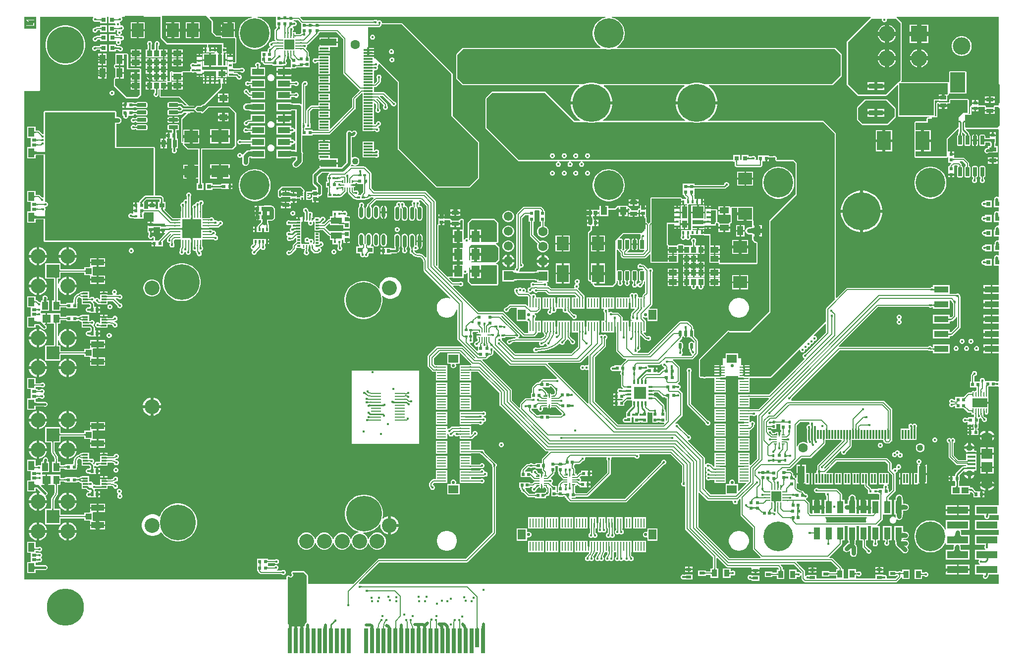
<source format=gtl>
G04*
G04 #@! TF.GenerationSoftware,Altium Limited,Altium Designer,24.4.1 (13)*
G04*
G04 Layer_Physical_Order=1*
G04 Layer_Color=255*
%FSLAX44Y44*%
%MOMM*%
G71*
G04*
G04 #@! TF.SameCoordinates,C90DC2AB-A742-4751-A2CE-D788DAC0CE27*
G04*
G04*
G04 #@! TF.FilePolarity,Positive*
G04*
G01*
G75*
%ADD11C,0.5000*%
%ADD12C,0.5080*%
%ADD13C,0.2000*%
%ADD17C,0.4000*%
%ADD18C,0.1524*%
%ADD19C,0.2540*%
%ADD20C,0.3000*%
%ADD24C,0.1270*%
%ADD36R,0.6000X0.5000*%
G04:AMPARAMS|DCode=37|XSize=1.55mm|YSize=0.6mm|CornerRadius=0.051mm|HoleSize=0mm|Usage=FLASHONLY|Rotation=0.000|XOffset=0mm|YOffset=0mm|HoleType=Round|Shape=RoundedRectangle|*
%AMROUNDEDRECTD37*
21,1,1.5500,0.4980,0,0,0.0*
21,1,1.4480,0.6000,0,0,0.0*
1,1,0.1020,0.7240,-0.2490*
1,1,0.1020,-0.7240,-0.2490*
1,1,0.1020,-0.7240,0.2490*
1,1,0.1020,0.7240,0.2490*
%
%ADD37ROUNDEDRECTD37*%
%ADD38R,0.9000X0.8000*%
%ADD39R,0.5000X0.6000*%
%ADD40R,0.9000X1.2000*%
%ADD41R,1.0500X1.6000*%
%ADD42R,1.6000X1.0500*%
%ADD43R,0.6400X0.6000*%
%ADD44R,0.6000X0.6400*%
%ADD45R,1.3000X0.7000*%
%ADD46R,0.7000X1.3000*%
%ADD47R,1.5499X0.2499*%
%ADD48R,1.7000X1.3500*%
%ADD49R,1.3500X1.7000*%
%ADD50R,0.2499X1.5499*%
%ADD51R,0.9000X0.5000*%
%ADD52R,1.0000X0.7200*%
%ADD53R,0.7112X4.1910*%
%ADD54R,0.7112X3.2004*%
%ADD55R,0.5321X1.0383*%
G04:AMPARAMS|DCode=56|XSize=1.0383mm|YSize=0.5321mm|CornerRadius=0.2661mm|HoleSize=0mm|Usage=FLASHONLY|Rotation=270.000|XOffset=0mm|YOffset=0mm|HoleType=Round|Shape=RoundedRectangle|*
%AMROUNDEDRECTD56*
21,1,1.0383,0.0000,0,0,270.0*
21,1,0.5061,0.5321,0,0,270.0*
1,1,0.5321,0.0000,-0.2531*
1,1,0.5321,0.0000,0.2531*
1,1,0.5321,0.0000,0.2531*
1,1,0.5321,0.0000,-0.2531*
%
%ADD56ROUNDEDRECTD56*%
%ADD57O,0.6000X2.2000*%
%ADD58O,0.6000X1.9000*%
%ADD59R,0.4750X0.3500*%
%ADD60R,0.2500X0.4750*%
%ADD61R,0.3500X0.5000*%
%ADD62R,1.8000X0.2500*%
%ADD63R,1.0000X1.4000*%
%ADD64R,1.4000X1.4000*%
%ADD65R,1.1200X2.1050*%
%ADD66R,1.0500X1.0000*%
%ADD67R,2.2000X1.0500*%
%ADD68R,0.9000X0.2600*%
%ADD69R,0.2600X0.9000*%
%ADD70R,3.2500X3.2500*%
%ADD71R,0.8500X0.3000*%
%ADD72R,1.4500X1.9000*%
%ADD73R,1.1000X1.3500*%
%ADD74R,1.9900X2.3300*%
%ADD75R,0.7393X0.6725*%
%ADD76R,1.5000X1.8500*%
%ADD77R,0.9000X1.0000*%
%ADD78C,0.7413*%
%ADD79R,1.4000X1.0000*%
G04:AMPARAMS|DCode=80|XSize=1.55mm|YSize=0.6mm|CornerRadius=0.051mm|HoleSize=0mm|Usage=FLASHONLY|Rotation=90.000|XOffset=0mm|YOffset=0mm|HoleType=Round|Shape=RoundedRectangle|*
%AMROUNDEDRECTD80*
21,1,1.5500,0.4980,0,0,90.0*
21,1,1.4480,0.6000,0,0,90.0*
1,1,0.1020,0.2490,0.7240*
1,1,0.1020,0.2490,-0.7240*
1,1,0.1020,-0.2490,-0.7240*
1,1,0.1020,-0.2490,0.7240*
%
%ADD80ROUNDEDRECTD80*%
%ADD81R,2.4000X3.3000*%
%ADD82R,0.5000X0.5000*%
%ADD83R,1.3061X1.0582*%
%ADD84R,0.4750X0.5000*%
%ADD85R,2.4400X1.1300*%
%ADD86R,0.2225X0.8397*%
G04:AMPARAMS|DCode=87|XSize=0.8397mm|YSize=0.2225mm|CornerRadius=0.1112mm|HoleSize=0mm|Usage=FLASHONLY|Rotation=90.000|XOffset=0mm|YOffset=0mm|HoleType=Round|Shape=RoundedRectangle|*
%AMROUNDEDRECTD87*
21,1,0.8397,0.0000,0,0,90.0*
21,1,0.6172,0.2225,0,0,90.0*
1,1,0.2225,0.0000,0.3086*
1,1,0.2225,0.0000,-0.3086*
1,1,0.2225,0.0000,-0.3086*
1,1,0.2225,0.0000,0.3086*
%
%ADD87ROUNDEDRECTD87*%
%ADD88R,0.4500X0.4500*%
%ADD89R,0.7200X0.7200*%
%ADD90R,3.6800X1.2700*%
G04:AMPARAMS|DCode=91|XSize=0.3mm|YSize=0.75mm|CornerRadius=0.0495mm|HoleSize=0mm|Usage=FLASHONLY|Rotation=180.000|XOffset=0mm|YOffset=0mm|HoleType=Round|Shape=RoundedRectangle|*
%AMROUNDEDRECTD91*
21,1,0.3000,0.6510,0,0,180.0*
21,1,0.2010,0.7500,0,0,180.0*
1,1,0.0990,-0.1005,0.3255*
1,1,0.0990,0.1005,0.3255*
1,1,0.0990,0.1005,-0.3255*
1,1,0.0990,-0.1005,-0.3255*
%
%ADD91ROUNDEDRECTD91*%
G04:AMPARAMS|DCode=92|XSize=0.3mm|YSize=0.75mm|CornerRadius=0.0495mm|HoleSize=0mm|Usage=FLASHONLY|Rotation=90.000|XOffset=0mm|YOffset=0mm|HoleType=Round|Shape=RoundedRectangle|*
%AMROUNDEDRECTD92*
21,1,0.3000,0.6510,0,0,90.0*
21,1,0.2010,0.7500,0,0,90.0*
1,1,0.0990,0.3255,0.1005*
1,1,0.0990,0.3255,-0.1005*
1,1,0.0990,-0.3255,-0.1005*
1,1,0.0990,-0.3255,0.1005*
%
%ADD92ROUNDEDRECTD92*%
%ADD93R,1.9000X1.1000*%
%ADD94R,0.8890X1.2954*%
%ADD95R,0.8890X2.1082*%
%ADD96R,1.8796X2.1082*%
%ADD97R,1.8796X0.6604*%
%ADD98R,1.8796X0.3556*%
%ADD99R,0.3302X0.5080*%
%ADD100R,0.5080X0.3302*%
%ADD101R,1.9000X1.8000*%
%ADD102R,1.3500X0.4000*%
%ADD103R,5.9182X5.5118*%
%ADD104R,2.4892X0.9398*%
%ADD105R,3.0000X2.0000*%
%ADD106R,2.3300X1.9900*%
%ADD107R,0.3000X1.5500*%
%ADD108R,1.2000X2.7500*%
%ADD109R,0.8128X0.2540*%
%ADD110R,0.2540X0.8128*%
%ADD111R,1.8034X1.8034*%
%ADD112R,0.8000X0.8000*%
%ADD113R,0.8000X0.5000*%
%ADD114R,1.0000X1.5000*%
%ADD115R,0.5500X0.5500*%
%ADD116R,0.3700X0.2400*%
%ADD117R,0.4000X1.0800*%
%ADD118R,2.1050X1.1200*%
%ADD119R,0.4500X0.5000*%
%ADD120R,0.5500X0.5500*%
%ADD121R,0.5000X0.4500*%
%ADD122R,1.5500X0.3000*%
%ADD123R,2.7500X1.2000*%
%ADD124R,1.2954X0.8890*%
%ADD125R,2.1082X0.8890*%
%ADD126R,2.1082X1.8796*%
%ADD127R,0.6604X1.8796*%
%ADD128R,0.3556X1.8796*%
%ADD129R,2.0000X3.0000*%
%ADD130R,1.8500X1.5000*%
%ADD131R,1.3500X1.1000*%
%ADD132R,0.6725X0.7393*%
%ADD133R,1.9000X1.4500*%
%ADD134R,1.9000X1.5750*%
%ADD174R,2.5500X1.6500*%
%ADD183C,0.1800*%
%ADD184R,0.6000X0.2000*%
%ADD185R,0.2000X0.6000*%
%ADD190R,0.6000X0.2000*%
%ADD191R,0.2000X0.6000*%
%ADD204C,2.7500*%
%ADD205R,2.7500X2.7500*%
%ADD206C,2.9972*%
%ADD213C,1.1000*%
%ADD214C,1.6000*%
%ADD219C,0.1800*%
%ADD220C,0.2060*%
%ADD221C,0.2032*%
%ADD222C,0.2067*%
G04:AMPARAMS|DCode=223|XSize=2.1mm|YSize=2.1mm|CornerRadius=0.0525mm|HoleSize=0mm|Usage=FLASHONLY|Rotation=90.000|XOffset=0mm|YOffset=0mm|HoleType=Round|Shape=RoundedRectangle|*
%AMROUNDEDRECTD223*
21,1,2.1000,1.9950,0,0,90.0*
21,1,1.9950,2.1000,0,0,90.0*
1,1,0.1050,0.9975,0.9975*
1,1,0.1050,0.9975,-0.9975*
1,1,0.1050,-0.9975,-0.9975*
1,1,0.1050,-0.9975,0.9975*
%
%ADD223ROUNDEDRECTD223*%
%ADD224C,0.7620*%
%ADD225C,0.6350*%
%ADD226C,0.3810*%
%ADD227C,1.0160*%
%ADD228C,1.0000*%
%ADD229C,0.8000*%
%ADD230R,2.2500X2.2500*%
%ADD231C,2.5500*%
%ADD232C,0.5502*%
%ADD233C,6.0960*%
%ADD234C,2.5400*%
%ADD235C,1.5500*%
%ADD236R,1.5500X1.5500*%
%ADD237R,1.6000X1.6000*%
%ADD238O,1.9000X1.2000*%
%ADD239O,1.2500X1.0500*%
%ADD240C,6.5000*%
%ADD241C,6.3500*%
%ADD242C,0.4500*%
%ADD243C,5.0800*%
G36*
X452990Y1103964D02*
X453051Y1103791D01*
X453152Y1103639D01*
X453295Y1103507D01*
X453478Y1103395D01*
X453701Y1103304D01*
X453965Y1103232D01*
X454270Y1103182D01*
X454615Y1103151D01*
X455001Y1103141D01*
Y1101109D01*
X454615Y1101103D01*
X453965Y1101057D01*
X453701Y1101016D01*
X453478Y1100964D01*
X453295Y1100901D01*
X453152Y1100826D01*
X453051Y1100739D01*
X452990Y1100640D01*
X452970Y1100530D01*
Y1104157D01*
X452990Y1103964D01*
D02*
G37*
G36*
X447030Y1100530D02*
X447010Y1100640D01*
X446949Y1100739D01*
X446848Y1100826D01*
X446705Y1100901D01*
X446522Y1100964D01*
X446299Y1101016D01*
X446035Y1101057D01*
X445730Y1101086D01*
X444999Y1101109D01*
Y1103141D01*
X445389Y1103151D01*
X445738Y1103182D01*
X446047Y1103232D01*
X446314Y1103304D01*
X446541Y1103395D01*
X446727Y1103507D01*
X446872Y1103639D01*
X446976Y1103791D01*
X447039Y1103964D01*
X447061Y1104157D01*
X447030Y1100530D01*
D02*
G37*
G36*
X462710Y1104339D02*
X462771Y1104166D01*
X462875Y1104014D01*
X463019Y1103882D01*
X463205Y1103770D01*
X463432Y1103679D01*
X463700Y1103607D01*
X464009Y1103557D01*
X464360Y1103526D01*
X464752Y1103516D01*
Y1101484D01*
X464360Y1101474D01*
X464009Y1101443D01*
X463700Y1101393D01*
X463432Y1101321D01*
X463205Y1101230D01*
X463019Y1101118D01*
X462875Y1100986D01*
X462771Y1100834D01*
X462710Y1100661D01*
X462689Y1100468D01*
Y1104532D01*
X462710Y1104339D01*
D02*
G37*
G36*
X457311Y1100093D02*
X457290Y1100286D01*
X457229Y1100459D01*
X457125Y1100611D01*
X456981Y1100743D01*
X456795Y1100855D01*
X456568Y1100946D01*
X456300Y1101018D01*
X455991Y1101068D01*
X455640Y1101099D01*
X455248Y1101109D01*
Y1103141D01*
X455640Y1103151D01*
X455991Y1103182D01*
X456300Y1103232D01*
X456568Y1103304D01*
X456795Y1103395D01*
X456981Y1103507D01*
X457125Y1103639D01*
X457229Y1103791D01*
X457290Y1103964D01*
X457311Y1104157D01*
Y1100093D01*
D02*
G37*
G36*
X442710Y1103964D02*
X442771Y1103791D01*
X442875Y1103639D01*
X443019Y1103507D01*
X443205Y1103395D01*
X443432Y1103304D01*
X443700Y1103232D01*
X444009Y1103182D01*
X444360Y1103151D01*
X444752Y1103141D01*
Y1101109D01*
X444360Y1101099D01*
X444009Y1101068D01*
X443700Y1101018D01*
X443432Y1100946D01*
X443205Y1100855D01*
X443019Y1100743D01*
X442875Y1100611D01*
X442771Y1100459D01*
X442710Y1100286D01*
X442689Y1100093D01*
Y1104157D01*
X442710Y1103964D01*
D02*
G37*
G36*
X167717Y1098984D02*
X165120Y1098984D01*
X164824Y1101016D01*
X165062Y1101023D01*
X165279Y1101043D01*
X165475Y1101076D01*
X165649Y1101123D01*
X165802Y1101183D01*
X165933Y1101257D01*
X166043Y1101344D01*
X166131Y1101445D01*
X166198Y1101559D01*
X166244Y1101686D01*
X167717Y1098984D01*
D02*
G37*
G36*
X158960Y1101839D02*
X159022Y1101666D01*
X159125Y1101514D01*
X159269Y1101382D01*
X159455Y1101270D01*
X159682Y1101179D01*
X159950Y1101107D01*
X160259Y1101057D01*
X160610Y1101026D01*
X161001Y1101016D01*
Y1098984D01*
X160610Y1098974D01*
X160259Y1098943D01*
X159950Y1098893D01*
X159682Y1098821D01*
X159455Y1098730D01*
X159269Y1098618D01*
X159125Y1098486D01*
X159022Y1098334D01*
X158960Y1098161D01*
X158939Y1097968D01*
Y1102032D01*
X158960Y1101839D01*
D02*
G37*
G36*
X136061Y1097968D02*
X136040Y1098161D01*
X135978Y1098334D01*
X135875Y1098486D01*
X135731Y1098618D01*
X135545Y1098730D01*
X135318Y1098821D01*
X135050Y1098893D01*
X134741Y1098943D01*
X134390Y1098974D01*
X133998Y1098984D01*
Y1101016D01*
X134390Y1101026D01*
X134741Y1101057D01*
X135050Y1101107D01*
X135318Y1101179D01*
X135545Y1101270D01*
X135731Y1101382D01*
X135875Y1101514D01*
X135978Y1101666D01*
X136040Y1101839D01*
X136061Y1102032D01*
Y1097968D01*
D02*
G37*
G36*
X1502500Y1094000D02*
Y997000D01*
X1499059Y993559D01*
X1498062D01*
Y992562D01*
X1477500Y972000D01*
X1430000D01*
X1412500Y989500D01*
Y1062000D01*
X1452500Y1102000D01*
X1470085D01*
X1470791Y1100944D01*
X1470750Y1100845D01*
Y1099155D01*
X1471397Y1097593D01*
X1472593Y1096397D01*
X1474155Y1095750D01*
X1475845D01*
X1477407Y1096397D01*
X1478603Y1097593D01*
X1479250Y1099155D01*
Y1100845D01*
X1479209Y1100944D01*
X1479915Y1102000D01*
X1494500D01*
X1502500Y1094000D01*
D02*
G37*
G36*
X603393Y1094425D02*
X603277Y1094531D01*
X603148Y1094626D01*
X603005Y1094710D01*
X602850Y1094783D01*
X602682Y1094844D01*
X602500Y1094895D01*
X602305Y1094934D01*
X602097Y1094962D01*
X601876Y1094978D01*
X601642Y1094984D01*
Y1097016D01*
X601876Y1097022D01*
X602305Y1097066D01*
X602500Y1097105D01*
X602682Y1097156D01*
X602850Y1097217D01*
X603005Y1097290D01*
X603148Y1097374D01*
X603277Y1097469D01*
X603393Y1097575D01*
Y1094425D01*
D02*
G37*
G36*
X613194Y1093080D02*
X613157Y1093017D01*
X613124Y1092931D01*
X613095Y1092822D01*
X613071Y1092690D01*
X613051Y1092536D01*
X613025Y1092159D01*
X613016Y1091690D01*
X610984D01*
X610982Y1091936D01*
X610929Y1092690D01*
X610905Y1092822D01*
X610876Y1092931D01*
X610843Y1093017D01*
X610806Y1093080D01*
X610764Y1093120D01*
X613236D01*
X613194Y1093080D01*
D02*
G37*
G36*
X462710Y1095089D02*
X462771Y1094916D01*
X462875Y1094764D01*
X463019Y1094632D01*
X463205Y1094520D01*
X463432Y1094428D01*
X463700Y1094357D01*
X463710Y1094356D01*
X463838Y1094385D01*
X464011Y1094438D01*
X464171Y1094500D01*
X464319Y1094572D01*
X464455Y1094653D01*
X464578Y1094744D01*
X464525Y1094272D01*
X464752Y1094266D01*
Y1092234D01*
X464360Y1092224D01*
X464296Y1092218D01*
X464228Y1091613D01*
X464124Y1091731D01*
X464005Y1091837D01*
X463872Y1091930D01*
X463724Y1092010D01*
X463562Y1092079D01*
X463515Y1092094D01*
X463432Y1092071D01*
X463205Y1091980D01*
X463019Y1091868D01*
X462875Y1091736D01*
X462771Y1091584D01*
X462710Y1091411D01*
X462689Y1091218D01*
Y1092230D01*
X462534Y1092234D01*
X462689Y1093463D01*
Y1095282D01*
X462710Y1095089D01*
D02*
G37*
G36*
X460615Y1090790D02*
X460466Y1090732D01*
X460336Y1090635D01*
X460222Y1090500D01*
X460126Y1090328D01*
X460048Y1090117D01*
X459987Y1089868D01*
X459943Y1089581D01*
X459917Y1089256D01*
X459908Y1088892D01*
X457876D01*
X457870Y1089251D01*
X457823Y1089855D01*
X457781Y1090101D01*
X457727Y1090308D01*
X457662Y1090478D01*
X457584Y1090611D01*
X457495Y1090705D01*
X457394Y1090762D01*
X457281Y1090780D01*
X460780Y1090811D01*
X460615Y1090790D01*
D02*
G37*
G36*
X495990Y1091964D02*
X496051Y1091791D01*
X496152Y1091639D01*
X496295Y1091507D01*
X496478Y1091395D01*
X496701Y1091304D01*
X496965Y1091232D01*
X497270Y1091182D01*
X497615Y1091151D01*
X498002Y1091141D01*
Y1089109D01*
X497615Y1089103D01*
X496965Y1089057D01*
X496701Y1089016D01*
X496478Y1088964D01*
X496295Y1088901D01*
X496152Y1088826D01*
X496051Y1088739D01*
X495990Y1088640D01*
X495970Y1088531D01*
Y1092157D01*
X495990Y1091964D01*
D02*
G37*
G36*
X490031Y1088531D02*
X490010Y1088640D01*
X489949Y1088739D01*
X489848Y1088826D01*
X489705Y1088901D01*
X489523Y1088964D01*
X489299Y1089016D01*
X489035Y1089057D01*
X488730Y1089086D01*
X487999Y1089109D01*
Y1091141D01*
X488389Y1091151D01*
X488738Y1091182D01*
X489047Y1091232D01*
X489314Y1091304D01*
X489541Y1091395D01*
X489727Y1091507D01*
X489872Y1091639D01*
X489976Y1091791D01*
X490039Y1091964D01*
X490061Y1092157D01*
X490031Y1088531D01*
D02*
G37*
G36*
X452339Y1090540D02*
X452166Y1090479D01*
X452014Y1090375D01*
X451882Y1090231D01*
X451770Y1090045D01*
X451679Y1089818D01*
X451607Y1089550D01*
X451557Y1089241D01*
X451526Y1088890D01*
X451516Y1088499D01*
X449484D01*
X449474Y1088890D01*
X449443Y1089241D01*
X449393Y1089550D01*
X449321Y1089818D01*
X449230Y1090045D01*
X449118Y1090231D01*
X448986Y1090375D01*
X448834Y1090479D01*
X448661Y1090540D01*
X448468Y1090561D01*
X452532D01*
X452339Y1090540D01*
D02*
G37*
G36*
X507710Y1092339D02*
X507771Y1092166D01*
X507875Y1092014D01*
X508019Y1091882D01*
X508205Y1091770D01*
X508432Y1091679D01*
X508700Y1091607D01*
X509009Y1091557D01*
X509360Y1091526D01*
X509752Y1091516D01*
Y1089484D01*
X509360Y1089474D01*
X509009Y1089443D01*
X508700Y1089393D01*
X508432Y1089321D01*
X508205Y1089230D01*
X508019Y1089118D01*
X507875Y1088986D01*
X507771Y1088834D01*
X507710Y1088661D01*
X507689Y1088468D01*
Y1092532D01*
X507710Y1092339D01*
D02*
G37*
G36*
X485710Y1091964D02*
X485771Y1091791D01*
X485875Y1091639D01*
X486019Y1091507D01*
X486205Y1091395D01*
X486432Y1091304D01*
X486700Y1091232D01*
X487009Y1091182D01*
X487360Y1091151D01*
X487752Y1091141D01*
Y1089109D01*
X487360Y1089099D01*
X487009Y1089068D01*
X486700Y1089018D01*
X486432Y1088946D01*
X486205Y1088855D01*
X486019Y1088743D01*
X485875Y1088611D01*
X485771Y1088459D01*
X485710Y1088286D01*
X485689Y1088093D01*
Y1092157D01*
X485710Y1091964D01*
D02*
G37*
G36*
X441839Y1090790D02*
X441666Y1090729D01*
X441514Y1090625D01*
X441382Y1090481D01*
X441270Y1090295D01*
X441179Y1090069D01*
X441107Y1089800D01*
X441057Y1089491D01*
X441026Y1089140D01*
X441025Y1089092D01*
X441066Y1088695D01*
X441105Y1088500D01*
X441156Y1088318D01*
X441217Y1088150D01*
X441290Y1087995D01*
X441374Y1087852D01*
X441469Y1087723D01*
X441575Y1087607D01*
X438425Y1087607D01*
X438531Y1087723D01*
X438626Y1087852D01*
X438710Y1087995D01*
X438783Y1088150D01*
X438844Y1088318D01*
X438895Y1088500D01*
X438934Y1088695D01*
X438962Y1088903D01*
X438975Y1089083D01*
X438974Y1089140D01*
X438943Y1089491D01*
X438893Y1089800D01*
X438821Y1090069D01*
X438730Y1090295D01*
X438618Y1090481D01*
X438486Y1090625D01*
X438334Y1090729D01*
X438161Y1090790D01*
X437968Y1090811D01*
X442032D01*
X441839Y1090790D01*
D02*
G37*
G36*
X735000Y1007000D02*
Y935000D01*
X780000Y890000D01*
Y830000D01*
X765000Y815000D01*
X710000D01*
X645000Y880000D01*
Y994000D01*
X605000Y1034000D01*
X602500D01*
Y1034500D01*
Y1036501D01*
X592750D01*
Y1038531D01*
X591250D01*
X591235Y1039106D01*
X591206Y1039439D01*
X589750D01*
X590035Y1039469D01*
X590290Y1039560D01*
X590515Y1039712D01*
X590710Y1039924D01*
X590875Y1040197D01*
X590998Y1040500D01*
X590875Y1040803D01*
X590710Y1041076D01*
X590515Y1041288D01*
X590290Y1041440D01*
X590035Y1041531D01*
X589750Y1041561D01*
X591206D01*
X591235Y1041894D01*
X591250Y1042469D01*
X592750D01*
Y1043531D01*
X591250D01*
X591235Y1044106D01*
X591206Y1044439D01*
X589750D01*
X590035Y1044469D01*
X590290Y1044560D01*
X590515Y1044712D01*
X590710Y1044924D01*
X590875Y1045197D01*
X590998Y1045500D01*
X590875Y1045803D01*
X590710Y1046076D01*
X590515Y1046288D01*
X590290Y1046440D01*
X590035Y1046531D01*
X589750Y1046561D01*
X591206D01*
X591235Y1046894D01*
X591250Y1047469D01*
X592750D01*
Y1049439D01*
X590470D01*
X590618Y1049462D01*
X590751Y1049531D01*
X590868Y1049647D01*
X590969Y1049809D01*
X591055Y1050017D01*
X591125Y1050271D01*
X591180Y1050571D01*
X591219Y1050918D01*
X591242Y1051311D01*
X591250Y1051750D01*
X592750D01*
Y1087425D01*
X610810D01*
X610810Y1087425D01*
X611987Y1087659D01*
X612984Y1088326D01*
X614174Y1089516D01*
X614174Y1089516D01*
X614841Y1090514D01*
X615075Y1091690D01*
Y1092000D01*
X650000D01*
X735000Y1007000D01*
D02*
G37*
G36*
X169715Y1083891D02*
X169655Y1083909D01*
X169573Y1083925D01*
X169470Y1083939D01*
X169032Y1083969D01*
X168151Y1083984D01*
X166900Y1086016D01*
X167138Y1086023D01*
X167355Y1086043D01*
X167552Y1086077D01*
X167728Y1086125D01*
X167885Y1086186D01*
X168020Y1086261D01*
X168136Y1086350D01*
X168231Y1086452D01*
X168306Y1086567D01*
X168361Y1086697D01*
X169715Y1083891D01*
D02*
G37*
G36*
X158960Y1086839D02*
X159022Y1086666D01*
X159125Y1086514D01*
X159269Y1086382D01*
X159455Y1086270D01*
X159682Y1086179D01*
X159950Y1086107D01*
X160259Y1086057D01*
X160610Y1086026D01*
X161001Y1086016D01*
Y1083984D01*
X160610Y1083974D01*
X160259Y1083943D01*
X159950Y1083893D01*
X159682Y1083821D01*
X159455Y1083730D01*
X159269Y1083618D01*
X159125Y1083486D01*
X159022Y1083334D01*
X158960Y1083161D01*
X158939Y1082968D01*
Y1087032D01*
X158960Y1086839D01*
D02*
G37*
G36*
X439977Y1083750D02*
X439820Y1083743D01*
X439662Y1083719D01*
X439502Y1083678D01*
X439341Y1083619D01*
X439178Y1083543D01*
X439014Y1083450D01*
X438848Y1083341D01*
X438682Y1083213D01*
X438514Y1083069D01*
X438344Y1082907D01*
X436907Y1084344D01*
X437069Y1084514D01*
X437341Y1084848D01*
X437450Y1085014D01*
X437543Y1085178D01*
X437619Y1085340D01*
X437678Y1085502D01*
X437719Y1085662D01*
X437743Y1085820D01*
X437750Y1085977D01*
X439977Y1083750D01*
D02*
G37*
G36*
X462178Y1082083D02*
X462101Y1082023D01*
X462032Y1081941D01*
X461970Y1081839D01*
X461917Y1081715D01*
X461872Y1081571D01*
X461835Y1081406D01*
X461807Y1081220D01*
X461786Y1081013D01*
X461770Y1080536D01*
X459230Y1081261D01*
X459229Y1081516D01*
X459151Y1082661D01*
X459131Y1082734D01*
X459107Y1082783D01*
X462178Y1082083D01*
D02*
G37*
G36*
X507710Y1083339D02*
X507771Y1083166D01*
X507875Y1083014D01*
X508019Y1082882D01*
X508205Y1082770D01*
X508432Y1082679D01*
X508700Y1082607D01*
X509009Y1082557D01*
X509360Y1082526D01*
X509752Y1082516D01*
Y1080484D01*
X509360Y1080474D01*
X509009Y1080443D01*
X508700Y1080393D01*
X508432Y1080321D01*
X508205Y1080230D01*
X508019Y1080118D01*
X507875Y1079986D01*
X507771Y1079834D01*
X507710Y1079661D01*
X507689Y1079468D01*
Y1083532D01*
X507710Y1083339D01*
D02*
G37*
G36*
X506635Y1078793D02*
X506505Y1078738D01*
X506391Y1078648D01*
X506291Y1078521D01*
X506207Y1078358D01*
X506138Y1078159D01*
X506085Y1077924D01*
X506047Y1077652D01*
X506024Y1077344D01*
X506016Y1077000D01*
X503984D01*
X503976Y1077344D01*
X503915Y1077924D01*
X503862Y1078159D01*
X503793Y1078358D01*
X503709Y1078521D01*
X503609Y1078648D01*
X503495Y1078738D01*
X503365Y1078793D01*
X503219Y1078811D01*
X506781D01*
X506635Y1078793D01*
D02*
G37*
G36*
X484839Y1078790D02*
X484666Y1078728D01*
X484514Y1078625D01*
X484382Y1078481D01*
X484270Y1078295D01*
X484179Y1078068D01*
X484107Y1077800D01*
X484079Y1077630D01*
X484105Y1077500D01*
X484156Y1077318D01*
X484217Y1077150D01*
X484290Y1076994D01*
X484374Y1076852D01*
X484469Y1076723D01*
X484575Y1076607D01*
X481425D01*
X481531Y1076723D01*
X481626Y1076852D01*
X481710Y1076994D01*
X481783Y1077150D01*
X481844Y1077318D01*
X481895Y1077500D01*
X481921Y1077630D01*
X481893Y1077800D01*
X481821Y1078068D01*
X481730Y1078295D01*
X481618Y1078481D01*
X481486Y1078625D01*
X481334Y1078728D01*
X481161Y1078790D01*
X480968Y1078811D01*
X485032D01*
X484839Y1078790D01*
D02*
G37*
G36*
X456518Y1078157D02*
X456596Y1076837D01*
X456626Y1076694D01*
X456659Y1076593D01*
X456697Y1076532D01*
X456740Y1076512D01*
X454260D01*
X454303Y1076532D01*
X454341Y1076593D01*
X454375Y1076694D01*
X454403Y1076837D01*
X454428Y1077020D01*
X454464Y1077507D01*
X454484Y1078543D01*
X456516D01*
X456518Y1078157D01*
D02*
G37*
G36*
X451518D02*
X451596Y1076837D01*
X451626Y1076694D01*
X451659Y1076593D01*
X451697Y1076532D01*
X451740Y1076512D01*
X449260D01*
X449303Y1076532D01*
X449341Y1076593D01*
X449375Y1076694D01*
X449403Y1076837D01*
X449428Y1077020D01*
X449464Y1077507D01*
X449484Y1078543D01*
X451516D01*
X451518Y1078157D01*
D02*
G37*
G36*
X494839Y1078540D02*
X494666Y1078478D01*
X494514Y1078375D01*
X494382Y1078231D01*
X494270Y1078045D01*
X494179Y1077819D01*
X494107Y1077550D01*
X494057Y1077241D01*
X494026Y1076890D01*
X494016Y1076498D01*
X491984D01*
X491974Y1076890D01*
X491943Y1077241D01*
X491893Y1077550D01*
X491821Y1077819D01*
X491730Y1078045D01*
X491618Y1078231D01*
X491486Y1078375D01*
X491334Y1078478D01*
X491161Y1078540D01*
X490968Y1078561D01*
X495032D01*
X494839Y1078540D01*
D02*
G37*
G36*
X477826Y1093826D02*
X477826Y1093826D01*
X478250Y1093542D01*
Y1085750D01*
Y1077530D01*
X477860Y1077452D01*
X476863Y1076786D01*
X476863Y1076786D01*
X475630Y1075553D01*
X468770D01*
Y1078542D01*
X463834D01*
Y1080824D01*
X464603Y1081593D01*
X465250Y1083155D01*
Y1084845D01*
X464603Y1086407D01*
X463933Y1087078D01*
X464187Y1088478D01*
X464750Y1088750D01*
X465958Y1088750D01*
X466845D01*
X468407Y1089397D01*
X469603Y1090593D01*
X470250Y1092155D01*
Y1093845D01*
X469603Y1095407D01*
X468407Y1096603D01*
X466845Y1097250D01*
X465592D01*
X464977Y1098447D01*
X465430Y1099425D01*
X472226D01*
X477826Y1093826D01*
D02*
G37*
G36*
X481689Y1073171D02*
X481565Y1073252D01*
X481428Y1073324D01*
X481279Y1073387D01*
X481118Y1073443D01*
X480944Y1073489D01*
X480758Y1073527D01*
X480560Y1073557D01*
X480127Y1073591D01*
X479892Y1073595D01*
X479489Y1075627D01*
X479724Y1075634D01*
X479943Y1075653D01*
X480147Y1075685D01*
X480336Y1075731D01*
X480509Y1075789D01*
X480667Y1075860D01*
X480810Y1075944D01*
X480937Y1076041D01*
X481049Y1076151D01*
X481145Y1076274D01*
X481689Y1073171D01*
D02*
G37*
G36*
X208437Y1105000D02*
X237961D01*
Y1069092D01*
X238116Y1068312D01*
X238558Y1067650D01*
X238558Y1067650D01*
X247708Y1058500D01*
X248370Y1058058D01*
X249150Y1057903D01*
X316961D01*
Y1052956D01*
X315916D01*
Y1048416D01*
Y1043876D01*
X318067D01*
X318067Y1043876D01*
X318765D01*
Y1043876D01*
X319337Y1043876D01*
X323993D01*
X324036Y1043867D01*
X324080Y1043876D01*
X326067D01*
Y1043876D01*
X326765D01*
Y1043876D01*
X328752D01*
X328796Y1043867D01*
X328839Y1043876D01*
X330632D01*
X330695Y1043768D01*
X329963Y1042498D01*
X323916D01*
Y1031100D01*
Y1019702D01*
X350697D01*
X350894Y1019663D01*
X351060D01*
X351291Y1019433D01*
X351638D01*
Y1019089D01*
X352292Y1018439D01*
X352292Y1017079D01*
X352292Y1010000D01*
X352292Y1009079D01*
Y1002349D01*
X359298D01*
X359342Y1002340D01*
X359370Y1002346D01*
X359399Y1002341D01*
X359434Y1002349D01*
X361372D01*
Y1002666D01*
X366357D01*
X367750Y1001273D01*
Y1001155D01*
X368397Y999593D01*
X369593Y998397D01*
X371155Y997750D01*
X372845D01*
X374407Y998397D01*
X375603Y999593D01*
X376250Y1001155D01*
Y1002845D01*
X375603Y1004407D01*
X374407Y1005603D01*
X372845Y1006250D01*
X372209D01*
X372173Y1006280D01*
X370096Y1008357D01*
X369014Y1009080D01*
X367738Y1009334D01*
X363335D01*
X362950Y1010000D01*
X363335Y1010666D01*
X374319D01*
X374324Y1010665D01*
X374593Y1010397D01*
X376155Y1009750D01*
X377845D01*
X379407Y1010397D01*
X380603Y1011593D01*
X381250Y1013155D01*
Y1014845D01*
X380603Y1016407D01*
X379407Y1017603D01*
X377845Y1018250D01*
X376155D01*
X374593Y1017603D01*
X374328Y1017338D01*
X374270Y1017334D01*
X361988D01*
X361372Y1018349D01*
X361372Y1018921D01*
Y1025514D01*
X365175D01*
X365955Y1025669D01*
X366617Y1026111D01*
X367059Y1026772D01*
X367214Y1027553D01*
Y1067132D01*
X367194Y1067235D01*
X367204Y1067340D01*
X367079Y1068558D01*
X366992Y1068841D01*
X366934Y1069130D01*
X366875Y1069218D01*
X366844Y1069319D01*
X366656Y1069546D01*
X366492Y1069792D01*
X366404Y1069850D01*
X366337Y1069932D01*
X366076Y1070070D01*
X365830Y1070234D01*
X365727Y1070255D01*
X365634Y1070304D01*
X365340Y1070332D01*
X365050Y1070389D01*
Y1080500D01*
X353100D01*
X343211D01*
Y1080165D01*
Y1071000D01*
X343161Y1071475D01*
X343010Y1071900D01*
X342758Y1072275D01*
X342406Y1072600D01*
X341953Y1072875D01*
X341400Y1073100D01*
X341150Y1073167D01*
Y1073070D01*
X341112Y1073039D01*
X332932D01*
X327039Y1078932D01*
Y1097500D01*
X327039Y1097500D01*
X326884Y1098280D01*
X326442Y1098942D01*
X321557Y1103827D01*
X322043Y1105000D01*
X393188D01*
X393288Y1103730D01*
X392159Y1103551D01*
X388057Y1102218D01*
X384214Y1100260D01*
X380725Y1097725D01*
X377676Y1094676D01*
X375140Y1091187D01*
X373182Y1087344D01*
X371850Y1083242D01*
X371175Y1078982D01*
Y1074669D01*
X371850Y1070410D01*
X373182Y1066308D01*
X375140Y1062465D01*
X377676Y1058976D01*
X380725Y1055926D01*
X384214Y1053391D01*
X388057Y1051433D01*
X392159Y1050100D01*
X396419Y1049426D01*
X400732D01*
X404991Y1050100D01*
X409093Y1051433D01*
X412936Y1053391D01*
X416425Y1055926D01*
X419475Y1058976D01*
X422010Y1062465D01*
X423968Y1066308D01*
X425300Y1070410D01*
X425975Y1074669D01*
Y1078982D01*
X425300Y1083242D01*
X423968Y1087344D01*
X422010Y1091187D01*
X419475Y1094676D01*
X416425Y1097725D01*
X412936Y1100260D01*
X409093Y1102218D01*
X404991Y1103551D01*
X403862Y1103730D01*
X403962Y1105000D01*
X435250D01*
Y1097750D01*
Y1088750D01*
X435250D01*
X436013Y1087480D01*
X435750Y1086845D01*
Y1086219D01*
X435728Y1086130D01*
X435727Y1086128D01*
X435727Y1086124D01*
X435720Y1086096D01*
X435712Y1086082D01*
X435696Y1086058D01*
X435639Y1085988D01*
X433326Y1083674D01*
X432659Y1082677D01*
X432425Y1081500D01*
X432425Y1081500D01*
Y1067500D01*
X432425Y1067500D01*
X432659Y1066323D01*
X433326Y1065326D01*
X433903Y1064748D01*
X433417Y1063575D01*
X429500D01*
X429500Y1063575D01*
X428323Y1063341D01*
X427326Y1062674D01*
X426950Y1062299D01*
X426928Y1062281D01*
X426883Y1062250D01*
X426155D01*
X424593Y1061603D01*
X423397Y1060407D01*
X422750Y1058845D01*
Y1057155D01*
X423397Y1055593D01*
X424593Y1054397D01*
X424705Y1054351D01*
X424958Y1053030D01*
X424250Y1052250D01*
X424155D01*
X422593Y1051603D01*
X421397Y1050407D01*
X420750Y1048845D01*
Y1047155D01*
X420894Y1046806D01*
X420189Y1045750D01*
X409750D01*
Y1037000D01*
X409500D01*
Y1027000D01*
X412074D01*
X412241Y1026159D01*
X412908Y1025162D01*
X414244Y1023826D01*
X414244Y1023826D01*
X415242Y1023159D01*
X416418Y1022925D01*
X428750D01*
Y1021250D01*
X447250D01*
Y1021250D01*
X448058Y1021790D01*
X448155Y1021750D01*
X449845D01*
X451407Y1022397D01*
X452603Y1023593D01*
X453250Y1025155D01*
Y1026845D01*
X452603Y1028407D01*
X452160Y1028850D01*
X452113Y1028928D01*
X452112Y1028931D01*
X452110Y1028934D01*
X452094Y1028959D01*
X452090Y1028974D01*
X452085Y1029002D01*
X452075Y1029093D01*
Y1031672D01*
X452674Y1032271D01*
X452674Y1032271D01*
X453341Y1033269D01*
X453575Y1034446D01*
Y1037458D01*
X454000D01*
Y1043522D01*
X457000D01*
Y1037458D01*
X457425D01*
Y1035000D01*
X457425Y1035000D01*
X457659Y1033823D01*
X458326Y1032826D01*
X459753Y1031398D01*
X460054Y1031075D01*
X460250Y1030831D01*
Y1018476D01*
X450000D01*
Y1012376D01*
X458995D01*
Y1016445D01*
X459071Y1016111D01*
X459299Y1015812D01*
X459680Y1015548D01*
X460214Y1015319D01*
X460900Y1015126D01*
X461025Y1015102D01*
Y1016750D01*
X469750D01*
Y1018425D01*
X475500D01*
X475500Y1018425D01*
X475878Y1018500D01*
X483000D01*
Y1018500D01*
X483250Y1018750D01*
X492750D01*
Y1027750D01*
Y1037250D01*
X491075D01*
Y1044000D01*
X490841Y1045177D01*
X490174Y1046174D01*
X490174Y1046174D01*
X486166Y1050183D01*
X486407Y1051397D01*
X487603Y1052593D01*
X488250Y1054155D01*
Y1055845D01*
X488122Y1056155D01*
X488248Y1056580D01*
X488935Y1057511D01*
X489677Y1057659D01*
X490674Y1058326D01*
X507174Y1074826D01*
X507841Y1075823D01*
X508025Y1076750D01*
X509750D01*
Y1078425D01*
X538226D01*
X549925Y1066726D01*
Y1009000D01*
X549925Y1009000D01*
X550159Y1007823D01*
X550826Y1006826D01*
X568826Y988826D01*
X576826Y980826D01*
X577338Y980483D01*
X577649Y978997D01*
X565826Y967174D01*
X565159Y966177D01*
X564925Y965000D01*
X564925Y965000D01*
Y950274D01*
X528173Y913522D01*
X527000Y914008D01*
Y922000D01*
Y929001D01*
X517250D01*
X507500D01*
Y922000D01*
Y912000D01*
X524618D01*
X525148Y910795D01*
X524570Y910075D01*
X497500D01*
Y912000D01*
X488500D01*
Y912000D01*
X487500D01*
Y912000D01*
X485075D01*
Y914750D01*
X494250D01*
Y923250D01*
X493075D01*
Y943102D01*
X497398Y947425D01*
X507500D01*
Y947000D01*
X509487D01*
X509530Y946991D01*
X509574Y947000D01*
X517250D01*
X527000D01*
Y952000D01*
Y959000D01*
X517250D01*
X507500D01*
Y953575D01*
X496124D01*
X496124Y953575D01*
X494947Y953341D01*
X493950Y952674D01*
X493950Y952674D01*
X487826Y946550D01*
X487159Y945553D01*
X486925Y944376D01*
X486925Y944376D01*
Y923250D01*
X485075D01*
Y986750D01*
X485845D01*
X487407Y987397D01*
X488603Y988593D01*
X489250Y990155D01*
Y991845D01*
X488603Y993407D01*
X487407Y994603D01*
X485845Y995250D01*
X484155D01*
X482593Y994603D01*
X481843Y993853D01*
X481016Y993301D01*
X481016Y993301D01*
X479826Y992110D01*
X479570Y991728D01*
X479498Y991643D01*
X479484Y991599D01*
X479159Y991113D01*
X478925Y989936D01*
X478925Y989936D01*
Y956199D01*
X477655Y955546D01*
X476267Y956473D01*
X474000Y956924D01*
X473377Y956800D01*
X464238D01*
X462913Y956876D01*
X462053Y956983D01*
X461367Y957113D01*
X461025Y957209D01*
Y958476D01*
X459038D01*
X458995Y958485D01*
X458951Y958476D01*
X435975D01*
Y943276D01*
X458951D01*
X458995Y943267D01*
X459038Y943276D01*
X461025D01*
Y944543D01*
X461367Y944639D01*
X462006Y944760D01*
X464504Y944952D01*
X468076D01*
Y913169D01*
X466806Y912917D01*
X466603Y913407D01*
X465407Y914603D01*
X463845Y915250D01*
X462155D01*
X462081Y915219D01*
X461025Y915925D01*
Y918476D01*
X435975D01*
Y903276D01*
X461025D01*
Y906075D01*
X462081Y906780D01*
X462155Y906750D01*
X463845D01*
X465407Y907397D01*
X466603Y908593D01*
X466806Y909083D01*
X468076Y908830D01*
Y893169D01*
X466806Y892917D01*
X466603Y893407D01*
X465407Y894603D01*
X463845Y895250D01*
X462155D01*
X462081Y895219D01*
X461025Y895925D01*
Y898476D01*
X435975D01*
Y883276D01*
X461025D01*
Y886075D01*
X462081Y886780D01*
X462155Y886750D01*
X463845D01*
X465407Y887397D01*
X466603Y888593D01*
X466806Y889083D01*
X468076Y888830D01*
Y876993D01*
X464247D01*
X463072Y877051D01*
X462143Y877149D01*
X461395Y877269D01*
X461025Y877358D01*
Y878476D01*
X459038D01*
X458995Y878485D01*
X458951Y878476D01*
X435975D01*
Y863276D01*
X458951D01*
X458995Y863267D01*
X459038Y863276D01*
X461025D01*
Y864394D01*
X461395Y864482D01*
X462103Y864596D01*
X464583Y864758D01*
X469076D01*
Y861454D01*
X464811Y857189D01*
X463527Y855267D01*
X463076Y853000D01*
X463527Y850733D01*
X464811Y848811D01*
X466733Y847527D01*
X469000Y847076D01*
X471267Y847527D01*
X473189Y848811D01*
X479189Y854811D01*
X480473Y856733D01*
X480924Y859000D01*
Y870026D01*
X481118Y871000D01*
X480652Y873341D01*
X479924Y874431D01*
Y902000D01*
X487500D01*
Y902000D01*
X488500D01*
Y902000D01*
X497500D01*
Y903925D01*
X526000D01*
X526000Y903925D01*
X527177Y904159D01*
X528174Y904826D01*
X570174Y946825D01*
X570174Y946826D01*
X570841Y947823D01*
X571075Y949000D01*
Y963726D01*
X581730Y974381D01*
X583000Y973855D01*
Y969500D01*
Y959500D01*
Y949500D01*
Y939500D01*
Y929500D01*
Y919500D01*
Y909500D01*
X600426D01*
X600470Y909491D01*
X600513Y909500D01*
X602500D01*
Y909925D01*
X604259D01*
X604397Y909593D01*
X605593Y908397D01*
X607155Y907750D01*
X608845D01*
X610407Y908397D01*
X611603Y909593D01*
X612250Y911155D01*
Y912845D01*
X611603Y914407D01*
X610407Y915603D01*
X610295Y915649D01*
X610042Y916970D01*
X610750Y917750D01*
X610845D01*
X612407Y918397D01*
X613603Y919593D01*
X614250Y921155D01*
Y922845D01*
X613603Y924407D01*
X612407Y925603D01*
X610845Y926250D01*
X609155D01*
X607593Y925603D01*
X606397Y924407D01*
X605750Y922845D01*
Y922219D01*
X605728Y922131D01*
X605727Y922128D01*
X605727Y922124D01*
X605720Y922096D01*
X605712Y922082D01*
X605696Y922058D01*
X605639Y921988D01*
X604726Y921075D01*
X602500D01*
Y934500D01*
Y944500D01*
Y957046D01*
X603673Y957532D01*
X605925Y955281D01*
Y948058D01*
X605922Y948032D01*
X605910Y947973D01*
X605906Y947959D01*
X605890Y947934D01*
X605888Y947931D01*
X605887Y947928D01*
X605840Y947850D01*
X605397Y947407D01*
X604750Y945845D01*
Y944155D01*
X605397Y942593D01*
X606593Y941397D01*
X608155Y940750D01*
X609845D01*
X611407Y941397D01*
X612603Y942593D01*
X613250Y944155D01*
Y945845D01*
X612603Y947407D01*
X612160Y947850D01*
X612113Y947928D01*
X612112Y947931D01*
X612109Y947934D01*
X612094Y947959D01*
X612090Y947973D01*
X612085Y948002D01*
X612075Y948093D01*
Y956554D01*
X611841Y957731D01*
X611174Y958729D01*
X611174Y958729D01*
X606368Y963535D01*
X606839Y964737D01*
X607811Y964840D01*
X618621Y954030D01*
X618586Y952597D01*
X618397Y952407D01*
X617750Y950845D01*
Y949155D01*
X618397Y947593D01*
X619593Y946397D01*
X621155Y945750D01*
X622845D01*
X624407Y946397D01*
X625603Y947593D01*
X626250Y949155D01*
Y950845D01*
X625603Y952407D01*
X625160Y952850D01*
X625113Y952928D01*
X625112Y952931D01*
X625109Y952934D01*
X625094Y952959D01*
X625090Y952974D01*
X625084Y953002D01*
X625075Y953093D01*
Y955000D01*
X625075Y955000D01*
X624841Y956177D01*
X624174Y957174D01*
X624174Y957175D01*
X612597Y968752D01*
X613083Y969925D01*
X617726D01*
X631664Y955987D01*
X631679Y955967D01*
X631712Y955918D01*
X631720Y955904D01*
X631727Y955876D01*
X631727Y955872D01*
X631728Y955870D01*
X631750Y955781D01*
Y955155D01*
X632397Y953593D01*
X633593Y952397D01*
X635155Y951750D01*
X636845D01*
X638407Y952397D01*
X639603Y953593D01*
X640250Y955155D01*
Y956845D01*
X639603Y958407D01*
X638407Y959603D01*
X636845Y960250D01*
X636219D01*
X636130Y960272D01*
X636128Y960273D01*
X636124Y960273D01*
X636096Y960280D01*
X636082Y960288D01*
X636058Y960304D01*
X635988Y960361D01*
X621174Y975174D01*
X620177Y975841D01*
X619000Y976075D01*
X619000Y976075D01*
X602500D01*
Y984925D01*
X605000D01*
X605000Y984925D01*
X606177Y985159D01*
X607174Y985826D01*
X613174Y991826D01*
X613841Y992823D01*
X614075Y994000D01*
X614075Y994000D01*
Y998942D01*
X614078Y998968D01*
X614090Y999026D01*
X614094Y999041D01*
X614110Y999066D01*
X614112Y999069D01*
X614113Y999072D01*
X614160Y999150D01*
X614603Y999593D01*
X615250Y1001155D01*
Y1002845D01*
X614603Y1004407D01*
X613407Y1005603D01*
X611845Y1006250D01*
X610155D01*
X608593Y1005603D01*
X607397Y1004407D01*
X606750Y1002845D01*
Y1001155D01*
X607397Y999593D01*
X607840Y999150D01*
X607887Y999072D01*
X607888Y999069D01*
X607891Y999066D01*
X607906Y999041D01*
X607910Y999026D01*
X607915Y998998D01*
X607925Y998907D01*
Y995274D01*
X603770Y991119D01*
X602500Y991181D01*
Y1004500D01*
Y1013061D01*
X603770Y1013909D01*
X604155Y1013750D01*
X605845D01*
X607407Y1014397D01*
X608603Y1015593D01*
X609250Y1017155D01*
Y1018845D01*
X608603Y1020407D01*
X608510Y1020500D01*
X609603Y1021593D01*
X610250Y1023155D01*
Y1024070D01*
X611520Y1024596D01*
X642961Y993155D01*
Y880000D01*
X643116Y879220D01*
X643558Y878558D01*
X643558Y878558D01*
X708558Y813558D01*
X709220Y813116D01*
X710000Y812961D01*
X765000D01*
X765780Y813116D01*
X766442Y813558D01*
X766442Y813558D01*
X781442Y828558D01*
X781884Y829220D01*
X782039Y830000D01*
Y890000D01*
X782039Y890000D01*
X781884Y890780D01*
X781442Y891442D01*
X781442Y891442D01*
X737039Y935845D01*
Y1007000D01*
X737039Y1007000D01*
X736884Y1007780D01*
X736442Y1008442D01*
X651442Y1093442D01*
X650780Y1093884D01*
X650000Y1094039D01*
X616327D01*
X616250Y1094155D01*
Y1095845D01*
X615603Y1097407D01*
X614407Y1098603D01*
X612845Y1099250D01*
X611155D01*
X609852Y1098710D01*
X608603Y1098407D01*
X607407Y1099603D01*
X605845Y1100250D01*
X604155D01*
X602593Y1099603D01*
X602150Y1099160D01*
X602072Y1099113D01*
X602069Y1099112D01*
X602066Y1099109D01*
X602041Y1099094D01*
X602026Y1099090D01*
X601998Y1099084D01*
X601907Y1099075D01*
X481274D01*
X476619Y1103730D01*
X477145Y1105000D01*
X998188D01*
X998288Y1103730D01*
X997159Y1103551D01*
X993057Y1102218D01*
X989214Y1100260D01*
X985725Y1097725D01*
X982676Y1094676D01*
X980141Y1091187D01*
X978183Y1087344D01*
X976850Y1083242D01*
X976175Y1078982D01*
Y1074669D01*
X976850Y1070410D01*
X978183Y1066308D01*
X980141Y1062465D01*
X982676Y1058976D01*
X985725Y1055926D01*
X989214Y1053391D01*
X989444Y1053274D01*
X989148Y1052039D01*
X755000D01*
X755000Y1052039D01*
X754220Y1051884D01*
X753558Y1051442D01*
X743558Y1041442D01*
X743116Y1040780D01*
X742961Y1040000D01*
Y1000000D01*
X742961Y1000000D01*
X743116Y999220D01*
X743558Y998558D01*
X753558Y988558D01*
X753558Y988558D01*
X754220Y988116D01*
X755000Y987961D01*
X953036D01*
X953429Y986753D01*
X951123Y985078D01*
X947172Y981127D01*
X943888Y976606D01*
X941351Y971627D01*
X939624Y966313D01*
X938750Y960794D01*
Y960500D01*
X1009750D01*
Y960794D01*
X1008876Y966313D01*
X1007149Y971627D01*
X1004612Y976606D01*
X1001328Y981127D01*
X997377Y985078D01*
X995071Y986753D01*
X995464Y987961D01*
X1132786D01*
X1133179Y986753D01*
X1130873Y985078D01*
X1126922Y981127D01*
X1123638Y976606D01*
X1121101Y971627D01*
X1119374Y966313D01*
X1118500Y960794D01*
Y960500D01*
X1189500D01*
Y960794D01*
X1188626Y966313D01*
X1186899Y971627D01*
X1184362Y976606D01*
X1181078Y981127D01*
X1177127Y985078D01*
X1174821Y986753D01*
X1175214Y987961D01*
X1384436D01*
X1384906Y987867D01*
X1385687Y988023D01*
X1386348Y988465D01*
X1386349Y988465D01*
X1401442Y1003558D01*
X1401884Y1004220D01*
X1402039Y1005000D01*
Y1040000D01*
X1401884Y1040780D01*
X1401442Y1041442D01*
X1401442Y1041442D01*
X1391442Y1051442D01*
X1390780Y1051884D01*
X1390000Y1052039D01*
X1018002D01*
X1017706Y1053274D01*
X1017936Y1053391D01*
X1021425Y1055926D01*
X1024475Y1058976D01*
X1027010Y1062465D01*
X1028968Y1066308D01*
X1030300Y1070410D01*
X1030975Y1074669D01*
Y1078982D01*
X1030300Y1083242D01*
X1028968Y1087344D01*
X1027010Y1091187D01*
X1024475Y1094676D01*
X1021425Y1097725D01*
X1017936Y1100260D01*
X1014093Y1102218D01*
X1009991Y1103551D01*
X1008862Y1103730D01*
X1008962Y1105000D01*
X1451278D01*
X1451336Y1104853D01*
X1451489Y1103730D01*
X1451058Y1103442D01*
X1451058Y1103442D01*
X1411058Y1063442D01*
X1410616Y1062780D01*
X1410461Y1062000D01*
Y989500D01*
X1410461Y989500D01*
X1410616Y988720D01*
X1411058Y988058D01*
X1411058Y988058D01*
X1428558Y970558D01*
X1429220Y970116D01*
X1430000Y969961D01*
X1477500D01*
X1478280Y970116D01*
X1478942Y970558D01*
X1496850Y988466D01*
X1498023Y987980D01*
Y936441D01*
X1498062Y936244D01*
Y934441D01*
X1499865D01*
X1500062Y934402D01*
X1551682D01*
X1552500Y933132D01*
X1552458Y933039D01*
X1549000D01*
X1548220Y932884D01*
X1547558Y932442D01*
X1547116Y931780D01*
X1546961Y931000D01*
Y926139D01*
X1528377D01*
X1527596Y925984D01*
X1526935Y925542D01*
X1526493Y924880D01*
X1526338Y924100D01*
Y911500D01*
X1526000D01*
Y874500D01*
X1526338D01*
Y866000D01*
X1526493Y865220D01*
X1526935Y864558D01*
X1527596Y864116D01*
X1528377Y863961D01*
X1581000D01*
X1581780Y864116D01*
X1582442Y864558D01*
X1583819Y864452D01*
X1583964Y864308D01*
X1583992Y864247D01*
X1584000Y864172D01*
Y855500D01*
X1588492D01*
X1588978Y854327D01*
X1586826Y852174D01*
X1586159Y851177D01*
X1585925Y850000D01*
X1584848Y849500D01*
X1584000D01*
Y840770D01*
X1584000Y840500D01*
Y839500D01*
X1584000Y839230D01*
Y836500D01*
X1589000D01*
X1594000D01*
Y839230D01*
X1594000Y839500D01*
Y840500D01*
X1594000Y840770D01*
Y849500D01*
X1594000D01*
X1593866Y849824D01*
X1594711Y850925D01*
X1599469D01*
X1599730Y850630D01*
X1599650Y849050D01*
X1599096Y848219D01*
X1598901Y847240D01*
Y832760D01*
X1599096Y831781D01*
X1599650Y830950D01*
X1600481Y830396D01*
X1601460Y830201D01*
X1606440D01*
X1607419Y830396D01*
X1608250Y830950D01*
X1608804Y831781D01*
X1608999Y832760D01*
Y847240D01*
X1608804Y848219D01*
X1608250Y849050D01*
X1607419Y849604D01*
X1607025Y849683D01*
Y852050D01*
X1607025Y852050D01*
X1606791Y853227D01*
X1606124Y854224D01*
X1604174Y856174D01*
X1603455Y856655D01*
X1603742Y857925D01*
X1608726D01*
X1613575Y853076D01*
Y849683D01*
X1613181Y849604D01*
X1612350Y849050D01*
X1611796Y848219D01*
X1611601Y847240D01*
Y832760D01*
X1611796Y831781D01*
X1612350Y830950D01*
X1613181Y830396D01*
X1614160Y830201D01*
X1619140D01*
X1620119Y830396D01*
X1620950Y830950D01*
X1621504Y831781D01*
X1621699Y832760D01*
Y847240D01*
X1621504Y848219D01*
X1620950Y849050D01*
X1620119Y849604D01*
X1619725Y849683D01*
Y854350D01*
X1619725Y854350D01*
X1619491Y855527D01*
X1618824Y856524D01*
X1612174Y863174D01*
X1611177Y863841D01*
X1610000Y864075D01*
X1610000Y864075D01*
X1594425D01*
X1594000Y864500D01*
Y865500D01*
X1594000Y865770D01*
Y868500D01*
X1589000D01*
Y870000D01*
X1587500D01*
Y872439D01*
X1586460D01*
X1586701Y872465D01*
X1586917Y872542D01*
X1587108Y872670D01*
X1587273Y872850D01*
X1587413Y873082D01*
X1587500Y873298D01*
Y874500D01*
X1584309D01*
X1584000Y874500D01*
X1583039Y875247D01*
Y895655D01*
X1600493Y913109D01*
X1601666Y912623D01*
Y909381D01*
X1601642Y909358D01*
X1600920Y908276D01*
X1600666Y907000D01*
Y903754D01*
X1600656Y903639D01*
X1600481Y903604D01*
X1599650Y903050D01*
X1599096Y902219D01*
X1598901Y901240D01*
Y886760D01*
X1599096Y885781D01*
X1599650Y884950D01*
X1600481Y884396D01*
X1601460Y884201D01*
X1606440D01*
X1607419Y884396D01*
X1608250Y884950D01*
X1608804Y885781D01*
X1608999Y886760D01*
Y901240D01*
X1608804Y902219D01*
X1608250Y903050D01*
X1607419Y903604D01*
X1607345Y903619D01*
X1607334Y903748D01*
Y905619D01*
X1607357Y905642D01*
X1607954Y906535D01*
X1609324Y906961D01*
X1612430Y903855D01*
X1612350Y903050D01*
X1611796Y902219D01*
X1611601Y901240D01*
Y886760D01*
X1611796Y885781D01*
X1612350Y884950D01*
X1613181Y884396D01*
X1614160Y884201D01*
X1619140D01*
X1620119Y884396D01*
X1620950Y884950D01*
X1621504Y885781D01*
X1621699Y886760D01*
Y901240D01*
X1621504Y902219D01*
X1620950Y903050D01*
X1620119Y903604D01*
X1619995Y903629D01*
X1619984Y903751D01*
Y904350D01*
X1619730Y905626D01*
X1619008Y906708D01*
X1613937Y911778D01*
X1614447Y912849D01*
X1614550Y912961D01*
X1668000D01*
X1668000Y912961D01*
X1668730Y913106D01*
X1668788Y913112D01*
X1670000Y912403D01*
Y797919D01*
X1668960Y797199D01*
X1668730Y797244D01*
X1667000Y797588D01*
X1665244Y797239D01*
X1663756Y796244D01*
X1662761Y794756D01*
X1662412Y793000D01*
Y791642D01*
X1662381Y791137D01*
X1662364Y791000D01*
X1661500D01*
Y789021D01*
X1661491Y788978D01*
X1661500Y788933D01*
Y779000D01*
X1670000D01*
Y772919D01*
X1668960Y772199D01*
X1668730Y772244D01*
X1667000Y772588D01*
X1665244Y772239D01*
X1663756Y771244D01*
X1662761Y769756D01*
X1662412Y768000D01*
Y766642D01*
X1662381Y766137D01*
X1662364Y766000D01*
X1661500D01*
Y764021D01*
X1661491Y763978D01*
X1661500Y763933D01*
Y754000D01*
X1670000D01*
Y748485D01*
X1668730Y747443D01*
X1668000Y747588D01*
X1666244Y747239D01*
X1664756Y746244D01*
X1663761Y744756D01*
X1663412Y743000D01*
Y741792D01*
X1663408Y741735D01*
X1663349Y741262D01*
X1663295Y741000D01*
X1661500D01*
Y729000D01*
X1670000D01*
Y723485D01*
X1668730Y722443D01*
X1668000Y722588D01*
X1666244Y722239D01*
X1664756Y721244D01*
X1663761Y719756D01*
X1663412Y718000D01*
Y716792D01*
X1663408Y716735D01*
X1663349Y716262D01*
X1663295Y716000D01*
X1661500D01*
Y704000D01*
X1670000D01*
Y697919D01*
X1668960Y697199D01*
X1668730Y697244D01*
X1667000Y697588D01*
X1665244Y697239D01*
X1663756Y696244D01*
X1662761Y694756D01*
X1662412Y693000D01*
Y691642D01*
X1662381Y691137D01*
X1662364Y691000D01*
X1661500D01*
Y689021D01*
X1661491Y688978D01*
X1661500Y688933D01*
Y679000D01*
X1670000D01*
Y645950D01*
X1659500D01*
Y638300D01*
Y630650D01*
X1670000D01*
Y620550D01*
X1659500D01*
Y612900D01*
Y605250D01*
X1670000D01*
Y595150D01*
X1659500D01*
Y587500D01*
Y579850D01*
X1670000D01*
Y569750D01*
X1659500D01*
Y562100D01*
Y554450D01*
X1670000D01*
Y544350D01*
X1659500D01*
Y536700D01*
Y529050D01*
X1670000D01*
Y481959D01*
X1668730Y481110D01*
X1668393Y481250D01*
X1666702D01*
X1666268Y481070D01*
X1665250Y481750D01*
Y481750D01*
X1647423D01*
X1646620Y482027D01*
X1646250Y482813D01*
Y483845D01*
X1645603Y485407D01*
X1644407Y486603D01*
X1642845Y487250D01*
X1641155D01*
X1639593Y486603D01*
X1638397Y485407D01*
X1637750Y483845D01*
Y482155D01*
X1637894Y481806D01*
X1637189Y480750D01*
X1628575D01*
Y490042D01*
X1629171Y490638D01*
X1629195Y490657D01*
X1629254Y490697D01*
X1629295Y490721D01*
X1629296Y490722D01*
X1629311Y490723D01*
X1629398Y490750D01*
X1629845D01*
X1631407Y491397D01*
X1632603Y492593D01*
X1633250Y494155D01*
Y495845D01*
X1632603Y497407D01*
X1631407Y498603D01*
X1629845Y499250D01*
X1628155D01*
X1626593Y498603D01*
X1625397Y497407D01*
X1624750Y495845D01*
Y495006D01*
X1624732Y494912D01*
X1624711Y494880D01*
X1624700Y494865D01*
X1623326Y493490D01*
X1622659Y492493D01*
X1622425Y491316D01*
X1622425Y491316D01*
Y480750D01*
X1620750D01*
Y471250D01*
X1632388D01*
Y466278D01*
X1631118Y465236D01*
X1631000Y465260D01*
X1629786Y465018D01*
X1628750Y464334D01*
X1627714Y465018D01*
X1626500Y465260D01*
X1625286Y465018D01*
X1624256Y464330D01*
X1623568Y463301D01*
X1623327Y462086D01*
Y462075D01*
X1618750D01*
X1618750Y462075D01*
X1617573Y461841D01*
X1616576Y461174D01*
X1616576Y461174D01*
X1610660Y455259D01*
X1610332Y454955D01*
X1610085Y454757D01*
X1610075Y454750D01*
X1609640D01*
X1609596Y454759D01*
X1609552Y454750D01*
X1596000D01*
Y450360D01*
X1594843Y449518D01*
X1593603Y449657D01*
X1592407Y450853D01*
X1590845Y451500D01*
X1589155D01*
X1587593Y450853D01*
X1586397Y449657D01*
X1585750Y448095D01*
Y446405D01*
X1586397Y444842D01*
X1586875Y444365D01*
X1586397Y443887D01*
X1585750Y442325D01*
Y440635D01*
X1586397Y439072D01*
X1587593Y437877D01*
X1589155Y437230D01*
X1590845D01*
X1592407Y437877D01*
X1593603Y439072D01*
X1594843Y439212D01*
X1596000Y438370D01*
Y435250D01*
X1609552D01*
X1609596Y435241D01*
X1609640Y435250D01*
X1610073D01*
X1610581Y434820D01*
X1616886Y428516D01*
X1616886Y428516D01*
X1617883Y427849D01*
X1619060Y427615D01*
X1619060Y427615D01*
X1623388D01*
Y424492D01*
X1627888D01*
Y420388D01*
X1627500Y420000D01*
X1626500D01*
X1626230Y420000D01*
X1617500D01*
Y418075D01*
X1615563D01*
X1615538Y418078D01*
X1615479Y418090D01*
X1615465Y418094D01*
X1615439Y418110D01*
X1615437Y418112D01*
X1615434Y418113D01*
X1615356Y418160D01*
X1614913Y418603D01*
X1613351Y419250D01*
X1611660D01*
X1610098Y418603D01*
X1608903Y417407D01*
X1608256Y415845D01*
Y414155D01*
X1608903Y412593D01*
X1610098Y411397D01*
X1611660Y410750D01*
X1613351D01*
X1614913Y411397D01*
X1615356Y411840D01*
X1615434Y411887D01*
X1615437Y411888D01*
X1615439Y411890D01*
X1615465Y411906D01*
X1615479Y411910D01*
X1615508Y411916D01*
X1615598Y411925D01*
X1616602D01*
X1617232Y411295D01*
X1617130Y409910D01*
X1616500Y409500D01*
X1616500Y409348D01*
Y406500D01*
X1617715D01*
X1617896Y406570D01*
X1618124Y406702D01*
X1618302Y406858D01*
X1618429Y407038D01*
X1618505Y407242D01*
X1618530Y407469D01*
Y406500D01*
X1625250D01*
Y408294D01*
X1626136Y408834D01*
X1626750Y408479D01*
Y400500D01*
X1627582D01*
X1627819Y399230D01*
X1627131Y398541D01*
X1626717Y398500D01*
X1626500Y398500D01*
X1625500D01*
X1625230Y398500D01*
X1622500D01*
Y394000D01*
Y389500D01*
X1625230D01*
X1625500Y389500D01*
X1626500D01*
X1626770Y389500D01*
X1635500D01*
Y398500D01*
X1634138D01*
Y400500D01*
X1635500D01*
Y409500D01*
X1636500Y410000D01*
Y417348D01*
X1637495D01*
X1639057Y417995D01*
X1639356Y418295D01*
X1641664Y415988D01*
X1641679Y415967D01*
X1641712Y415918D01*
X1641720Y415904D01*
X1641727Y415876D01*
X1641727Y415872D01*
X1641728Y415869D01*
X1641750Y415781D01*
Y415155D01*
X1642397Y413593D01*
X1643593Y412397D01*
X1645155Y411750D01*
X1646845D01*
X1648407Y412397D01*
X1649603Y413593D01*
X1650250Y415155D01*
Y416845D01*
X1649603Y418407D01*
X1648407Y419603D01*
X1646845Y420250D01*
X1646219D01*
X1646131Y420272D01*
X1646128Y420273D01*
X1646124Y420273D01*
X1646096Y420280D01*
X1646082Y420288D01*
X1646058Y420304D01*
X1645988Y420361D01*
X1644260Y422089D01*
Y423186D01*
X1644330Y423550D01*
X1645333Y424596D01*
X1645714Y424672D01*
X1646744Y425360D01*
X1646756D01*
X1647786Y424672D01*
X1649000Y424431D01*
X1650214Y424672D01*
X1651244Y425360D01*
X1651932Y426389D01*
X1652173Y427604D01*
Y433776D01*
X1652106Y434115D01*
X1652500Y434595D01*
X1652500D01*
Y443345D01*
X1651318D01*
X1651104Y443257D01*
X1650876Y443118D01*
X1650698Y442953D01*
X1650571Y442762D01*
X1650495Y442546D01*
X1650470Y442305D01*
Y443345D01*
X1637750D01*
Y446345D01*
X1650470D01*
Y447385D01*
X1650495Y447144D01*
X1650571Y446928D01*
X1650698Y446737D01*
X1650876Y446572D01*
X1651104Y446432D01*
X1651319Y446345D01*
X1652500D01*
Y455095D01*
X1652500D01*
X1652106Y455575D01*
X1652173Y455914D01*
Y462086D01*
X1652075Y462580D01*
Y472226D01*
X1652099Y472250D01*
X1665250D01*
Y472250D01*
X1666268Y472930D01*
X1666702Y472750D01*
X1668393D01*
X1668730Y472890D01*
X1670000Y472041D01*
Y269150D01*
X1629350D01*
Y252450D01*
X1645040D01*
X1645889Y251180D01*
X1645750Y250845D01*
Y249155D01*
X1646397Y247593D01*
X1647593Y246397D01*
X1649155Y245750D01*
X1650845D01*
X1652407Y246397D01*
X1653603Y247593D01*
X1654250Y249155D01*
Y250845D01*
X1654075Y251268D01*
X1654076Y251272D01*
Y252450D01*
X1670000D01*
Y243750D01*
X1629350D01*
Y227050D01*
X1670000D01*
Y218350D01*
X1629350D01*
Y201650D01*
X1646416D01*
Y199926D01*
X1646397Y199907D01*
X1645750Y198345D01*
Y196655D01*
X1646397Y195093D01*
X1647270Y194220D01*
X1646813Y192950D01*
X1629350D01*
Y176250D01*
X1635944D01*
X1636470Y174980D01*
X1636397Y174907D01*
X1635750Y173345D01*
Y171655D01*
X1636397Y170093D01*
X1637593Y168897D01*
X1637779Y168820D01*
X1637526Y167550D01*
X1629350D01*
Y150850D01*
X1643180D01*
X1643761Y149580D01*
X1643250Y148345D01*
Y146655D01*
X1643897Y145093D01*
X1645093Y143897D01*
X1646655Y143250D01*
X1648345D01*
X1649907Y143897D01*
X1651103Y145093D01*
X1651750Y146655D01*
Y147035D01*
X1652108Y147393D01*
X1652830Y148474D01*
X1653084Y149750D01*
Y150850D01*
X1670000D01*
Y135000D01*
X577008D01*
X576522Y136173D01*
X611774Y171425D01*
X760500D01*
X760500Y171425D01*
X761677Y171659D01*
X762674Y172326D01*
X810174Y219826D01*
X810841Y220823D01*
X811075Y222000D01*
X811075Y222000D01*
Y334942D01*
X811078Y334968D01*
X811090Y335027D01*
X811094Y335041D01*
X811110Y335066D01*
X811112Y335069D01*
X811113Y335072D01*
X811160Y335150D01*
X811603Y335593D01*
X812250Y337155D01*
Y338845D01*
X811603Y340407D01*
X810407Y341603D01*
X810187Y341694D01*
X809413Y342443D01*
X791506Y360350D01*
X791491Y360370D01*
X791458Y360420D01*
X791450Y360433D01*
X791443Y360461D01*
X791443Y360465D01*
X791442Y360468D01*
X791420Y360556D01*
Y361183D01*
X790773Y362745D01*
X789577Y363940D01*
X788015Y364587D01*
X786324D01*
X785256Y364145D01*
X785130Y364109D01*
X785095Y364091D01*
X784938Y364054D01*
X784908Y364050D01*
X784651Y364030D01*
X768146D01*
Y372707D01*
Y379455D01*
X748647D01*
Y377705D01*
Y367705D01*
Y357705D01*
Y357456D01*
X768146D01*
Y357880D01*
X783617D01*
X784762Y356734D01*
X786324Y356087D01*
X786951D01*
X787039Y356065D01*
X787042Y356064D01*
X787046Y356064D01*
X787074Y356057D01*
X787087Y356049D01*
X787112Y356033D01*
X787182Y355976D01*
X803915Y339243D01*
X803750Y338845D01*
Y337155D01*
X804397Y335593D01*
X804840Y335150D01*
X804887Y335072D01*
X804888Y335069D01*
X804891Y335066D01*
X804906Y335041D01*
X804910Y335027D01*
X804915Y334998D01*
X804925Y334907D01*
Y223274D01*
X759226Y177575D01*
X610500D01*
X610500Y177575D01*
X609323Y177341D01*
X608326Y176674D01*
X608326Y176674D01*
X566651Y135000D01*
X489539D01*
Y149500D01*
X489539Y149500D01*
X489384Y150280D01*
X488942Y150942D01*
X483942Y155942D01*
X483280Y156384D01*
X482500Y156539D01*
X463307Y156539D01*
X462526Y156384D01*
X461865Y155942D01*
X461423Y155280D01*
X460896Y154010D01*
X460741Y153230D01*
X460896Y152450D01*
X461339Y151788D01*
X461874Y151252D01*
X462211Y150440D01*
Y149560D01*
X461874Y148748D01*
X461252Y148126D01*
X460440Y147789D01*
X459560D01*
X458748Y148126D01*
X457839Y149035D01*
X457672Y149146D01*
X457530Y149288D01*
X457344Y149365D01*
X457177Y149476D01*
X456981Y149516D01*
X456795Y149593D01*
X456389Y149673D01*
X456252D01*
X456120Y149708D01*
X455858Y149673D01*
X455593D01*
X455467Y149621D01*
X455331Y149603D01*
X455103Y149470D01*
X454858Y149369D01*
X454761Y149272D01*
X454643Y149203D01*
X453652Y148330D01*
X453612Y148278D01*
X453558Y148242D01*
X453372Y147964D01*
X453169Y147698D01*
X453152Y147635D01*
X453116Y147580D01*
X453051Y147252D01*
X452965Y146929D01*
X452974Y146864D01*
X452961Y146800D01*
Y143642D01*
X452603Y142427D01*
X452600Y142419D01*
X5000D01*
Y977961D01*
X30000D01*
X30780Y978116D01*
X31442Y978558D01*
X31884Y979220D01*
X32039Y980000D01*
Y1105000D01*
X122194D01*
X122720Y1103730D01*
X122397Y1103407D01*
X121750Y1101845D01*
Y1100155D01*
X122397Y1098593D01*
X123593Y1097397D01*
X125155Y1096750D01*
X126845D01*
X127617Y1097070D01*
X128344Y1096925D01*
X134000D01*
Y1094000D01*
X146000D01*
Y1105000D01*
X149000D01*
Y1094000D01*
X159647D01*
X160750Y1093345D01*
X160750Y1092730D01*
X160750Y1091655D01*
X159647Y1091000D01*
X149000D01*
Y1079000D01*
X161000D01*
Y1081925D01*
X163118D01*
X163645Y1080655D01*
X163397Y1080407D01*
X162750Y1078845D01*
Y1077155D01*
X163397Y1075593D01*
X164593Y1074397D01*
X166155Y1073750D01*
X165925Y1072575D01*
X161500D01*
Y1075500D01*
X149500D01*
Y1063500D01*
X161061D01*
X161994Y1062435D01*
X161750Y1061845D01*
Y1060155D01*
X162033Y1059471D01*
X162244Y1058962D01*
X161330Y1058000D01*
X160357Y1058000D01*
X149500D01*
Y1046000D01*
X161500D01*
Y1048666D01*
X164952D01*
X165397Y1047593D01*
X166593Y1046397D01*
X168155Y1045750D01*
X169845D01*
X171407Y1046397D01*
X172603Y1047593D01*
X173250Y1049155D01*
Y1050845D01*
X172603Y1052407D01*
X171407Y1053603D01*
X169845Y1054250D01*
X169465D01*
X169357Y1054358D01*
X168276Y1055080D01*
X167000Y1055334D01*
X161500D01*
Y1056791D01*
X161500Y1057693D01*
X162615Y1058375D01*
X163593Y1057397D01*
X165155Y1056750D01*
X166845D01*
X168407Y1057397D01*
X169603Y1058593D01*
X170250Y1060155D01*
Y1061845D01*
X169603Y1063407D01*
X169268Y1063743D01*
X169987Y1064819D01*
X170155Y1064750D01*
X171845D01*
X173407Y1065397D01*
X174603Y1066593D01*
X175250Y1068155D01*
Y1069845D01*
X174603Y1071407D01*
X173407Y1072603D01*
X171845Y1073250D01*
X170155D01*
X169306Y1072898D01*
X169212Y1072941D01*
X169237Y1074327D01*
X169407Y1074397D01*
X170603Y1075593D01*
X171250Y1077155D01*
Y1078845D01*
X170603Y1080407D01*
X170530Y1080480D01*
X171056Y1081750D01*
X171345D01*
X172907Y1082397D01*
X174103Y1083593D01*
X174750Y1085155D01*
Y1086845D01*
X174103Y1088407D01*
X172907Y1089603D01*
X171345Y1090250D01*
X170043D01*
X169303Y1091065D01*
X169151Y1091416D01*
X169250Y1091655D01*
Y1093345D01*
X168603Y1094907D01*
X167910Y1095601D01*
X168436Y1096870D01*
X169267D01*
X170829Y1097517D01*
X172024Y1098713D01*
X172671Y1100275D01*
Y1101966D01*
X172024Y1103528D01*
X171822Y1103730D01*
X172348Y1105000D01*
X177000D01*
Y1106892D01*
X208437D01*
Y1105000D01*
D02*
G37*
G36*
X466730Y1074317D02*
X466791Y1074144D01*
X466895Y1073992D01*
X467039Y1073860D01*
X467225Y1073748D01*
X467452Y1073657D01*
X467720Y1073585D01*
X468029Y1073535D01*
X468380Y1073504D01*
X468772Y1073494D01*
Y1071462D01*
X468380Y1071452D01*
X468029Y1071421D01*
X467720Y1071371D01*
X467452Y1071299D01*
X467225Y1071208D01*
X467039Y1071096D01*
X466895Y1070964D01*
X466791Y1070812D01*
X466730Y1070639D01*
X466709Y1070446D01*
Y1074510D01*
X466730Y1074317D01*
D02*
G37*
G36*
X169083Y1067822D02*
X168994Y1067947D01*
X168888Y1068060D01*
X168766Y1068159D01*
X168628Y1068245D01*
X168474Y1068318D01*
X168303Y1068378D01*
X168117Y1068424D01*
X167914Y1068457D01*
X167695Y1068477D01*
X167460Y1068484D01*
X167987Y1070516D01*
X168223Y1070520D01*
X168657Y1070550D01*
X168855Y1070576D01*
X169215Y1070652D01*
X169376Y1070701D01*
X169524Y1070757D01*
X169660Y1070821D01*
X169783Y1070893D01*
X169083Y1067822D01*
D02*
G37*
G36*
X159460Y1071339D02*
X159522Y1071166D01*
X159625Y1071014D01*
X159769Y1070882D01*
X159955Y1070770D01*
X160182Y1070679D01*
X160450Y1070607D01*
X160759Y1070557D01*
X161110Y1070526D01*
X161502Y1070516D01*
Y1068484D01*
X161110Y1068474D01*
X160759Y1068443D01*
X160450Y1068393D01*
X160182Y1068321D01*
X159955Y1068230D01*
X159769Y1068118D01*
X159625Y1067986D01*
X159522Y1067834D01*
X159460Y1067661D01*
X159439Y1067468D01*
Y1071532D01*
X159460Y1071339D01*
D02*
G37*
G36*
X476532Y1066697D02*
X476593Y1066659D01*
X476694Y1066626D01*
X476837Y1066597D01*
X477020Y1066572D01*
X477507Y1066536D01*
X478544Y1066516D01*
Y1064484D01*
X478157Y1064482D01*
X476837Y1064404D01*
X476694Y1064374D01*
X476593Y1064341D01*
X476532Y1064303D01*
X476511Y1064260D01*
Y1066740D01*
X476532Y1066697D01*
D02*
G37*
G36*
X439488Y1064260D02*
X439469Y1064303D01*
X439409Y1064341D01*
X439310Y1064374D01*
X439170Y1064404D01*
X438991Y1064428D01*
X438514Y1064464D01*
X437500Y1064484D01*
Y1066516D01*
X437878Y1066518D01*
X439170Y1066597D01*
X439310Y1066626D01*
X439409Y1066659D01*
X439469Y1066697D01*
X439488Y1066740D01*
Y1064260D01*
D02*
G37*
G36*
X476532Y1061697D02*
X476593Y1061659D01*
X476694Y1061626D01*
X476837Y1061597D01*
X477020Y1061572D01*
X477507Y1061536D01*
X478544Y1061516D01*
Y1059484D01*
X478157Y1059482D01*
X476837Y1059404D01*
X476694Y1059374D01*
X476593Y1059341D01*
X476532Y1059303D01*
X476511Y1059260D01*
Y1061740D01*
X476532Y1061697D01*
D02*
G37*
G36*
X439488Y1059260D02*
X439468Y1059303D01*
X439407Y1059341D01*
X439306Y1059374D01*
X439163Y1059404D01*
X438980Y1059428D01*
X438493Y1059464D01*
X437457Y1059484D01*
Y1061516D01*
X437843Y1061518D01*
X439163Y1061597D01*
X439306Y1061626D01*
X439407Y1061659D01*
X439468Y1061697D01*
X439488Y1061740D01*
Y1059260D01*
D02*
G37*
G36*
X430093Y1059656D02*
X429925Y1059482D01*
X429646Y1059147D01*
X429534Y1058987D01*
X429440Y1058832D01*
X429365Y1058681D01*
X429307Y1058535D01*
X429269Y1058394D01*
X429248Y1058257D01*
X429246Y1058126D01*
X427126Y1060247D01*
X427257Y1060248D01*
X427394Y1060269D01*
X427535Y1060307D01*
X427681Y1060365D01*
X427832Y1060440D01*
X427987Y1060534D01*
X428148Y1060646D01*
X428312Y1060776D01*
X428656Y1061093D01*
X430093Y1059656D01*
D02*
G37*
G36*
X476532Y1056650D02*
X476593Y1056569D01*
X476694Y1056498D01*
X476837Y1056436D01*
X477020Y1056384D01*
X477243Y1056342D01*
X477507Y1056309D01*
X478157Y1056271D01*
X478544Y1056266D01*
Y1054234D01*
X476511Y1054260D01*
Y1056740D01*
X476532Y1056650D01*
D02*
G37*
G36*
X439488Y1054260D02*
X439468Y1054255D01*
X439407Y1054249D01*
X438980Y1054238D01*
X437457Y1054230D01*
Y1056262D01*
X437843Y1056267D01*
X438757Y1056338D01*
X438980Y1056381D01*
X439163Y1056434D01*
X439306Y1056496D01*
X439407Y1056568D01*
X439468Y1056649D01*
X439488Y1056740D01*
Y1054260D01*
D02*
G37*
G36*
X482228Y1053613D02*
X482124Y1053731D01*
X482005Y1053837D01*
X481872Y1053930D01*
X481724Y1054010D01*
X481562Y1054079D01*
X481385Y1054135D01*
X481194Y1054178D01*
X480989Y1054209D01*
X480769Y1054228D01*
X480534Y1054234D01*
X480790Y1056266D01*
X481024Y1056271D01*
X481456Y1056309D01*
X481653Y1056342D01*
X481838Y1056385D01*
X482011Y1056438D01*
X482171Y1056500D01*
X482319Y1056572D01*
X482455Y1056653D01*
X482578Y1056744D01*
X482228Y1053613D01*
D02*
G37*
G36*
X328796Y1045907D02*
X328770Y1046142D01*
X328694Y1046353D01*
X328567Y1046539D01*
X328389Y1046700D01*
X328161Y1046836D01*
X327881Y1046948D01*
X327551Y1047034D01*
X327170Y1047096D01*
X326738Y1047134D01*
X326416Y1047142D01*
X326094Y1047134D01*
X325662Y1047096D01*
X325281Y1047034D01*
X324951Y1046948D01*
X324672Y1046836D01*
X324443Y1046700D01*
X324265Y1046539D01*
X324138Y1046353D01*
X324062Y1046142D01*
X324036Y1045907D01*
Y1050926D01*
X324062Y1050690D01*
X324138Y1050479D01*
X324265Y1050293D01*
X324443Y1050132D01*
X324672Y1049996D01*
X324951Y1049884D01*
X325281Y1049798D01*
X325662Y1049736D01*
X326094Y1049698D01*
X326416Y1049690D01*
X326738Y1049698D01*
X327170Y1049736D01*
X327551Y1049798D01*
X327881Y1049884D01*
X328161Y1049996D01*
X328389Y1050132D01*
X328567Y1050293D01*
X328694Y1050479D01*
X328770Y1050690D01*
X328796Y1050926D01*
Y1045907D01*
D02*
G37*
G36*
X159465Y1054299D02*
X159542Y1054083D01*
X159670Y1053892D01*
X159850Y1053727D01*
X160082Y1053587D01*
X160364Y1053473D01*
X160699Y1053384D01*
X161084Y1053321D01*
X161521Y1053283D01*
X162010Y1053270D01*
Y1050730D01*
X161521Y1050717D01*
X161084Y1050679D01*
X160699Y1050616D01*
X160364Y1050527D01*
X160082Y1050413D01*
X159850Y1050273D01*
X159670Y1050108D01*
X159542Y1049917D01*
X159465Y1049701D01*
X159439Y1049460D01*
Y1054540D01*
X159465Y1054299D01*
D02*
G37*
G36*
X1400000Y1040000D02*
Y1005000D01*
X1384906Y989906D01*
X1384813Y990000D01*
X1167158D01*
X1162079Y991650D01*
X1156715Y992500D01*
X1151285D01*
X1145921Y991650D01*
X1140842Y990000D01*
X987408D01*
X982329Y991650D01*
X976965Y992500D01*
X971535D01*
X966171Y991650D01*
X961092Y990000D01*
X755000D01*
Y990000D01*
X745000Y1000000D01*
Y1040000D01*
X755000Y1050000D01*
X997794D01*
X1001419Y1049426D01*
X1005732D01*
X1009357Y1050000D01*
X1390000D01*
X1400000Y1040000D01*
D02*
G37*
G36*
X476532Y1051697D02*
X476593Y1051659D01*
X476694Y1051626D01*
X476837Y1051596D01*
X477020Y1051572D01*
X477507Y1051536D01*
X478544Y1051516D01*
Y1049484D01*
X478157Y1049482D01*
X476837Y1049404D01*
X476694Y1049374D01*
X476593Y1049341D01*
X476532Y1049303D01*
X476511Y1049260D01*
Y1051740D01*
X476532Y1051697D01*
D02*
G37*
G36*
X439488Y1049260D02*
X439468Y1049303D01*
X439407Y1049341D01*
X439306Y1049374D01*
X439163Y1049404D01*
X438980Y1049428D01*
X438493Y1049464D01*
X437457Y1049484D01*
Y1051516D01*
X437843Y1051518D01*
X439163Y1051596D01*
X439306Y1051626D01*
X439407Y1051659D01*
X439468Y1051697D01*
X439488Y1051740D01*
Y1049260D01*
D02*
G37*
G36*
X428092Y1049656D02*
X427931Y1049486D01*
X427659Y1049152D01*
X427550Y1048986D01*
X427457Y1048822D01*
X427381Y1048660D01*
X427322Y1048498D01*
X427281Y1048338D01*
X427257Y1048180D01*
X427250Y1048023D01*
X425023Y1050250D01*
X425180Y1050257D01*
X425338Y1050281D01*
X425498Y1050322D01*
X425659Y1050381D01*
X425822Y1050457D01*
X425986Y1050549D01*
X426152Y1050659D01*
X426318Y1050787D01*
X426486Y1050931D01*
X426656Y1051093D01*
X428092Y1049656D01*
D02*
G37*
G36*
X426203Y1046098D02*
X426077Y1046007D01*
X425965Y1045900D01*
X425867Y1045777D01*
X425781Y1045637D01*
X425709Y1045482D01*
X425649Y1045311D01*
X425603Y1045124D01*
X425582Y1044992D01*
X425605Y1044715D01*
X425652Y1044451D01*
X425713Y1044228D01*
X425787Y1044045D01*
X425875Y1043902D01*
X425976Y1043801D01*
X426091Y1043740D01*
X426219Y1043719D01*
X422496Y1043689D01*
X422689Y1043711D01*
X422862Y1043774D01*
X423014Y1043878D01*
X423146Y1044023D01*
X423258Y1044209D01*
X423349Y1044436D01*
X423420Y1044703D01*
X423471Y1045012D01*
X423499Y1045327D01*
X423477Y1045632D01*
X423450Y1045830D01*
X423372Y1046189D01*
X423321Y1046351D01*
X423263Y1046499D01*
X423197Y1046636D01*
X423123Y1046759D01*
X426203Y1046098D01*
D02*
G37*
G36*
X461697Y1039468D02*
X461659Y1039407D01*
X461626Y1039306D01*
X461596Y1039163D01*
X461572Y1038980D01*
X461536Y1038493D01*
X461516Y1037457D01*
X459484D01*
X459482Y1037843D01*
X459403Y1039163D01*
X459375Y1039306D01*
X459341Y1039407D01*
X459303Y1039468D01*
X459260Y1039489D01*
X461740D01*
X461697Y1039468D01*
D02*
G37*
G36*
X451697D02*
X451659Y1039407D01*
X451626Y1039306D01*
X451596Y1039163D01*
X451572Y1038980D01*
X451536Y1038493D01*
X451516Y1037457D01*
X449484D01*
X449482Y1037843D01*
X449403Y1039163D01*
X449375Y1039306D01*
X449341Y1039407D01*
X449303Y1039468D01*
X449260Y1039489D01*
X451740D01*
X451697Y1039468D01*
D02*
G37*
G36*
X466572Y1041004D02*
X466499Y1040838D01*
X466488Y1040638D01*
X466540Y1040403D01*
X466655Y1040133D01*
X466834Y1039828D01*
X467075Y1039489D01*
X467379Y1039114D01*
X468176Y1038260D01*
X466230Y1037333D01*
X464260Y1039489D01*
X466709Y1041134D01*
X466572Y1041004D01*
D02*
G37*
G36*
X416339Y1038290D02*
X416166Y1038229D01*
X416014Y1038125D01*
X415882Y1037981D01*
X415770Y1037795D01*
X415678Y1037569D01*
X415607Y1037300D01*
X415557Y1036991D01*
X415526Y1036640D01*
X415526Y1036616D01*
Y1036615D01*
X415554Y1036270D01*
X415602Y1035965D01*
X415669Y1035701D01*
X415754Y1035478D01*
X415859Y1035295D01*
X415983Y1035152D01*
X416126Y1035051D01*
X416288Y1034990D01*
X416469Y1034969D01*
X412468D01*
X412661Y1034990D01*
X412834Y1035051D01*
X412986Y1035152D01*
X413118Y1035295D01*
X413230Y1035478D01*
X413321Y1035701D01*
X413392Y1035965D01*
X413443Y1036270D01*
X413474Y1036615D01*
X413474Y1036628D01*
X413474Y1036640D01*
X413443Y1036991D01*
X413392Y1037300D01*
X413321Y1037569D01*
X413230Y1037795D01*
X413118Y1037981D01*
X412986Y1038125D01*
X412834Y1038229D01*
X412661Y1038290D01*
X412468Y1038311D01*
X416532D01*
X416339Y1038290D01*
D02*
G37*
G36*
X440272Y1034871D02*
X440126Y1034909D01*
X439978Y1034925D01*
X439827Y1034919D01*
X439674Y1034890D01*
X439517Y1034839D01*
X439357Y1034766D01*
X439194Y1034670D01*
X439028Y1034553D01*
X438860Y1034413D01*
X438688Y1034251D01*
X437804Y1036241D01*
X437971Y1036412D01*
X438389Y1036889D01*
X438502Y1037036D01*
X438685Y1037314D01*
X438756Y1037443D01*
X438813Y1037568D01*
X438857Y1037686D01*
X440272Y1034871D01*
D02*
G37*
G36*
X489026Y1036860D02*
X489057Y1036509D01*
X489108Y1036200D01*
X489179Y1035931D01*
X489270Y1035705D01*
X489382Y1035519D01*
X489514Y1035375D01*
X489666Y1035272D01*
X489839Y1035210D01*
X490032Y1035189D01*
X489203D01*
X489217Y1035150D01*
X489290Y1034995D01*
X489374Y1034852D01*
X489469Y1034723D01*
X489575Y1034607D01*
X486425D01*
X486531Y1034723D01*
X486626Y1034852D01*
X486710Y1034995D01*
X486783Y1035150D01*
X486797Y1035189D01*
X485968D01*
X486161Y1035210D01*
X486334Y1035272D01*
X486486Y1035375D01*
X486618Y1035519D01*
X486730Y1035705D01*
X486822Y1035931D01*
X486893Y1036200D01*
X486943Y1036509D01*
X486974Y1036860D01*
X486984Y1037252D01*
X489016D01*
X489026Y1036860D01*
D02*
G37*
G36*
X342318Y1042498D02*
X340516D01*
Y1040769D01*
X340608Y1040668D01*
X340799Y1040540D01*
X341015Y1040463D01*
X341256Y1040437D01*
X340516D01*
Y1031100D01*
X337516D01*
Y1040437D01*
X336176D01*
X336417Y1040463D01*
X336633Y1040540D01*
X336824Y1040668D01*
X336989Y1040848D01*
X337128Y1041080D01*
X337243Y1041362D01*
X337332Y1041697D01*
X337395Y1042082D01*
X337431Y1042498D01*
X335714D01*
Y1044000D01*
X334067D01*
Y1046916D01*
X332872D01*
X332672Y1046836D01*
X332443Y1046700D01*
X332265Y1046539D01*
X332138Y1046353D01*
X332062Y1046142D01*
X332037Y1045907D01*
Y1046916D01*
X330416D01*
Y1048416D01*
X328916D01*
Y1052956D01*
X326765D01*
Y1052956D01*
X326067D01*
Y1052956D01*
X323916D01*
Y1048416D01*
X320916D01*
Y1052956D01*
X319000D01*
Y1058000D01*
X342318D01*
Y1042498D01*
D02*
G37*
G36*
X475031Y1030530D02*
X475013Y1030569D01*
X474959Y1030604D01*
X474870Y1030634D01*
X474746Y1030661D01*
X474585Y1030683D01*
X474158Y1030716D01*
X473250Y1030734D01*
Y1032766D01*
X473588Y1032774D01*
X473891Y1032797D01*
X474158Y1032835D01*
X474389Y1032888D01*
X474585Y1032957D01*
X474746Y1033041D01*
X474870Y1033141D01*
X474959Y1033255D01*
X475013Y1033385D01*
X475031Y1033531D01*
Y1030530D01*
D02*
G37*
G36*
X462700Y1034251D02*
X463451Y1033613D01*
X463782Y1033380D01*
X464084Y1033204D01*
X464357Y1033086D01*
X464600Y1033026D01*
X464814Y1033023D01*
X464999Y1033077D01*
X465154Y1033189D01*
X464735Y1032770D01*
X464820Y1032757D01*
X464977Y1032750D01*
X462750Y1030523D01*
X462743Y1030680D01*
X462730Y1030765D01*
X462311Y1030346D01*
X462423Y1030501D01*
X462477Y1030686D01*
X462474Y1030900D01*
X462414Y1031143D01*
X462296Y1031416D01*
X462120Y1031718D01*
X461887Y1032049D01*
X461597Y1032410D01*
X460844Y1033220D01*
X462281Y1034656D01*
X462700Y1034251D01*
D02*
G37*
G36*
X426455Y1033433D02*
X426502Y1033345D01*
X426580Y1033268D01*
X426689Y1033201D01*
X426829Y1033145D01*
X427001Y1033098D01*
X427204Y1033062D01*
X427438Y1033037D01*
X428000Y1033016D01*
Y1030984D01*
X427703Y1030979D01*
X427204Y1030938D01*
X427001Y1030902D01*
X426829Y1030855D01*
X426689Y1030799D01*
X426580Y1030732D01*
X426502Y1030655D01*
X426455Y1030567D01*
X426439Y1030470D01*
Y1033531D01*
X426455Y1033433D01*
D02*
G37*
G36*
X434632Y1030243D02*
X434659Y1029917D01*
X434702Y1029629D01*
X434763Y1029380D01*
X434842Y1029169D01*
X434938Y1028996D01*
X435051Y1028862D01*
X435182Y1028766D01*
X435330Y1028708D01*
X435496Y1028689D01*
X431720D01*
X431885Y1028708D01*
X432034Y1028766D01*
X432164Y1028862D01*
X432278Y1028996D01*
X432374Y1029169D01*
X432452Y1029380D01*
X432513Y1029629D01*
X432557Y1029917D01*
X432583Y1030243D01*
X432592Y1030608D01*
X434624D01*
X434632Y1030243D01*
D02*
G37*
G36*
X450016Y1029358D02*
X450022Y1029124D01*
X450066Y1028695D01*
X450105Y1028500D01*
X450156Y1028318D01*
X450217Y1028150D01*
X450290Y1027995D01*
X450374Y1027852D01*
X450469Y1027723D01*
X450575Y1027607D01*
X447425Y1027607D01*
X447531Y1027723D01*
X447626Y1027852D01*
X447710Y1027995D01*
X447783Y1028150D01*
X447844Y1028318D01*
X447895Y1028500D01*
X447934Y1028695D01*
X447962Y1028903D01*
X447978Y1029124D01*
X447984Y1029358D01*
X450016Y1029358D01*
D02*
G37*
G36*
X325000Y1097500D02*
Y1078087D01*
X332088Y1071000D01*
X341112D01*
X341150Y1070977D01*
Y1068350D01*
X365050D01*
X365175Y1067132D01*
Y1027553D01*
X361372D01*
Y1028500D01*
X356832D01*
X352292D01*
Y1027553D01*
X352179D01*
Y1021702D01*
X350894D01*
Y1029600D01*
X347116D01*
Y1031100D01*
X345616D01*
Y1042498D01*
X345338D01*
Y1043876D01*
X350067D01*
Y1046916D01*
X346416D01*
Y1049916D01*
X350067D01*
Y1052956D01*
X345338D01*
Y1059942D01*
X342805D01*
X342318Y1060039D01*
X319000D01*
X318513Y1059942D01*
X249150D01*
X240000Y1069092D01*
Y1106892D01*
X315608D01*
X325000Y1097500D01*
D02*
G37*
G36*
X416469Y1029031D02*
X416399Y1029014D01*
X416336Y1028963D01*
X416280Y1028878D01*
X416232Y1028759D01*
X416191Y1028607D01*
X416158Y1028420D01*
X416132Y1028200D01*
X416102Y1027658D01*
X416098Y1027336D01*
X414066D01*
X414060Y1027662D01*
X414005Y1028213D01*
X413958Y1028437D01*
X413897Y1028626D01*
X413822Y1028782D01*
X413734Y1028903D01*
X413632Y1028990D01*
X413517Y1029043D01*
X413388Y1029061D01*
X416469Y1029031D01*
D02*
G37*
G36*
X445210Y1027839D02*
X445271Y1027666D01*
X445375Y1027514D01*
X445519Y1027382D01*
X445705Y1027270D01*
X445932Y1027179D01*
X446200Y1027107D01*
X446370Y1027079D01*
X446500Y1027105D01*
X446682Y1027156D01*
X446850Y1027217D01*
X447006Y1027290D01*
X447148Y1027374D01*
X447277Y1027469D01*
X447393Y1027575D01*
Y1024425D01*
X447277Y1024531D01*
X447148Y1024626D01*
X447006Y1024710D01*
X446850Y1024783D01*
X446682Y1024844D01*
X446500Y1024895D01*
X446370Y1024921D01*
X446200Y1024893D01*
X445932Y1024821D01*
X445705Y1024730D01*
X445519Y1024618D01*
X445375Y1024486D01*
X445271Y1024334D01*
X445210Y1024161D01*
X445189Y1023968D01*
Y1028032D01*
X445210Y1027839D01*
D02*
G37*
G36*
X605215Y1021891D02*
X605155Y1021909D01*
X605073Y1021925D01*
X604970Y1021939D01*
X604533Y1021969D01*
X603651Y1021984D01*
X602501Y1023851D01*
Y1021984D01*
X602115Y1021979D01*
X601201Y1021911D01*
X600978Y1021871D01*
X600795Y1021821D01*
X600652Y1021762D01*
X600551Y1021694D01*
X600490Y1021617D01*
X600470Y1021531D01*
Y1024470D01*
X600490Y1024383D01*
X600551Y1024306D01*
X600652Y1024238D01*
X600795Y1024179D01*
X600978Y1024129D01*
X601201Y1024089D01*
X601465Y1024057D01*
X602115Y1024020D01*
X602430Y1024017D01*
X602638Y1024023D01*
X602855Y1024043D01*
X603052Y1024077D01*
X603228Y1024125D01*
X603385Y1024186D01*
X603521Y1024261D01*
X603636Y1024350D01*
X603731Y1024452D01*
X603806Y1024567D01*
X603861Y1024697D01*
X605215Y1021891D01*
D02*
G37*
G36*
X430780Y1023968D02*
X430760Y1024161D01*
X430699Y1024334D01*
X430598Y1024486D01*
X430455Y1024618D01*
X430272Y1024730D01*
X430049Y1024821D01*
X429785Y1024893D01*
X429480Y1024943D01*
X429134Y1024974D01*
X428749Y1024984D01*
Y1027016D01*
X429134Y1027026D01*
X429480Y1027057D01*
X429785Y1027107D01*
X430049Y1027179D01*
X430272Y1027270D01*
X430455Y1027382D01*
X430598Y1027514D01*
X430699Y1027666D01*
X430760Y1027839D01*
X430780Y1028032D01*
Y1023968D01*
D02*
G37*
G36*
X485311Y1024911D02*
X485549Y1024930D01*
X485747Y1024960D01*
X485933Y1024998D01*
X486106Y1025046D01*
X486268Y1025102D01*
X486417Y1025166D01*
X486554Y1025239D01*
X486678Y1025321D01*
X486153Y1022215D01*
X486056Y1022337D01*
X485943Y1022447D01*
X485816Y1022543D01*
X485672Y1022627D01*
X485514Y1022698D01*
X485340Y1022756D01*
X485311Y1022763D01*
Y1021843D01*
X485290Y1022036D01*
X485229Y1022209D01*
X485125Y1022361D01*
X484981Y1022493D01*
X484795Y1022605D01*
X484568Y1022696D01*
X484300Y1022768D01*
X483991Y1022818D01*
X483640Y1022849D01*
X483248Y1022859D01*
Y1024891D01*
X483640Y1024901D01*
X483991Y1024932D01*
X484300Y1024982D01*
X484568Y1025054D01*
X484795Y1025145D01*
X484981Y1025257D01*
X485125Y1025389D01*
X485229Y1025541D01*
X485290Y1025714D01*
X485311Y1025907D01*
Y1024911D01*
D02*
G37*
G36*
X480990Y1025360D02*
X481051Y1025261D01*
X481152Y1025174D01*
X481295Y1025099D01*
X481478Y1025036D01*
X481701Y1024984D01*
X481965Y1024943D01*
X482270Y1024914D01*
X483002Y1024891D01*
Y1022859D01*
X482611Y1022849D01*
X482262Y1022818D01*
X481953Y1022768D01*
X481686Y1022696D01*
X481459Y1022605D01*
X481273Y1022493D01*
X481128Y1022361D01*
X481024Y1022209D01*
X480961Y1022036D01*
X480939Y1021843D01*
X480970Y1025470D01*
X480990Y1025360D01*
D02*
G37*
G36*
X475031Y1020530D02*
X475010Y1020522D01*
X474949Y1020514D01*
X474848Y1020507D01*
X473385Y1020484D01*
X472999Y1020484D01*
Y1022516D01*
X473385Y1022526D01*
X473730Y1022557D01*
X474035Y1022607D01*
X474299Y1022679D01*
X474523Y1022770D01*
X474705Y1022882D01*
X474848Y1023014D01*
X474949Y1023166D01*
X475010Y1023339D01*
X475031Y1023532D01*
Y1020530D01*
D02*
G37*
G36*
X467710Y1023339D02*
X467771Y1023166D01*
X467875Y1023014D01*
X468019Y1022882D01*
X468205Y1022770D01*
X468432Y1022679D01*
X468700Y1022607D01*
X469009Y1022557D01*
X469360Y1022526D01*
X469752Y1022516D01*
Y1020484D01*
X469360Y1020474D01*
X469009Y1020443D01*
X468700Y1020393D01*
X468432Y1020321D01*
X468205Y1020230D01*
X468019Y1020118D01*
X467875Y1019986D01*
X467771Y1019834D01*
X467710Y1019661D01*
X467689Y1019468D01*
Y1023532D01*
X467710Y1023339D01*
D02*
G37*
G36*
X603393Y1016425D02*
X603277Y1016531D01*
X603148Y1016626D01*
X603005Y1016710D01*
X602850Y1016783D01*
X602682Y1016844D01*
X602500Y1016895D01*
X602305Y1016934D01*
X602097Y1016962D01*
X601988Y1016970D01*
X601201Y1016911D01*
X600978Y1016871D01*
X600795Y1016821D01*
X600652Y1016762D01*
X600551Y1016694D01*
X600490Y1016617D01*
X600470Y1016531D01*
Y1019470D01*
X600490Y1019383D01*
X600551Y1019306D01*
X600652Y1019238D01*
X600795Y1019179D01*
X600978Y1019129D01*
X601201Y1019089D01*
X601465Y1019057D01*
X601953Y1019030D01*
X602305Y1019066D01*
X602500Y1019105D01*
X602682Y1019156D01*
X602850Y1019217D01*
X603005Y1019290D01*
X603148Y1019374D01*
X603277Y1019469D01*
X603393Y1019575D01*
Y1016425D01*
D02*
G37*
G36*
X375393Y1012425D02*
X375323Y1012483D01*
X375233Y1012535D01*
X375124Y1012580D01*
X374994Y1012620D01*
X374844Y1012654D01*
X374674Y1012681D01*
X374273Y1012718D01*
X373793Y1012730D01*
Y1015270D01*
X374043Y1015273D01*
X374674Y1015319D01*
X374844Y1015346D01*
X374994Y1015380D01*
X375124Y1015419D01*
X375233Y1015465D01*
X375323Y1015517D01*
X375393Y1015575D01*
Y1012425D01*
D02*
G37*
G36*
X359367Y1015554D02*
X359443Y1015494D01*
X359570Y1015442D01*
X359748Y1015396D01*
X359977Y1015358D01*
X360256Y1015326D01*
X360967Y1015284D01*
X361881Y1015270D01*
Y1012730D01*
X361399Y1012727D01*
X359748Y1012604D01*
X359570Y1012558D01*
X359443Y1012506D01*
X359367Y1012446D01*
X359342Y1012380D01*
Y1015620D01*
X359367Y1015554D01*
D02*
G37*
G36*
Y1007554D02*
X359443Y1007494D01*
X359570Y1007442D01*
X359748Y1007396D01*
X359977Y1007358D01*
X360256Y1007326D01*
X360967Y1007284D01*
X361881Y1007270D01*
Y1004730D01*
X361399Y1004726D01*
X359748Y1004604D01*
X359570Y1004558D01*
X359443Y1004506D01*
X359367Y1004446D01*
X359342Y1004380D01*
Y1007620D01*
X359367Y1007554D01*
D02*
G37*
G36*
X370598Y1004942D02*
X371079Y1004535D01*
X371221Y1004438D01*
X371354Y1004360D01*
X371477Y1004301D01*
X371591Y1004262D01*
X371697Y1004242D01*
X371792Y1004240D01*
X369756Y1001837D01*
X369741Y1001918D01*
X369709Y1002010D01*
X369659Y1002113D01*
X369590Y1002226D01*
X369504Y1002351D01*
X369277Y1002633D01*
X368979Y1002960D01*
X368803Y1003139D01*
X370419Y1005116D01*
X370598Y1004942D01*
D02*
G37*
G36*
X612469Y1000277D02*
X612374Y1000148D01*
X612290Y1000005D01*
X612217Y999850D01*
X612156Y999681D01*
X612105Y999500D01*
X612066Y999305D01*
X612038Y999097D01*
X612022Y998876D01*
X612016Y998643D01*
X609984D01*
X609978Y998876D01*
X609934Y999305D01*
X609895Y999500D01*
X609844Y999681D01*
X609783Y999850D01*
X609710Y1000005D01*
X609626Y1000148D01*
X609531Y1000277D01*
X609425Y1000393D01*
X612575D01*
X612469Y1000277D01*
D02*
G37*
G36*
X483325Y989498D02*
X483291Y989526D01*
X483251Y989542D01*
X483205Y989545D01*
X483154Y989536D01*
X483096Y989514D01*
X483032Y989480D01*
X482963Y989433D01*
X482887Y989374D01*
X482806Y989302D01*
X482718Y989218D01*
X481282Y990654D01*
X482992Y992015D01*
X483325Y989498D01*
D02*
G37*
G36*
X600490Y989383D02*
X600551Y989306D01*
X600652Y989238D01*
X600795Y989179D01*
X600978Y989129D01*
X601201Y989089D01*
X601465Y989057D01*
X602115Y989020D01*
X602501Y989016D01*
Y986984D01*
X602115Y986979D01*
X601201Y986911D01*
X600978Y986871D01*
X600795Y986821D01*
X600652Y986762D01*
X600551Y986694D01*
X600490Y986617D01*
X600470Y986531D01*
Y989470D01*
X600490Y989383D01*
D02*
G37*
G36*
X585031Y981531D02*
X585010Y981617D01*
X584949Y981694D01*
X584848Y981762D01*
X584705Y981821D01*
X584523Y981871D01*
X584299Y981911D01*
X584035Y981943D01*
X583385Y981979D01*
X582999Y981984D01*
Y984016D01*
X583385Y984020D01*
X584299Y984089D01*
X584523Y984129D01*
X584705Y984179D01*
X584848Y984238D01*
X584949Y984306D01*
X585010Y984383D01*
X585031Y984470D01*
Y981531D01*
D02*
G37*
G36*
Y976531D02*
X585010Y976617D01*
X584949Y976694D01*
X584848Y976762D01*
X584705Y976821D01*
X584523Y976871D01*
X584299Y976911D01*
X584035Y976943D01*
X583385Y976980D01*
X582999Y976984D01*
Y979016D01*
X583385Y979020D01*
X584299Y979089D01*
X584523Y979129D01*
X584705Y979179D01*
X584848Y979238D01*
X584949Y979306D01*
X585010Y979383D01*
X585031Y979470D01*
Y976531D01*
D02*
G37*
G36*
X1613000Y975500D02*
X1587500D01*
Y1010000D01*
X1613000D01*
Y975500D01*
D02*
G37*
G36*
X1670000Y991000D02*
X1671892Y989108D01*
Y958892D01*
X1670000Y957000D01*
Y954385D01*
X1669000Y953289D01*
X1663548D01*
X1663196Y953219D01*
X1662841Y953163D01*
X1662807Y953142D01*
X1662768Y953134D01*
X1662469Y952934D01*
X1662163Y952746D01*
X1662139Y952714D01*
X1662106Y952692D01*
X1661907Y952393D01*
X1661696Y952102D01*
X1661686Y952064D01*
X1661664Y952030D01*
X1661594Y951678D01*
X1661510Y951329D01*
X1661462Y950079D01*
X1660237Y950000D01*
X1649763D01*
X1648538Y950079D01*
X1648490Y951329D01*
X1648406Y951678D01*
X1648336Y952030D01*
X1648314Y952064D01*
X1648304Y952102D01*
X1648093Y952393D01*
X1647894Y952692D01*
X1647861Y952714D01*
X1647837Y952746D01*
X1647531Y952934D01*
X1647232Y953134D01*
X1647193Y953142D01*
X1647159Y953163D01*
X1646804Y953219D01*
X1646452Y953289D01*
X1635200D01*
Y955900D01*
X1624800D01*
Y953289D01*
X1623500D01*
X1622720Y953134D01*
X1622058Y952692D01*
X1621616Y952030D01*
X1621461Y951250D01*
Y939039D01*
X1619623D01*
X1618908Y940181D01*
X1618902Y940309D01*
X1619039Y941000D01*
Y962500D01*
X1618884Y963280D01*
X1618442Y963942D01*
X1617780Y964384D01*
X1617000Y964539D01*
X1587500D01*
X1586720Y964384D01*
X1586058Y963942D01*
X1585616Y963280D01*
X1585461Y962500D01*
Y958739D01*
X1582000D01*
X1581803Y958700D01*
X1569056D01*
X1568780Y958884D01*
X1568000Y959039D01*
X1565500D01*
X1564720Y958884D01*
X1564058Y958442D01*
X1563616Y957780D01*
X1563461Y957000D01*
Y935289D01*
X1562017D01*
X1561283Y936441D01*
Y961961D01*
X1568000D01*
Y961300D01*
X1582000D01*
Y969301D01*
X1582375Y970496D01*
X1582572Y970575D01*
X1582780Y970616D01*
X1582938Y970721D01*
X1583113Y970792D01*
X1584113Y971443D01*
X1584265Y971592D01*
X1584442Y971710D01*
X1584547Y971867D01*
X1584682Y972000D01*
X1584766Y972195D01*
X1584884Y972371D01*
X1584921Y972557D01*
X1584995Y972731D01*
X1584998Y972944D01*
X1585039Y973152D01*
Y973328D01*
X1585410Y973593D01*
X1586309Y973890D01*
X1586720Y973616D01*
X1587500Y973461D01*
X1613000D01*
X1613780Y973616D01*
X1614442Y974058D01*
X1614884Y974720D01*
X1615039Y975500D01*
Y1010000D01*
X1614884Y1010780D01*
X1614442Y1011442D01*
X1613780Y1011884D01*
X1613000Y1012039D01*
X1587500D01*
X1586720Y1011884D01*
X1586058Y1011442D01*
X1585616Y1010780D01*
X1585461Y1010000D01*
Y993731D01*
X1585090Y993466D01*
X1584191Y993169D01*
X1583780Y993443D01*
X1583000Y993598D01*
X1503641D01*
X1503155Y994771D01*
X1503942Y995558D01*
X1504384Y996220D01*
X1504539Y997000D01*
Y1094000D01*
X1504384Y1094780D01*
X1503942Y1095442D01*
X1495942Y1103442D01*
X1495511Y1103730D01*
X1495664Y1104853D01*
X1495722Y1105000D01*
X1670000D01*
Y991000D01*
D02*
G37*
G36*
X600490Y974383D02*
X600551Y974306D01*
X600652Y974238D01*
X600795Y974179D01*
X600978Y974129D01*
X601201Y974089D01*
X601465Y974057D01*
X602115Y974020D01*
X602501Y974016D01*
Y971984D01*
X602115Y971979D01*
X601201Y971911D01*
X600978Y971871D01*
X600795Y971821D01*
X600652Y971762D01*
X600551Y971694D01*
X600490Y971617D01*
X600470Y971531D01*
Y974470D01*
X600490Y974383D01*
D02*
G37*
G36*
Y969383D02*
X600551Y969306D01*
X600652Y969238D01*
X600795Y969179D01*
X600978Y969129D01*
X601201Y969089D01*
X601465Y969057D01*
X602115Y969020D01*
X602501Y969016D01*
Y966984D01*
X602115Y966979D01*
X601201Y966911D01*
X600978Y966871D01*
X600795Y966821D01*
X600652Y966762D01*
X600551Y966694D01*
X600490Y966617D01*
X600470Y966531D01*
Y969470D01*
X600490Y969383D01*
D02*
G37*
G36*
Y964383D02*
X600551Y964306D01*
X600652Y964238D01*
X600795Y964179D01*
X600978Y964129D01*
X601201Y964089D01*
X601465Y964057D01*
X602115Y964020D01*
X602501Y964016D01*
Y961984D01*
X602115Y961979D01*
X601201Y961911D01*
X600978Y961871D01*
X600795Y961821D01*
X600652Y961762D01*
X600551Y961694D01*
X600490Y961617D01*
X600470Y961531D01*
Y964470D01*
X600490Y964383D01*
D02*
G37*
G36*
X634514Y958931D02*
X634849Y958660D01*
X635014Y958549D01*
X635178Y958457D01*
X635340Y958381D01*
X635502Y958322D01*
X635662Y958281D01*
X635820Y958257D01*
X635978Y958250D01*
X633750Y956022D01*
X633743Y956180D01*
X633719Y956338D01*
X633678Y956498D01*
X633619Y956659D01*
X633543Y956822D01*
X633451Y956986D01*
X633340Y957151D01*
X633213Y957318D01*
X633069Y957486D01*
X632907Y957656D01*
X634344Y959092D01*
X634514Y958931D01*
D02*
G37*
G36*
X1617000Y941000D02*
X1609000D01*
X1601250Y933000D01*
Y927663D01*
X1601291Y927597D01*
X1601380Y927520D01*
X1601504Y927454D01*
X1601665Y927398D01*
X1601861Y927352D01*
X1602092Y927316D01*
X1602359Y927290D01*
X1603000Y927270D01*
Y924730D01*
X1602662Y924725D01*
X1602092Y924684D01*
X1601861Y924648D01*
X1601665Y924602D01*
X1601504Y924546D01*
X1601380Y924480D01*
X1601291Y924403D01*
X1601250Y924337D01*
Y916750D01*
X1581000Y896500D01*
Y866000D01*
X1528377D01*
Y874500D01*
X1537500D01*
Y893000D01*
Y911500D01*
X1528377D01*
Y924100D01*
X1549000D01*
Y931000D01*
X1556000D01*
Y933250D01*
X1565500D01*
Y957000D01*
X1568000D01*
Y955600D01*
X1582000D01*
Y956700D01*
X1587500D01*
Y962500D01*
X1617000D01*
Y941000D01*
D02*
G37*
G36*
X623022Y953123D02*
X623066Y952695D01*
X623105Y952500D01*
X623156Y952318D01*
X623217Y952150D01*
X623290Y951994D01*
X623374Y951852D01*
X623469Y951723D01*
X623575Y951607D01*
X620425D01*
X620531Y951723D01*
X620626Y951852D01*
X620710Y951994D01*
X620783Y952150D01*
X620844Y952318D01*
X620895Y952500D01*
X620934Y952695D01*
X620962Y952903D01*
X620978Y953123D01*
X620984Y953358D01*
X623016D01*
X623022Y953123D01*
D02*
G37*
G36*
X509530Y949031D02*
X509510Y949117D01*
X509449Y949194D01*
X509348Y949262D01*
X509205Y949321D01*
X509022Y949371D01*
X508799Y949411D01*
X508535Y949443D01*
X507885Y949479D01*
X507499Y949484D01*
Y951516D01*
X507885Y951520D01*
X508799Y951589D01*
X509022Y951629D01*
X509205Y951679D01*
X509348Y951738D01*
X509449Y951806D01*
X509510Y951883D01*
X509530Y951970D01*
Y949031D01*
D02*
G37*
G36*
X610022Y948123D02*
X610066Y947695D01*
X610105Y947500D01*
X610156Y947318D01*
X610217Y947150D01*
X610290Y946994D01*
X610374Y946852D01*
X610469Y946723D01*
X610575Y946607D01*
X607425D01*
X607531Y946723D01*
X607626Y946852D01*
X607710Y946994D01*
X607783Y947150D01*
X607844Y947318D01*
X607895Y947500D01*
X607934Y947695D01*
X607962Y947903D01*
X607978Y948123D01*
X607984Y948357D01*
X610016D01*
X610022Y948123D01*
D02*
G37*
G36*
X1671892Y948358D02*
X1671892Y918892D01*
X1668000Y915000D01*
X1614500D01*
X1612608Y916752D01*
X1612726Y924414D01*
X1612648Y924480D01*
X1612521Y924546D01*
X1612358Y924602D01*
X1612159Y924648D01*
X1611924Y924684D01*
X1611652Y924710D01*
X1611000Y924730D01*
Y927270D01*
X1611344Y927275D01*
X1611924Y927316D01*
X1612159Y927352D01*
X1612358Y927398D01*
X1612521Y927454D01*
X1612648Y927520D01*
X1612738Y927597D01*
X1612775Y927655D01*
X1612919Y937000D01*
X1623500D01*
Y951250D01*
X1624800D01*
Y950100D01*
X1635200D01*
Y951250D01*
X1646452D01*
X1646500Y950000D01*
X1646500Y949980D01*
Y946000D01*
X1655000D01*
X1663500D01*
Y949980D01*
X1663500Y950000D01*
X1663548Y951250D01*
X1669000D01*
X1671892Y948358D01*
D02*
G37*
G36*
X459071Y956111D02*
X459299Y955812D01*
X459680Y955548D01*
X460214Y955320D01*
X460900Y955126D01*
X461738Y954968D01*
X462728Y954844D01*
X465167Y954704D01*
X466615Y954686D01*
Y947066D01*
X465167Y947048D01*
X461738Y946785D01*
X460900Y946626D01*
X460214Y946433D01*
X459680Y946204D01*
X459299Y945940D01*
X459071Y945641D01*
X458995Y945307D01*
Y956446D01*
X459071Y956111D01*
D02*
G37*
G36*
X1583000Y973152D02*
X1582000Y972500D01*
X1577500D01*
Y966900D01*
X1575000D01*
Y964400D01*
X1568000D01*
Y964000D01*
X1559244D01*
Y936441D01*
X1500062D01*
Y991559D01*
X1583000D01*
Y973152D01*
D02*
G37*
G36*
X491026Y922860D02*
X491057Y922509D01*
X491107Y922200D01*
X491179Y921932D01*
X491270Y921705D01*
X491382Y921519D01*
X491514Y921375D01*
X491666Y921272D01*
X491839Y921210D01*
X492032Y921189D01*
X487968D01*
X488161Y921210D01*
X488334Y921272D01*
X488486Y921375D01*
X488618Y921519D01*
X488730Y921705D01*
X488821Y921932D01*
X488893Y922200D01*
X488943Y922509D01*
X488974Y922860D01*
X488984Y923251D01*
X491016D01*
X491026Y922860D01*
D02*
G37*
G36*
X483026D02*
X483057Y922509D01*
X483107Y922200D01*
X483178Y921932D01*
X483270Y921705D01*
X483382Y921519D01*
X483514Y921375D01*
X483666Y921272D01*
X483839Y921210D01*
X484032Y921189D01*
X479968D01*
X480161Y921210D01*
X480334Y921272D01*
X480486Y921375D01*
X480618Y921519D01*
X480730Y921705D01*
X480821Y921932D01*
X480892Y922200D01*
X480943Y922509D01*
X480974Y922860D01*
X480984Y923251D01*
X483016D01*
X483026Y922860D01*
D02*
G37*
G36*
X609977Y919750D02*
X609820Y919743D01*
X609662Y919719D01*
X609502Y919678D01*
X609341Y919619D01*
X609178Y919543D01*
X609014Y919451D01*
X608848Y919341D01*
X608682Y919213D01*
X608514Y919069D01*
X608344Y918907D01*
X606907Y920344D01*
X607069Y920514D01*
X607341Y920848D01*
X607450Y921014D01*
X607543Y921178D01*
X607619Y921340D01*
X607678Y921502D01*
X607719Y921662D01*
X607743Y921820D01*
X607750Y921977D01*
X609977Y919750D01*
D02*
G37*
G36*
X600490Y919383D02*
X600551Y919306D01*
X600652Y919238D01*
X600795Y919179D01*
X600978Y919129D01*
X601201Y919089D01*
X601465Y919057D01*
X602115Y919020D01*
X602501Y919016D01*
Y916984D01*
X602115Y916979D01*
X601201Y916911D01*
X600978Y916871D01*
X600795Y916821D01*
X600652Y916762D01*
X600551Y916694D01*
X600490Y916617D01*
X600470Y916531D01*
Y919470D01*
X600490Y919383D01*
D02*
G37*
G36*
X483839Y916790D02*
X483666Y916729D01*
X483514Y916625D01*
X483382Y916481D01*
X483270Y916295D01*
X483178Y916068D01*
X483107Y915800D01*
X483057Y915491D01*
X483026Y915140D01*
X483016Y914749D01*
X480984D01*
X480974Y915140D01*
X480943Y915491D01*
X480892Y915800D01*
X480821Y916068D01*
X480730Y916295D01*
X480618Y916481D01*
X480486Y916625D01*
X480334Y916729D01*
X480161Y916790D01*
X479968Y916811D01*
X484032D01*
X483839Y916790D01*
D02*
G37*
G36*
X600490Y914383D02*
X600551Y914306D01*
X600652Y914238D01*
X600795Y914179D01*
X600978Y914129D01*
X601201Y914089D01*
X601465Y914057D01*
X602115Y914020D01*
X602501Y914016D01*
Y911984D01*
X602115Y911979D01*
X601201Y911911D01*
X600978Y911871D01*
X600795Y911821D01*
X600652Y911762D01*
X600551Y911694D01*
X600490Y911617D01*
X600470Y911531D01*
Y914470D01*
X600490Y914383D01*
D02*
G37*
G36*
X605861Y911303D02*
X605806Y911433D01*
X605731Y911548D01*
X605636Y911650D01*
X605521Y911739D01*
X605385Y911814D01*
X605228Y911875D01*
X605052Y911923D01*
X604855Y911957D01*
X604638Y911977D01*
X604400Y911984D01*
X604634Y914016D01*
X607215Y914109D01*
X605861Y911303D01*
D02*
G37*
G36*
X483026Y911615D02*
X483057Y911270D01*
X483107Y910965D01*
X483178Y910701D01*
X483270Y910478D01*
X483382Y910295D01*
X483514Y910152D01*
X483666Y910051D01*
X483839Y909990D01*
X484032Y909969D01*
X480531D01*
X480617Y909990D01*
X480694Y910051D01*
X480762Y910152D01*
X480821Y910295D01*
X480871Y910478D01*
X480911Y910701D01*
X480943Y910965D01*
X480979Y911615D01*
X480984Y912001D01*
X483016D01*
X483026Y911615D01*
D02*
G37*
G36*
X458985Y912839D02*
X459047Y912666D01*
X459150Y912514D01*
X459294Y912382D01*
X459480Y912270D01*
X459707Y912179D01*
X459975Y912107D01*
X460256Y912061D01*
X460305Y912066D01*
X460500Y912105D01*
X460682Y912156D01*
X460850Y912217D01*
X461006Y912290D01*
X461148Y912374D01*
X461277Y912469D01*
X461393Y912575D01*
Y909425D01*
X461277Y909531D01*
X461148Y909626D01*
X461006Y909710D01*
X460850Y909783D01*
X460682Y909844D01*
X460500Y909895D01*
X460305Y909934D01*
X460261Y909940D01*
X459975Y909893D01*
X459707Y909821D01*
X459480Y909730D01*
X459294Y909618D01*
X459150Y909486D01*
X459047Y909334D01*
X458985Y909161D01*
X458964Y908968D01*
Y913032D01*
X458985Y912839D01*
D02*
G37*
G36*
X495460Y908839D02*
X495522Y908666D01*
X495625Y908514D01*
X495769Y908382D01*
X495955Y908270D01*
X496181Y908178D01*
X496450Y908107D01*
X496759Y908057D01*
X497110Y908026D01*
X497501Y908016D01*
Y905984D01*
X497110Y905974D01*
X496759Y905943D01*
X496450Y905892D01*
X496181Y905821D01*
X495955Y905730D01*
X495769Y905618D01*
X495625Y905486D01*
X495522Y905334D01*
X495460Y905161D01*
X495439Y904968D01*
Y909032D01*
X495460Y908839D01*
D02*
G37*
G36*
X1617933Y903807D02*
X1617970Y903367D01*
X1618033Y902979D01*
X1618121Y902642D01*
X1618235Y902357D01*
X1618373Y902124D01*
X1618537Y901943D01*
X1618725Y901814D01*
X1618939Y901736D01*
X1619178Y901710D01*
X1614122D01*
X1614361Y901736D01*
X1614575Y901814D01*
X1614763Y901943D01*
X1614927Y902124D01*
X1615065Y902357D01*
X1615179Y902642D01*
X1615267Y902979D01*
X1615330Y903367D01*
X1615367Y903807D01*
X1615380Y904299D01*
X1617920D01*
X1617933Y903807D01*
D02*
G37*
G36*
X1605283Y903805D02*
X1605320Y903363D01*
X1605383Y902972D01*
X1605471Y902634D01*
X1605585Y902347D01*
X1605723Y902112D01*
X1605887Y901929D01*
X1606075Y901797D01*
X1606289Y901717D01*
X1606528Y901689D01*
X1601472Y901731D01*
X1601711Y901755D01*
X1601925Y901830D01*
X1602113Y901958D01*
X1602277Y902137D01*
X1602415Y902368D01*
X1602529Y902650D01*
X1602617Y902985D01*
X1602680Y903371D01*
X1602717Y903809D01*
X1602730Y904299D01*
X1605270D01*
X1605283Y903805D01*
D02*
G37*
G36*
X458985Y892839D02*
X459047Y892666D01*
X459150Y892514D01*
X459294Y892382D01*
X459480Y892270D01*
X459707Y892179D01*
X459975Y892107D01*
X460256Y892061D01*
X460305Y892066D01*
X460500Y892105D01*
X460682Y892156D01*
X460850Y892217D01*
X461006Y892290D01*
X461148Y892374D01*
X461277Y892469D01*
X461393Y892575D01*
Y889425D01*
X461277Y889531D01*
X461148Y889626D01*
X461006Y889710D01*
X460850Y889783D01*
X460682Y889844D01*
X460500Y889895D01*
X460305Y889934D01*
X460261Y889940D01*
X459975Y889893D01*
X459707Y889821D01*
X459480Y889730D01*
X459294Y889618D01*
X459150Y889486D01*
X459047Y889334D01*
X458985Y889161D01*
X458964Y888968D01*
Y893032D01*
X458985Y892839D01*
D02*
G37*
G36*
X459075Y876147D02*
X459314Y875881D01*
X459715Y875645D01*
X460275Y875441D01*
X460995Y875268D01*
X461875Y875127D01*
X462915Y875017D01*
X465475Y874892D01*
X466995Y874876D01*
Y866876D01*
X465475Y866860D01*
X461875Y866625D01*
X460995Y866484D01*
X460275Y866311D01*
X459715Y866107D01*
X459314Y865872D01*
X459075Y865605D01*
X458995Y865306D01*
Y876445D01*
X459075Y876147D01*
D02*
G37*
G36*
X1591990Y862383D02*
X1592051Y862306D01*
X1592152Y862238D01*
X1592295Y862179D01*
X1592478Y862129D01*
X1592701Y862089D01*
X1592965Y862057D01*
X1593615Y862021D01*
X1594001Y862016D01*
Y859984D01*
X1593615Y859974D01*
X1593270Y859943D01*
X1592965Y859893D01*
X1592701Y859821D01*
X1592478Y859730D01*
X1592295Y859618D01*
X1592152Y859486D01*
X1592051Y859334D01*
X1591990Y859161D01*
X1591969Y858968D01*
Y862469D01*
X1591990Y862383D01*
D02*
G37*
G36*
X1617676Y849399D02*
X1617707Y849048D01*
X1617757Y848739D01*
X1617829Y848471D01*
X1617920Y848244D01*
X1618032Y848058D01*
X1618164Y847914D01*
X1618316Y847811D01*
X1618489Y847749D01*
X1618682Y847729D01*
X1614618D01*
X1614811Y847749D01*
X1614984Y847811D01*
X1615136Y847914D01*
X1615268Y848058D01*
X1615380Y848244D01*
X1615471Y848471D01*
X1615543Y848739D01*
X1615593Y849048D01*
X1615624Y849399D01*
X1615634Y849791D01*
X1617666D01*
X1617676Y849399D01*
D02*
G37*
G36*
X1604976D02*
X1605007Y849048D01*
X1605057Y848739D01*
X1605129Y848471D01*
X1605220Y848244D01*
X1605332Y848058D01*
X1605464Y847914D01*
X1605616Y847811D01*
X1605789Y847749D01*
X1605982Y847729D01*
X1601918D01*
X1602111Y847749D01*
X1602284Y847811D01*
X1602436Y847914D01*
X1602568Y848058D01*
X1602680Y848244D01*
X1602771Y848471D01*
X1602843Y848739D01*
X1602893Y849048D01*
X1602924Y849399D01*
X1602934Y849791D01*
X1604966D01*
X1604976Y849399D01*
D02*
G37*
G36*
X1590026Y849110D02*
X1590057Y848759D01*
X1590107Y848450D01*
X1590179Y848182D01*
X1590270Y847955D01*
X1590382Y847769D01*
X1590514Y847625D01*
X1590666Y847522D01*
X1590839Y847460D01*
X1591032Y847439D01*
X1586968D01*
X1587161Y847460D01*
X1587334Y847522D01*
X1587486Y847625D01*
X1587618Y847769D01*
X1587730Y847955D01*
X1587821Y848182D01*
X1587893Y848450D01*
X1587943Y848759D01*
X1587974Y849110D01*
X1587984Y849501D01*
X1590016D01*
X1590026Y849110D01*
D02*
G37*
G36*
X1669515Y792230D02*
X1669638Y790931D01*
X1669745Y790404D01*
X1669883Y789957D01*
X1670051Y789592D01*
X1670250Y789307D01*
X1670479Y789103D01*
X1670740Y788981D01*
X1671030Y788939D01*
X1663530Y788969D01*
X1663715Y789010D01*
X1663880Y789131D01*
X1664025Y789332D01*
X1664151Y789614D01*
X1664258Y789977D01*
X1664345Y790421D01*
X1664413Y790944D01*
X1664490Y792234D01*
X1664500Y793000D01*
X1669500D01*
X1669515Y792230D01*
D02*
G37*
G36*
Y767230D02*
X1669638Y765931D01*
X1669745Y765404D01*
X1669883Y764957D01*
X1670051Y764592D01*
X1670250Y764307D01*
X1670479Y764103D01*
X1670740Y763981D01*
X1671030Y763939D01*
X1663530Y763969D01*
X1663715Y764010D01*
X1663880Y764131D01*
X1664025Y764332D01*
X1664151Y764614D01*
X1664258Y764977D01*
X1664345Y765421D01*
X1664413Y765944D01*
X1664490Y767234D01*
X1664500Y768000D01*
X1669500D01*
X1669515Y767230D01*
D02*
G37*
G36*
X1670510Y742234D02*
X1670655Y740421D01*
X1670742Y739977D01*
X1670849Y739614D01*
X1670975Y739332D01*
X1671120Y739131D01*
X1671285Y739010D01*
X1671470Y738969D01*
X1663970Y738939D01*
X1664260Y738981D01*
X1664521Y739103D01*
X1664750Y739307D01*
X1664949Y739592D01*
X1665117Y739957D01*
X1665255Y740404D01*
X1665362Y740931D01*
X1665439Y741540D01*
X1665485Y742230D01*
X1665500Y743000D01*
X1670500D01*
X1670510Y742234D01*
D02*
G37*
G36*
Y717234D02*
X1670655Y715421D01*
X1670742Y714977D01*
X1670849Y714614D01*
X1670975Y714332D01*
X1671120Y714131D01*
X1671285Y714010D01*
X1671470Y713969D01*
X1663970Y713939D01*
X1664260Y713981D01*
X1664521Y714103D01*
X1664750Y714307D01*
X1664949Y714592D01*
X1665117Y714957D01*
X1665255Y715404D01*
X1665362Y715931D01*
X1665439Y716540D01*
X1665485Y717230D01*
X1665500Y718000D01*
X1670500D01*
X1670510Y717234D01*
D02*
G37*
G36*
X1669515Y692230D02*
X1669638Y690931D01*
X1669745Y690404D01*
X1669883Y689957D01*
X1670051Y689592D01*
X1670250Y689307D01*
X1670479Y689103D01*
X1670740Y688981D01*
X1671030Y688939D01*
X1663530Y688969D01*
X1663715Y689010D01*
X1663880Y689131D01*
X1664025Y689332D01*
X1664151Y689614D01*
X1664258Y689977D01*
X1664345Y690421D01*
X1664413Y690945D01*
X1664490Y692234D01*
X1664500Y693000D01*
X1669500D01*
X1669515Y692230D01*
D02*
G37*
G36*
X1629108Y492753D02*
X1628953Y492737D01*
X1628796Y492705D01*
X1628638Y492657D01*
X1628478Y492593D01*
X1628317Y492512D01*
X1628154Y492416D01*
X1627990Y492303D01*
X1627824Y492173D01*
X1627656Y492028D01*
X1627487Y491866D01*
X1625957Y493209D01*
X1626118Y493379D01*
X1626261Y493547D01*
X1626386Y493714D01*
X1626493Y493880D01*
X1626582Y494045D01*
X1626653Y494208D01*
X1626706Y494370D01*
X1626740Y494530D01*
X1626757Y494689D01*
X1626755Y494847D01*
X1629108Y492753D01*
D02*
G37*
G36*
X1643469Y481277D02*
X1643374Y481148D01*
X1643290Y481006D01*
X1643217Y480850D01*
X1643156Y480682D01*
X1643105Y480500D01*
X1643066Y480305D01*
X1643038Y480097D01*
X1643022Y479877D01*
X1643016Y479642D01*
X1640984Y479642D01*
X1640978Y479877D01*
X1640934Y480305D01*
X1640895Y480500D01*
X1640844Y480681D01*
X1640783Y480850D01*
X1640710Y481006D01*
X1640626Y481148D01*
X1640531Y481277D01*
X1640425Y481393D01*
X1643575Y481393D01*
X1643469Y481277D01*
D02*
G37*
G36*
X1626526Y480360D02*
X1626557Y480009D01*
X1626607Y479700D01*
X1626679Y479431D01*
X1626770Y479205D01*
X1626882Y479019D01*
X1627014Y478875D01*
X1627166Y478772D01*
X1627339Y478710D01*
X1627532Y478689D01*
X1623468D01*
X1623661Y478710D01*
X1623834Y478772D01*
X1623986Y478875D01*
X1624118Y479019D01*
X1624230Y479205D01*
X1624321Y479431D01*
X1624393Y479700D01*
X1624443Y480009D01*
X1624474Y480360D01*
X1624484Y480751D01*
X1626516D01*
X1626526Y480360D01*
D02*
G37*
G36*
X1663240Y478839D02*
X1663301Y478666D01*
X1663402Y478514D01*
X1663545Y478382D01*
X1663728Y478270D01*
X1663951Y478178D01*
X1664215Y478107D01*
X1664520Y478057D01*
X1664650Y478045D01*
X1664853Y478066D01*
X1665048Y478105D01*
X1665229Y478156D01*
X1665398Y478217D01*
X1665553Y478290D01*
X1665695Y478374D01*
X1665825Y478469D01*
X1665941Y478575D01*
Y475425D01*
X1665825Y475531D01*
X1665695Y475626D01*
X1665553Y475710D01*
X1665398Y475783D01*
X1665229Y475844D01*
X1665048Y475895D01*
X1664853Y475934D01*
X1664678Y475957D01*
X1664520Y475943D01*
X1664215Y475892D01*
X1663951Y475821D01*
X1663728Y475730D01*
X1663545Y475618D01*
X1663402Y475486D01*
X1663301Y475334D01*
X1663240Y475161D01*
X1663219Y474968D01*
Y479032D01*
X1663240Y478839D01*
D02*
G37*
G36*
X1648701Y474480D02*
X1648736Y474458D01*
X1648761Y474418D01*
X1648775Y474358D01*
X1648781Y474281D01*
X1651342Y474311D01*
X1651309Y474296D01*
X1651249Y474252D01*
X1651161Y474178D01*
X1650537Y473591D01*
X1649780Y472844D01*
X1648282Y474218D01*
X1648376Y474309D01*
X1648461Y474381D01*
X1648536Y474434D01*
X1648601Y474468D01*
X1648656Y474483D01*
X1648701Y474480D01*
D02*
G37*
G36*
X1637220Y473280D02*
X1637079Y473260D01*
X1636953Y473199D01*
X1636842Y473098D01*
X1636746Y472955D01*
X1636664Y472772D01*
X1636598Y472549D01*
X1636546Y472285D01*
X1636509Y471980D01*
X1636487Y471635D01*
X1636479Y471249D01*
X1634447D01*
X1634437Y471639D01*
X1634406Y471988D01*
X1634356Y472297D01*
X1634285Y472565D01*
X1634193Y472791D01*
X1634081Y472977D01*
X1633949Y473122D01*
X1633797Y473226D01*
X1633624Y473289D01*
X1633431Y473311D01*
X1637220Y473280D01*
D02*
G37*
G36*
X1650019Y462508D02*
X1647981D01*
X1647984Y464545D01*
X1650016D01*
X1650019Y462508D01*
D02*
G37*
G36*
X1641019D02*
X1638981D01*
X1638984Y464545D01*
X1641016D01*
X1641019Y462508D01*
D02*
G37*
G36*
X1636519D02*
X1634481D01*
X1634474Y462518D01*
X1634469Y462567D01*
X1634464Y462655D01*
X1634447Y464371D01*
X1636479Y464600D01*
X1636519Y462508D01*
D02*
G37*
G36*
X1625427Y456968D02*
X1625407Y457161D01*
X1625345Y457334D01*
X1625242Y457486D01*
X1625097Y457618D01*
X1624912Y457730D01*
X1624685Y457821D01*
X1624417Y457893D01*
X1624107Y457943D01*
X1623757Y457974D01*
X1623365Y457984D01*
Y460016D01*
X1623757Y460026D01*
X1624107Y460057D01*
X1624417Y460107D01*
X1624685Y460179D01*
X1624912Y460270D01*
X1625097Y460382D01*
X1625242Y460514D01*
X1625345Y460666D01*
X1625407Y460839D01*
X1625427Y461032D01*
Y456968D01*
D02*
G37*
G36*
X1613906Y452719D02*
X1613504Y452303D01*
X1612872Y451556D01*
X1612642Y451225D01*
X1612469Y450923D01*
X1612355Y450650D01*
X1612297Y450406D01*
Y450191D01*
X1612355Y450004D01*
X1612469Y449846D01*
X1609596Y452719D01*
X1609754Y452605D01*
X1609941Y452547D01*
X1610156D01*
X1610401Y452605D01*
X1610674Y452719D01*
X1610975Y452892D01*
X1611306Y453122D01*
X1611665Y453409D01*
X1612469Y454156D01*
X1613906Y452719D01*
D02*
G37*
G36*
X1592065Y448191D02*
X1592188Y448034D01*
X1592323Y447896D01*
X1592469Y447775D01*
X1592627Y447674D01*
X1592797Y447590D01*
X1592978Y447526D01*
X1593171Y447480D01*
X1593376Y447452D01*
X1593592Y447443D01*
X1593164Y445919D01*
X1592962Y445913D01*
X1592761Y445895D01*
X1592560Y445865D01*
X1592359Y445823D01*
X1592158Y445769D01*
X1591957Y445703D01*
X1591757Y445625D01*
X1591356Y445433D01*
X1591156Y445320D01*
X1591953Y448367D01*
X1592065Y448191D01*
D02*
G37*
G36*
X1591356Y443297D02*
X1591757Y443105D01*
X1591957Y443027D01*
X1592158Y442961D01*
X1592359Y442907D01*
X1592560Y442865D01*
X1592761Y442835D01*
X1592962Y442817D01*
X1593164Y442811D01*
X1593592Y441287D01*
X1593376Y441278D01*
X1593171Y441250D01*
X1592978Y441204D01*
X1592797Y441139D01*
X1592627Y441056D01*
X1592469Y440955D01*
X1592323Y440834D01*
X1592188Y440696D01*
X1592065Y440538D01*
X1591953Y440363D01*
X1591156Y443410D01*
X1591356Y443297D01*
D02*
G37*
G36*
X1612355Y439996D02*
X1612297Y439809D01*
Y439594D01*
X1612355Y439350D01*
X1612469Y439076D01*
X1612642Y438775D01*
X1612872Y438444D01*
X1613159Y438085D01*
X1613906Y437281D01*
X1612469Y435844D01*
X1612053Y436246D01*
X1611306Y436878D01*
X1610975Y437108D01*
X1610674Y437281D01*
X1610401Y437395D01*
X1610156Y437453D01*
X1609941D01*
X1609754Y437395D01*
X1609596Y437281D01*
X1612469Y440154D01*
X1612355Y439996D01*
D02*
G37*
G36*
X1625449Y428658D02*
X1625428Y428851D01*
X1625366Y429024D01*
X1625263Y429176D01*
X1625119Y429308D01*
X1624933Y429420D01*
X1624706Y429511D01*
X1624438Y429582D01*
X1624129Y429633D01*
X1623778Y429664D01*
X1623386Y429674D01*
Y431706D01*
X1623778Y431716D01*
X1624129Y431747D01*
X1624438Y431797D01*
X1624706Y431869D01*
X1624933Y431960D01*
X1625119Y432072D01*
X1625263Y432204D01*
X1625366Y432356D01*
X1625428Y432529D01*
X1625449Y432722D01*
Y428658D01*
D02*
G37*
G36*
X1641026Y427172D02*
X1641031Y427123D01*
X1641036Y427035D01*
X1641053Y425319D01*
X1639021Y425090D01*
X1638981Y427182D01*
X1641019D01*
X1641026Y427172D01*
D02*
G37*
G36*
X1632012Y427150D02*
X1632005Y427079D01*
X1631989Y426629D01*
X1631979Y425090D01*
X1629947Y425319D01*
X1629981Y427182D01*
X1632019D01*
X1632012Y427150D01*
D02*
G37*
G36*
X1636516Y425192D02*
X1636523Y424956D01*
X1636543Y424739D01*
X1636576Y424543D01*
X1636623Y424370D01*
X1636683Y424218D01*
X1636756Y424088D01*
X1636843Y423979D01*
X1636943Y423893D01*
X1637056Y423828D01*
X1637183Y423784D01*
X1634506Y422283D01*
X1634484Y424883D01*
X1636194Y425145D01*
X1634484D01*
X1634481Y427182D01*
X1636519D01*
X1636516Y425192D01*
D02*
G37*
G36*
X1631989Y419615D02*
X1632020Y419270D01*
X1632071Y418965D01*
X1632142Y418701D01*
X1632233Y418478D01*
X1632345Y418295D01*
X1632477Y418152D01*
X1632629Y418051D01*
X1632802Y417990D01*
X1632995Y417970D01*
X1629530D01*
X1629610Y417990D01*
X1629680Y418051D01*
X1629743Y418152D01*
X1629797Y418295D01*
X1629843Y418478D01*
X1629881Y418701D01*
X1629910Y418965D01*
X1629943Y419615D01*
X1629947Y420001D01*
X1631979D01*
X1631989Y419615D01*
D02*
G37*
G36*
X1644514Y418931D02*
X1644848Y418660D01*
X1645014Y418549D01*
X1645178Y418457D01*
X1645341Y418381D01*
X1645502Y418322D01*
X1645662Y418281D01*
X1645820Y418257D01*
X1645977Y418250D01*
X1643750Y416022D01*
X1643743Y416180D01*
X1643719Y416338D01*
X1643678Y416498D01*
X1643619Y416660D01*
X1643543Y416822D01*
X1643450Y416986D01*
X1643340Y417151D01*
X1643213Y417318D01*
X1643069Y417486D01*
X1642908Y417656D01*
X1644344Y419092D01*
X1644514Y418931D01*
D02*
G37*
G36*
X1614229Y416469D02*
X1614358Y416374D01*
X1614500Y416290D01*
X1614655Y416217D01*
X1614824Y416156D01*
X1615006Y416105D01*
X1615200Y416066D01*
X1615408Y416038D01*
X1615629Y416022D01*
X1615863Y416016D01*
Y413984D01*
X1615629Y413978D01*
X1615200Y413934D01*
X1615006Y413895D01*
X1614824Y413844D01*
X1614655Y413783D01*
X1614500Y413710D01*
X1614358Y413626D01*
X1614229Y413531D01*
X1614112Y413425D01*
Y416575D01*
X1614229Y416469D01*
D02*
G37*
G36*
X1619561Y412968D02*
X1619540Y413161D01*
X1619478Y413334D01*
X1619375Y413486D01*
X1619231Y413618D01*
X1619045Y413730D01*
X1618819Y413821D01*
X1618550Y413893D01*
X1618241Y413943D01*
X1617890Y413974D01*
X1617498Y413984D01*
Y416016D01*
X1617890Y416026D01*
X1618241Y416057D01*
X1618550Y416107D01*
X1618819Y416179D01*
X1619045Y416270D01*
X1619231Y416382D01*
X1619375Y416514D01*
X1619478Y416666D01*
X1619540Y416839D01*
X1619561Y417032D01*
Y412968D01*
D02*
G37*
G36*
X1632776Y412039D02*
X1632604Y411976D01*
X1632451Y411871D01*
X1632319Y411727D01*
X1632207Y411541D01*
X1632116Y411314D01*
X1632045Y411046D01*
X1631994Y410738D01*
X1631964Y410389D01*
X1631953Y409999D01*
X1629922D01*
X1629918Y410384D01*
X1629859Y411299D01*
X1629824Y411522D01*
X1629781Y411705D01*
X1629730Y411848D01*
X1629671Y411949D01*
X1629605Y412010D01*
X1629530Y412030D01*
X1632970Y412061D01*
X1632776Y412039D01*
D02*
G37*
G36*
X1631964Y409110D02*
X1631994Y408759D01*
X1632045Y408450D01*
X1632116Y408181D01*
X1632207Y407955D01*
X1632319Y407769D01*
X1632451Y407625D01*
X1632604Y407522D01*
X1632776Y407460D01*
X1632970Y407439D01*
X1628905D01*
X1629099Y407460D01*
X1629271Y407522D01*
X1629424Y407625D01*
X1629556Y407769D01*
X1629668Y407955D01*
X1629759Y408181D01*
X1629830Y408450D01*
X1629881Y408759D01*
X1629911Y409110D01*
X1629922Y409501D01*
X1631953D01*
X1631964Y409110D01*
D02*
G37*
G36*
X1632901Y402510D02*
X1632729Y402449D01*
X1632576Y402348D01*
X1632444Y402205D01*
X1632332Y402023D01*
X1632241Y401799D01*
X1632170Y401535D01*
X1632119Y401230D01*
X1632089Y400885D01*
X1632079Y400499D01*
X1630047D01*
X1630036Y400885D01*
X1630006Y401230D01*
X1629955Y401535D01*
X1629884Y401799D01*
X1629792Y402023D01*
X1629681Y402205D01*
X1629549Y402348D01*
X1629396Y402449D01*
X1629223Y402510D01*
X1629030Y402531D01*
X1633094D01*
X1632901Y402510D01*
D02*
G37*
G36*
X1632089Y398115D02*
X1632119Y397770D01*
X1632170Y397465D01*
X1632241Y397201D01*
X1632332Y396978D01*
X1632444Y396795D01*
X1632576Y396652D01*
X1632729Y396551D01*
X1632901Y396490D01*
X1633094Y396469D01*
X1629030D01*
X1629223Y396490D01*
X1629396Y396551D01*
X1629549Y396652D01*
X1629681Y396795D01*
X1629792Y396978D01*
X1629884Y397201D01*
X1629955Y397465D01*
X1630006Y397770D01*
X1630036Y398115D01*
X1630047Y398502D01*
X1632079D01*
X1632089Y398115D01*
D02*
G37*
G36*
X766136Y362136D02*
X766197Y362101D01*
X766299Y362071D01*
X766441Y362044D01*
X766624Y362022D01*
X767111Y361989D01*
X768148Y361971D01*
Y359939D01*
X767762Y359937D01*
X766299Y359840D01*
X766197Y359809D01*
X766136Y359775D01*
X766116Y359736D01*
Y362174D01*
X766136Y362136D01*
D02*
G37*
G36*
X785192Y359264D02*
X785110Y359392D01*
X785012Y359507D01*
X784896Y359608D01*
X784762Y359696D01*
X784612Y359770D01*
X784445Y359831D01*
X784261Y359878D01*
X784059Y359912D01*
X783841Y359932D01*
X783605Y359939D01*
X784273Y361971D01*
X784510Y361974D01*
X785143Y362023D01*
X785328Y362052D01*
X785659Y362129D01*
X785805Y362177D01*
X785938Y362232D01*
X786057Y362293D01*
X785192Y359264D01*
D02*
G37*
G36*
X789427Y360158D02*
X789451Y359999D01*
X789492Y359839D01*
X789551Y359678D01*
X789626Y359515D01*
X789719Y359351D01*
X789829Y359186D01*
X789957Y359019D01*
X790101Y358851D01*
X790262Y358681D01*
X788826Y357245D01*
X788656Y357406D01*
X788321Y357678D01*
X788156Y357788D01*
X787992Y357881D01*
X787829Y357956D01*
X787668Y358015D01*
X787508Y358056D01*
X787350Y358080D01*
X787192Y358087D01*
X789420Y360315D01*
X789427Y360158D01*
D02*
G37*
G36*
X808978Y340026D02*
X806029Y339086D01*
X806085Y339211D01*
X806116Y339342D01*
X806123Y339479D01*
X806106Y339620D01*
X806064Y339767D01*
X805998Y339919D01*
X805908Y340077D01*
X805793Y340239D01*
X805654Y340407D01*
X805490Y340580D01*
X807116Y341828D01*
X808978Y340026D01*
D02*
G37*
G36*
X809469Y336277D02*
X809374Y336148D01*
X809290Y336006D01*
X809217Y335850D01*
X809156Y335681D01*
X809105Y335500D01*
X809066Y335305D01*
X809038Y335097D01*
X809022Y334877D01*
X809016Y334642D01*
X806984D01*
X806978Y334877D01*
X806934Y335305D01*
X806895Y335500D01*
X806844Y335681D01*
X806783Y335850D01*
X806710Y336006D01*
X806626Y336148D01*
X806531Y336277D01*
X806425Y336393D01*
X809575D01*
X809469Y336277D01*
D02*
G37*
G36*
X1653041Y254485D02*
X1652825Y254408D01*
X1652634Y254280D01*
X1652469Y254100D01*
X1652330Y253868D01*
X1652215Y253586D01*
X1652126Y253251D01*
X1652063Y252866D01*
X1652025Y252429D01*
X1652015Y252047D01*
X1652017Y250998D01*
X1649043Y252036D01*
X1649124Y252088D01*
X1649197Y252161D01*
X1649262Y252256D01*
X1649318Y252373D01*
X1649365Y252512D01*
X1649403Y252673D01*
X1649426Y252811D01*
X1649421Y252866D01*
X1649358Y253251D01*
X1649269Y253586D01*
X1649155Y253868D01*
X1649015Y254100D01*
X1648850Y254280D01*
X1648659Y254408D01*
X1648443Y254485D01*
X1648202Y254511D01*
X1653282D01*
X1653041Y254485D01*
D02*
G37*
G36*
X1652049Y203685D02*
X1651833Y203608D01*
X1651642Y203480D01*
X1651477Y203300D01*
X1651337Y203068D01*
X1651223Y202786D01*
X1651134Y202451D01*
X1651071Y202066D01*
X1651033Y201629D01*
X1651020Y201140D01*
X1648480D01*
X1648467Y201629D01*
X1648429Y202066D01*
X1648366Y202451D01*
X1648277Y202786D01*
X1648163Y203068D01*
X1648023Y203300D01*
X1647858Y203480D01*
X1647667Y203608D01*
X1647451Y203685D01*
X1647210Y203711D01*
X1652290D01*
X1652049Y203685D01*
D02*
G37*
G36*
X1651024Y200606D02*
X1651079Y199980D01*
X1651112Y199811D01*
X1651152Y199663D01*
X1651200Y199535D01*
X1651255Y199427D01*
X1651317Y199339D01*
X1651387Y199272D01*
X1648256Y198922D01*
X1648299Y198987D01*
X1648337Y199073D01*
X1648370Y199180D01*
X1648399Y199307D01*
X1648424Y199456D01*
X1648460Y199815D01*
X1648478Y200257D01*
X1648480Y200509D01*
X1651020Y200856D01*
X1651024Y200606D01*
D02*
G37*
G36*
X1653075Y178287D02*
X1652891Y178216D01*
X1652728Y178097D01*
X1652588Y177930D01*
X1652469Y177715D01*
X1652371Y177453D01*
X1652295Y177143D01*
X1652241Y176786D01*
X1652209Y176381D01*
X1652198Y175928D01*
X1649658D01*
X1649647Y176381D01*
X1649615Y176786D01*
X1649561Y177143D01*
X1649485Y177453D01*
X1649387Y177715D01*
X1649268Y177930D01*
X1649128Y178097D01*
X1648965Y178216D01*
X1648781Y178287D01*
X1648575Y178311D01*
X1653280D01*
X1653075Y178287D01*
D02*
G37*
G36*
X1641677Y174017D02*
X1641767Y173965D01*
X1641876Y173920D01*
X1642006Y173880D01*
X1642156Y173846D01*
X1642327Y173819D01*
X1642727Y173782D01*
X1643207Y173770D01*
Y171230D01*
X1642957Y171227D01*
X1642327Y171181D01*
X1642156Y171154D01*
X1642006Y171120D01*
X1641876Y171081D01*
X1641767Y171035D01*
X1641677Y170983D01*
X1641607Y170925D01*
Y174075D01*
X1641677Y174017D01*
D02*
G37*
G36*
X1652049Y152885D02*
X1651833Y152808D01*
X1651642Y152680D01*
X1651477Y152500D01*
X1651337Y152268D01*
X1651223Y151986D01*
X1651134Y151651D01*
X1651071Y151266D01*
X1651033Y150829D01*
X1651020Y150340D01*
X1648480D01*
X1648467Y150829D01*
X1648429Y151266D01*
X1648366Y151651D01*
X1648277Y151986D01*
X1648163Y152268D01*
X1648023Y152500D01*
X1647858Y152680D01*
X1647667Y152808D01*
X1647451Y152885D01*
X1647210Y152911D01*
X1652290D01*
X1652049Y152885D01*
D02*
G37*
G36*
X487500Y149500D02*
Y68869D01*
X487264Y68822D01*
X485762Y67819D01*
X484758Y66317D01*
X484406Y64546D01*
Y63906D01*
X482626Y62126D01*
X481767D01*
X481937Y59570D01*
X482023Y59113D01*
X482125Y58758D01*
X482243Y58504D01*
X482377Y58351D01*
X482526Y58300D01*
X475475D01*
X475700Y58351D01*
X475901Y58504D01*
X476079Y58758D01*
X476233Y59113D01*
X476364Y59570D01*
X476470Y60129D01*
X476553Y60790D01*
X476632Y62126D01*
X471569D01*
X471698Y60129D01*
X471787Y59570D01*
X471895Y59113D01*
X472023Y58758D01*
X472171Y58504D01*
X472338Y58351D01*
X472526Y58300D01*
X465475D01*
X465662Y58351D01*
X465830Y58504D01*
X465977Y58758D01*
X466105Y59113D01*
X466214Y59570D01*
X466303Y60129D01*
X466372Y60790D01*
X466436Y62126D01*
X462101D01*
X462298Y58758D01*
X462365Y58504D01*
X462441Y58351D01*
X462526Y58300D01*
X455475D01*
X455765Y58351D01*
X456024Y58504D01*
X456253Y58758D01*
X456451Y59113D01*
X456619Y59570D01*
X456756Y60129D01*
X456863Y60790D01*
X456939Y61552D01*
X457000Y63380D01*
X458201D01*
X455000Y66581D01*
X455000Y111201D01*
X455043Y111417D01*
Y139976D01*
X455000Y140193D01*
Y146800D01*
X455991Y147673D01*
X456397Y147593D01*
X457593Y146397D01*
X459155Y145750D01*
X460845D01*
X462407Y146397D01*
X463603Y147593D01*
X464250Y149155D01*
Y150845D01*
X463603Y152407D01*
X462780Y153230D01*
X463307Y154500D01*
X482500Y154500D01*
X487500Y149500D01*
D02*
G37*
G36*
X579723Y131469D02*
X579852Y131374D01*
X579995Y131290D01*
X580150Y131217D01*
X580318Y131156D01*
X580500Y131105D01*
X580695Y131066D01*
X580903Y131038D01*
X581124Y131022D01*
X581358Y131016D01*
Y128984D01*
X581124Y128978D01*
X580695Y128934D01*
X580500Y128895D01*
X580318Y128844D01*
X580150Y128783D01*
X579995Y128710D01*
X579852Y128626D01*
X579723Y128531D01*
X579607Y128425D01*
Y131575D01*
X579723Y131469D01*
D02*
G37*
G36*
X591723Y124469D02*
X591852Y124374D01*
X591995Y124290D01*
X592150Y124217D01*
X592318Y124156D01*
X592500Y124105D01*
X592695Y124066D01*
X592903Y124038D01*
X593124Y124022D01*
X593358Y124016D01*
Y121984D01*
X593124Y121978D01*
X592695Y121934D01*
X592500Y121895D01*
X592318Y121844D01*
X592150Y121783D01*
X591995Y121710D01*
X591852Y121626D01*
X591723Y121531D01*
X591607Y121425D01*
Y124575D01*
X591723Y124469D01*
D02*
G37*
G36*
X559522Y101500D02*
X559566Y101071D01*
X559605Y100876D01*
X559656Y100695D01*
X559717Y100526D01*
X559790Y100371D01*
X559874Y100228D01*
X559969Y100099D01*
X560075Y99983D01*
X556925D01*
X557031Y100099D01*
X557126Y100228D01*
X557210Y100371D01*
X557283Y100526D01*
X557344Y100695D01*
X557395Y100876D01*
X557434Y101071D01*
X557462Y101279D01*
X557478Y101500D01*
X557484Y101734D01*
X559516D01*
X559522Y101500D01*
D02*
G37*
G36*
X701271Y71907D02*
X701009Y71830D01*
X700771Y71741D01*
X700557Y71641D01*
X700367Y71530D01*
X700200Y71409D01*
X700057Y71275D01*
X699937Y71131D01*
X699842Y70975D01*
X699770Y70808D01*
X699721Y70630D01*
X698570Y71278D01*
X698622Y71489D01*
X698661Y71702D01*
X698688Y71917D01*
X698703Y72133D01*
X698706Y72352D01*
X698696Y72572D01*
X698674Y72794D01*
X698640Y73017D01*
X698536Y73470D01*
X701271Y71907D01*
D02*
G37*
G36*
X615592Y71128D02*
X615335Y71110D01*
X615093Y71077D01*
X614866Y71029D01*
X614654Y70966D01*
X614457Y70889D01*
X614276Y70797D01*
X614109Y70690D01*
X613957Y70568D01*
X613820Y70431D01*
X613698Y70280D01*
X612752Y71138D01*
X612861Y71303D01*
X612958Y71477D01*
X613041Y71662D01*
X613111Y71857D01*
X613168Y72062D01*
X613212Y72277D01*
X613242Y72503D01*
X613259Y72738D01*
X613263Y72984D01*
X613254Y73239D01*
X615592Y71128D01*
D02*
G37*
G36*
X623642Y71130D02*
X623386Y71106D01*
X623146Y71067D01*
X622922Y71013D01*
X622714Y70943D01*
X622523Y70859D01*
X622347Y70760D01*
X622188Y70645D01*
X622045Y70516D01*
X621919Y70372D01*
X621808Y70212D01*
X620836Y71054D01*
X620936Y71227D01*
X621023Y71408D01*
X621097Y71599D01*
X621158Y71798D01*
X621207Y72007D01*
X621242Y72225D01*
X621265Y72453D01*
X621276Y72689D01*
X621273Y72934D01*
X621258Y73189D01*
X623642Y71130D01*
D02*
G37*
G36*
X659638Y72624D02*
X659536Y71931D01*
X659520Y71705D01*
X659513Y71263D01*
X659523Y71045D01*
X659570Y70619D01*
X658363Y69890D01*
X658344Y70084D01*
X658300Y70264D01*
X658230Y70429D01*
X658135Y70579D01*
X658014Y70715D01*
X657868Y70836D01*
X657696Y70943D01*
X657499Y71035D01*
X657276Y71113D01*
X657028Y71176D01*
X659690Y72860D01*
X659638Y72624D01*
D02*
G37*
G36*
X740971Y71172D02*
X740722Y71109D01*
X740500Y71031D01*
X740303Y70938D01*
X740131Y70831D01*
X739985Y70710D01*
X739864Y70574D01*
X739769Y70423D01*
X739699Y70258D01*
X739655Y70079D01*
X739637Y69885D01*
X738429Y70612D01*
X738456Y70824D01*
X738485Y71256D01*
X738485Y71476D01*
X738461Y71924D01*
X738436Y72152D01*
X738358Y72617D01*
X738306Y72853D01*
X740971Y71172D01*
D02*
G37*
G36*
X666896Y71584D02*
X666737Y71398D01*
X666596Y71211D01*
X666473Y71023D01*
X666370Y70833D01*
X666285Y70642D01*
X666220Y70450D01*
X666173Y70257D01*
X666144Y70063D01*
X666135Y69868D01*
X664865D01*
X664856Y70063D01*
X664827Y70257D01*
X664780Y70450D01*
X664715Y70642D01*
X664630Y70833D01*
X664527Y71023D01*
X664404Y71211D01*
X664263Y71398D01*
X664104Y71584D01*
X663925Y71769D01*
X667075D01*
X666896Y71584D01*
D02*
G37*
G36*
X750248Y71926D02*
X750006Y71477D01*
X749908Y71261D01*
X749756Y70846D01*
X749703Y70647D01*
X749665Y70453D01*
X749642Y70265D01*
X749635Y70083D01*
X748365Y69780D01*
X748354Y69984D01*
X748323Y70179D01*
X748271Y70367D01*
X748198Y70547D01*
X748104Y70719D01*
X747989Y70883D01*
X747853Y71039D01*
X747697Y71187D01*
X747520Y71327D01*
X747321Y71459D01*
X750393Y72159D01*
X750248Y71926D01*
D02*
G37*
G36*
X710249Y71926D02*
X710006Y71477D01*
X709908Y71261D01*
X709756Y70846D01*
X709703Y70647D01*
X709665Y70453D01*
X709642Y70265D01*
X709635Y70083D01*
X708365Y69780D01*
X708354Y69984D01*
X708323Y70179D01*
X708271Y70367D01*
X708198Y70547D01*
X708104Y70719D01*
X707989Y70883D01*
X707853Y71039D01*
X707697Y71187D01*
X707520Y71327D01*
X707321Y71459D01*
X710393Y72159D01*
X710249Y71926D01*
D02*
G37*
G36*
X536074Y69847D02*
X535984Y69839D01*
X535883Y69812D01*
X535773Y69767D01*
X535653Y69703D01*
X535523Y69621D01*
X535384Y69520D01*
X535075Y69262D01*
X534726Y68931D01*
X532930Y70727D01*
X533105Y70907D01*
X533519Y71385D01*
X533620Y71524D01*
X533702Y71654D01*
X533766Y71774D01*
X533811Y71884D01*
X533838Y71985D01*
X533847Y72075D01*
X536074Y69847D01*
D02*
G37*
G36*
X791797Y62415D02*
X791974Y59570D01*
X792055Y59113D01*
X792150Y58758D01*
X792261Y58504D01*
X792385Y58351D01*
X792525Y58300D01*
X785474D01*
X785709Y58351D01*
X785919Y58504D01*
X786104Y58758D01*
X786265Y59113D01*
X786401Y59570D01*
X786512Y60129D01*
X786599Y60790D01*
X786698Y62415D01*
X786710Y63380D01*
X791790D01*
X791797Y62415D01*
D02*
G37*
G36*
X691550Y62107D02*
X691697Y59992D01*
X691786Y59475D01*
X691895Y59052D01*
X692023Y58724D01*
X692170Y58488D01*
X692338Y58348D01*
X692525Y58300D01*
X685474D01*
X685656Y58346D01*
X685711Y58389D01*
X685816Y58477D01*
X685900Y58601D01*
X685951Y58683D01*
X686064Y58951D01*
X686166Y59317D01*
X686249Y59765D01*
X686313Y60294D01*
X686387Y61595D01*
X686396Y62368D01*
X686453D01*
X686460Y63000D01*
X691540D01*
X691550Y62107D01*
D02*
G37*
G36*
X681550Y61419D02*
X681697Y59686D01*
X681786Y59263D01*
X681895Y58917D01*
X682023Y58647D01*
X682171Y58454D01*
X682338Y58339D01*
X682525Y58300D01*
X675474D01*
X675662Y58339D01*
X675829Y58454D01*
X675977Y58647D01*
X676105Y58917D01*
X676214Y59263D01*
X676302Y59686D01*
X676371Y60187D01*
X676450Y61419D01*
X676460Y62150D01*
X681540D01*
X681550Y61419D01*
D02*
G37*
G36*
X651594Y62415D02*
X651820Y59570D01*
X651924Y59113D01*
X652046Y58758D01*
X652187Y58504D01*
X652347Y58351D01*
X652525Y58300D01*
X645474D01*
X645670Y58351D01*
X645845Y58504D01*
X646000Y58758D01*
X646134Y59113D01*
X646247Y59570D01*
X646340Y60129D01*
X646412Y60790D01*
X646495Y62415D01*
X646505Y63380D01*
X651585D01*
X651594Y62415D01*
D02*
G37*
G36*
X632525Y58300D02*
X625474D01*
X625646Y58313D01*
X625783Y58353D01*
X625886Y58418D01*
X625955Y58509D01*
X625989Y58626D01*
X625989Y58769D01*
X625955Y58938D01*
X625886Y59133D01*
X625784Y59355D01*
X625647Y59602D01*
X629630Y62835D01*
X632525Y58300D01*
D02*
G37*
G36*
X601333Y61779D02*
X601430Y60405D01*
X601514Y59846D01*
X601622Y59374D01*
X601755Y58988D01*
X601911Y58687D01*
X602092Y58472D01*
X602297Y58344D01*
X602525Y58300D01*
X595475D01*
X595620Y58344D01*
X595751Y58472D01*
X595866Y58687D01*
X595965Y58988D01*
X596050Y59374D01*
X596119Y59846D01*
X596211Y61049D01*
X596241Y62595D01*
X601321D01*
X601333Y61779D01*
D02*
G37*
G36*
X521748Y62415D02*
X521936Y59570D01*
X522023Y59113D01*
X522125Y58758D01*
X522243Y58504D01*
X522376Y58351D01*
X522526Y58300D01*
X515475D01*
X515700Y58351D01*
X515901Y58504D01*
X516079Y58758D01*
X516233Y59113D01*
X516364Y59570D01*
X516470Y60129D01*
X516553Y60790D01*
X516648Y62415D01*
X516660Y63380D01*
X521740D01*
X521748Y62415D01*
D02*
G37*
G36*
X491585D02*
X491727Y60129D01*
X491813Y59570D01*
X491917Y59113D01*
X492041Y58758D01*
X492183Y58504D01*
X492345Y58351D01*
X492526Y58300D01*
X485475D01*
X485669Y58351D01*
X485842Y58504D01*
X485995Y58758D01*
X486128Y59113D01*
X486240Y59570D01*
X486332Y60129D01*
X486403Y60790D01*
X486485Y62415D01*
X486495Y63380D01*
X491575D01*
X491585Y62415D01*
D02*
G37*
G36*
X780026Y59941D02*
X780056Y59590D01*
X780107Y59281D01*
X780178Y59012D01*
X780270Y58786D01*
X780381Y58600D01*
X780514Y58456D01*
X780666Y58352D01*
X780839Y58291D01*
X781032Y58270D01*
X776968D01*
X777161Y58291D01*
X777333Y58352D01*
X777486Y58456D01*
X777618Y58600D01*
X777730Y58786D01*
X777821Y59012D01*
X777892Y59281D01*
X777943Y59590D01*
X777973Y59941D01*
X777984Y60332D01*
X780016D01*
X780026Y59941D01*
D02*
G37*
G36*
X749641Y59323D02*
X749660Y59102D01*
X749692Y58907D01*
X749736Y58738D01*
X749793Y58595D01*
X749863Y58478D01*
X749946Y58387D01*
X750041Y58322D01*
X750149Y58283D01*
X750270Y58270D01*
X747730D01*
X747850Y58283D01*
X747958Y58322D01*
X748054Y58387D01*
X748136Y58478D01*
X748206Y58595D01*
X748263Y58738D01*
X748307Y58907D01*
X748339Y59102D01*
X748358Y59323D01*
X748365Y59570D01*
X749635D01*
X749641Y59323D01*
D02*
G37*
G36*
X739641D02*
X739660Y59102D01*
X739692Y58907D01*
X739736Y58738D01*
X739793Y58595D01*
X739863Y58478D01*
X739946Y58387D01*
X740041Y58322D01*
X740149Y58283D01*
X740270Y58270D01*
X737730D01*
X737850Y58283D01*
X737958Y58322D01*
X738054Y58387D01*
X738136Y58478D01*
X738206Y58595D01*
X738263Y58738D01*
X738308Y58907D01*
X738339Y59102D01*
X738358Y59323D01*
X738365Y59570D01*
X739635D01*
X739641Y59323D01*
D02*
G37*
G36*
X730609Y60939D02*
X730717Y59458D01*
X730782Y59096D01*
X730862Y58799D01*
X730956Y58568D01*
X731065Y58403D01*
X731188Y58304D01*
X731326Y58270D01*
X725474Y58300D01*
X725483Y58333D01*
X725491Y58431D01*
X725509Y59117D01*
X725521Y61565D01*
X730601D01*
X730609Y60939D01*
D02*
G37*
G36*
X720735Y61041D02*
X720862Y59503D01*
X720939Y59127D01*
X721032Y58819D01*
X721142Y58580D01*
X721270Y58408D01*
X721414Y58305D01*
X721575Y58270D01*
X715474Y58300D01*
X715507Y58334D01*
X715536Y58436D01*
X715562Y58605D01*
X715584Y58843D01*
X715631Y59961D01*
X715646Y61690D01*
X720726D01*
X720735Y61041D01*
D02*
G37*
G36*
X709641Y59323D02*
X709660Y59102D01*
X709692Y58907D01*
X709736Y58738D01*
X709793Y58595D01*
X709863Y58478D01*
X709946Y58387D01*
X710041Y58322D01*
X710149Y58283D01*
X710270Y58270D01*
X707730D01*
X707850Y58283D01*
X707958Y58322D01*
X708054Y58387D01*
X708136Y58478D01*
X708206Y58595D01*
X708263Y58738D01*
X708308Y58907D01*
X708339Y59102D01*
X708358Y59323D01*
X708365Y59570D01*
X709635D01*
X709641Y59323D01*
D02*
G37*
G36*
X699641D02*
X699660Y59102D01*
X699692Y58907D01*
X699736Y58738D01*
X699793Y58595D01*
X699863Y58478D01*
X699946Y58387D01*
X700041Y58322D01*
X700149Y58283D01*
X700270Y58270D01*
X697730D01*
X697850Y58283D01*
X697958Y58322D01*
X698054Y58387D01*
X698136Y58478D01*
X698206Y58595D01*
X698263Y58738D01*
X698308Y58907D01*
X698339Y59102D01*
X698358Y59323D01*
X698365Y59570D01*
X699635D01*
X699641Y59323D01*
D02*
G37*
G36*
X669641D02*
X669660Y59102D01*
X669692Y58907D01*
X669736Y58738D01*
X669794Y58595D01*
X669864Y58478D01*
X669946Y58387D01*
X670041Y58322D01*
X670149Y58283D01*
X670270Y58270D01*
X667730D01*
X667850Y58283D01*
X667959Y58322D01*
X668054Y58387D01*
X668136Y58478D01*
X668206Y58595D01*
X668263Y58738D01*
X668308Y58907D01*
X668339Y59102D01*
X668359Y59323D01*
X668365Y59570D01*
X669635D01*
X669641Y59323D01*
D02*
G37*
G36*
X659641D02*
X659660Y59102D01*
X659692Y58907D01*
X659736Y58738D01*
X659794Y58595D01*
X659864Y58478D01*
X659946Y58387D01*
X660041Y58322D01*
X660149Y58283D01*
X660270Y58270D01*
X657730D01*
X657850Y58283D01*
X657959Y58322D01*
X658054Y58387D01*
X658136Y58478D01*
X658206Y58595D01*
X658263Y58738D01*
X658308Y58907D01*
X658339Y59102D01*
X658359Y59323D01*
X658365Y59570D01*
X659635D01*
X659641Y59323D01*
D02*
G37*
G36*
X640526Y59941D02*
X640557Y59590D01*
X640608Y59281D01*
X640679Y59012D01*
X640770Y58786D01*
X640882Y58600D01*
X641014Y58456D01*
X641166Y58352D01*
X641339Y58291D01*
X641532Y58270D01*
X637468D01*
X637661Y58291D01*
X637834Y58352D01*
X637986Y58456D01*
X638118Y58600D01*
X638230Y58786D01*
X638321Y59012D01*
X638393Y59281D01*
X638443Y59590D01*
X638474Y59941D01*
X638484Y60332D01*
X640516D01*
X640526Y59941D01*
D02*
G37*
G36*
X619641Y59323D02*
X619660Y59102D01*
X619692Y58907D01*
X619737Y58738D01*
X619794Y58595D01*
X619864Y58478D01*
X619946Y58387D01*
X620041Y58322D01*
X620149Y58283D01*
X620270Y58270D01*
X617730D01*
X617851Y58283D01*
X617959Y58322D01*
X618054Y58387D01*
X618136Y58478D01*
X618206Y58595D01*
X618263Y58738D01*
X618308Y58907D01*
X618340Y59102D01*
X618359Y59323D01*
X618365Y59570D01*
X619635D01*
X619641Y59323D01*
D02*
G37*
G36*
X609717Y59568D02*
X609710Y59321D01*
X609717Y59101D01*
X609737Y58906D01*
X609772Y58737D01*
X609822Y58595D01*
X609885Y58478D01*
X609963Y58387D01*
X610054Y58322D01*
X610160Y58283D01*
X610280Y58270D01*
X607737D01*
X607858Y58283D01*
X607967Y58322D01*
X608066Y58387D01*
X608153Y58478D01*
X608230Y58595D01*
X608295Y58737D01*
X608349Y58906D01*
X608391Y59101D01*
X608423Y59322D01*
X608443Y59568D01*
X609717Y59568D01*
D02*
G37*
G36*
X530283Y60352D02*
X530321Y59915D01*
X530384Y59530D01*
X530473Y59195D01*
X530588Y58913D01*
X530727Y58681D01*
X530892Y58501D01*
X531083Y58373D01*
X531299Y58296D01*
X531540Y58270D01*
X526460D01*
X526701Y58296D01*
X526917Y58373D01*
X527108Y58501D01*
X527273Y58681D01*
X527413Y58913D01*
X527527Y59195D01*
X527616Y59530D01*
X527679Y59915D01*
X527717Y60352D01*
X527730Y60841D01*
X530270D01*
X530283Y60352D01*
D02*
G37*
G36*
X25000Y1085000D02*
X5000D01*
Y1105000D01*
X25000D01*
Y1085000D01*
D02*
G37*
%LPC*%
G36*
X1482692Y1091243D02*
Y1079720D01*
X1494215D01*
X1494057Y1080513D01*
X1492868Y1083386D01*
X1491141Y1085970D01*
X1488942Y1088169D01*
X1486358Y1089896D01*
X1483485Y1091086D01*
X1482692Y1091243D01*
D02*
G37*
G36*
X1475072Y1091243D02*
X1474279Y1091086D01*
X1471406Y1089896D01*
X1468822Y1088169D01*
X1466623Y1085970D01*
X1464896Y1083386D01*
X1463707Y1080513D01*
X1463549Y1079720D01*
X1475072D01*
Y1091243D01*
D02*
G37*
G36*
Y1072100D02*
X1463549D01*
X1463707Y1071307D01*
X1464896Y1068434D01*
X1466623Y1065850D01*
X1468822Y1063651D01*
X1471406Y1061924D01*
X1474279Y1060734D01*
X1475072Y1060577D01*
Y1072100D01*
D02*
G37*
G36*
X1494215D02*
X1482692D01*
Y1060577D01*
X1483485Y1060734D01*
X1486358Y1061924D01*
X1488942Y1063651D01*
X1491141Y1065850D01*
X1492868Y1068434D01*
X1494057Y1071307D01*
X1494215Y1072100D01*
D02*
G37*
G36*
X1482692Y1049333D02*
Y1037810D01*
X1494215D01*
X1494057Y1038603D01*
X1492868Y1041476D01*
X1491141Y1044060D01*
X1488942Y1046259D01*
X1486358Y1047986D01*
X1483485Y1049175D01*
X1482692Y1049333D01*
D02*
G37*
G36*
X1475072Y1049333D02*
X1474279Y1049175D01*
X1471406Y1047986D01*
X1468822Y1046259D01*
X1466623Y1044060D01*
X1464896Y1041476D01*
X1463707Y1038603D01*
X1463549Y1037810D01*
X1475072D01*
Y1049333D01*
D02*
G37*
G36*
Y1030190D02*
X1463549D01*
X1463707Y1029397D01*
X1464896Y1026524D01*
X1466623Y1023940D01*
X1468822Y1021741D01*
X1471406Y1020014D01*
X1474279Y1018824D01*
X1475072Y1018667D01*
Y1030190D01*
D02*
G37*
G36*
X1494215D02*
X1482692D01*
Y1018667D01*
X1483485Y1018824D01*
X1486358Y1020014D01*
X1488942Y1021741D01*
X1491141Y1023940D01*
X1492868Y1026524D01*
X1494057Y1029397D01*
X1494215Y1030190D01*
D02*
G37*
G36*
X1474884Y993559D02*
X1462938D01*
Y989360D01*
X1474884D01*
Y993559D01*
D02*
G37*
G36*
X1457938D02*
X1445992D01*
Y989360D01*
X1457938D01*
Y993559D01*
D02*
G37*
G36*
X1474884Y984360D02*
X1462938D01*
Y980161D01*
X1474884D01*
Y984360D01*
D02*
G37*
G36*
X1457938D02*
X1445992D01*
Y980161D01*
X1457938D01*
Y984360D01*
D02*
G37*
G36*
X600845Y1074250D02*
X599155D01*
X597593Y1073603D01*
X596397Y1072407D01*
X595750Y1070845D01*
Y1069155D01*
X596397Y1067593D01*
X597593Y1066397D01*
X599155Y1065750D01*
X600845D01*
X602407Y1066397D01*
X603603Y1067593D01*
X604250Y1069155D01*
Y1070845D01*
X603603Y1072407D01*
X602407Y1073603D01*
X600845Y1074250D01*
D02*
G37*
G36*
X602500Y1051500D02*
X594254D01*
X594258Y1051311D01*
X594320Y1050571D01*
X594375Y1050271D01*
X594445Y1050017D01*
X594531Y1049809D01*
X594632Y1049647D01*
X594749Y1049531D01*
X594809Y1049500D01*
X602500D01*
Y1051500D01*
D02*
G37*
G36*
Y1046500D02*
X595379D01*
X595210Y1046440D01*
X594985Y1046288D01*
X594790Y1046076D01*
X594625Y1045803D01*
X594502Y1045500D01*
X594625Y1045197D01*
X594790Y1044924D01*
X594985Y1044712D01*
X595210Y1044560D01*
X595379Y1044500D01*
X602500D01*
Y1046500D01*
D02*
G37*
G36*
X633245Y1049750D02*
X631555D01*
X629993Y1049103D01*
X628797Y1047907D01*
X628150Y1046345D01*
Y1044655D01*
X628797Y1043092D01*
X629993Y1041897D01*
X631555Y1041250D01*
X633245D01*
X634807Y1041897D01*
X636003Y1043092D01*
X636650Y1044655D01*
Y1046345D01*
X636003Y1047907D01*
X634807Y1049103D01*
X633245Y1049750D01*
D02*
G37*
G36*
X602500Y1041500D02*
X595379D01*
X595210Y1041440D01*
X594985Y1041288D01*
X594790Y1041076D01*
X594625Y1040803D01*
X594502Y1040500D01*
X594625Y1040197D01*
X594790Y1039924D01*
X594985Y1039712D01*
X595210Y1039560D01*
X595379Y1039500D01*
X602500D01*
Y1041500D01*
D02*
G37*
G36*
X634245Y1035750D02*
X632555D01*
X630993Y1035103D01*
X629797Y1033907D01*
X629150Y1032345D01*
Y1030655D01*
X629797Y1029092D01*
X630993Y1027897D01*
X632555Y1027250D01*
X634245D01*
X635807Y1027897D01*
X637003Y1029092D01*
X637650Y1030655D01*
Y1032345D01*
X637003Y1033907D01*
X635807Y1035103D01*
X634245Y1035750D01*
D02*
G37*
G36*
X146000Y1091000D02*
X134000D01*
Y1088075D01*
X128500D01*
X128500Y1088075D01*
X127323Y1087841D01*
X126326Y1087174D01*
X126326Y1087174D01*
X125488Y1086336D01*
X125467Y1086321D01*
X125418Y1086288D01*
X125404Y1086280D01*
X125376Y1086273D01*
X125372Y1086273D01*
X125370Y1086272D01*
X125281Y1086250D01*
X124655D01*
X123093Y1085603D01*
X121897Y1084407D01*
X121250Y1082845D01*
Y1081155D01*
X121897Y1079593D01*
X123093Y1078397D01*
X124655Y1077750D01*
X126345D01*
X127907Y1078397D01*
X129103Y1079593D01*
X129750Y1081155D01*
Y1081781D01*
X129772Y1081870D01*
X129773Y1081872D01*
X129773Y1081876D01*
X129780Y1081904D01*
X129788Y1081918D01*
X129793Y1081925D01*
X134000D01*
Y1079000D01*
X146000D01*
Y1091000D01*
D02*
G37*
G36*
X365050Y1095650D02*
X359838D01*
X359900Y1095419D01*
X360125Y1094870D01*
X360400Y1094419D01*
X360725Y1094070D01*
X361100Y1093820D01*
X361525Y1093670D01*
X362000Y1093620D01*
X354600D01*
Y1083500D01*
X365050D01*
Y1095650D01*
D02*
G37*
G36*
X351600D02*
X341150D01*
Y1087998D01*
X341400Y1088065D01*
X341953Y1088290D01*
X342406Y1088565D01*
X342758Y1088890D01*
X343010Y1089265D01*
X343161Y1089690D01*
X343211Y1090165D01*
Y1083500D01*
X351600D01*
Y1095650D01*
D02*
G37*
G36*
X210850Y1095650D02*
X200400D01*
Y1083500D01*
X210850D01*
Y1095650D01*
D02*
G37*
G36*
X197400D02*
X186950D01*
Y1083500D01*
X197400D01*
Y1095650D01*
D02*
G37*
G36*
X343152Y1080500D02*
X341150D01*
Y1078833D01*
X341400Y1078900D01*
X341953Y1079125D01*
X342406Y1079400D01*
X342758Y1079725D01*
X343010Y1080100D01*
X343152Y1080500D01*
D02*
G37*
G36*
X146500Y1075500D02*
X134500D01*
Y1072575D01*
X128500D01*
X128500Y1072575D01*
X127323Y1072341D01*
X126326Y1071674D01*
X125950Y1071299D01*
X125928Y1071282D01*
X125883Y1071250D01*
X125155D01*
X123593Y1070603D01*
X122397Y1069407D01*
X121750Y1067845D01*
Y1066155D01*
X122397Y1064593D01*
X123593Y1063397D01*
X125155Y1062750D01*
X126845D01*
X128407Y1063397D01*
X129603Y1064593D01*
X130250Y1066155D01*
Y1066425D01*
X134500D01*
Y1063500D01*
X146500D01*
Y1075500D01*
D02*
G37*
G36*
X210850Y1080500D02*
X200400D01*
Y1068350D01*
X210850D01*
Y1080500D01*
D02*
G37*
G36*
X197400D02*
X186950D01*
Y1068350D01*
X197400D01*
Y1080500D01*
D02*
G37*
G36*
X540750Y1069500D02*
X526500D01*
Y1063000D01*
X540750D01*
Y1069500D01*
D02*
G37*
G36*
X523500D02*
X509250D01*
Y1065762D01*
X509585Y1065850D01*
X510196Y1066087D01*
X510670Y1066368D01*
X511009Y1066692D01*
X511213Y1067059D01*
X511281Y1067469D01*
Y1063000D01*
X523500D01*
Y1069500D01*
D02*
G37*
G36*
X540750Y1060000D02*
X525000D01*
X511281D01*
Y1055530D01*
X511213Y1055941D01*
X511009Y1056308D01*
X510670Y1056632D01*
X510196Y1056913D01*
X509585Y1057150D01*
X509250Y1057237D01*
Y1054000D01*
X507500D01*
Y1047010D01*
X508014Y1047000D01*
X517250D01*
X527000D01*
Y1053500D01*
X540750D01*
Y1060000D01*
D02*
G37*
G36*
X146500Y1058000D02*
X134500D01*
Y1055075D01*
X126466D01*
X126247Y1055090D01*
X126231Y1055093D01*
X126224Y1055093D01*
X125845Y1055250D01*
X124155D01*
X122593Y1054603D01*
X121397Y1053407D01*
X120750Y1051845D01*
Y1050155D01*
X121397Y1048593D01*
X122593Y1047397D01*
X124155Y1046750D01*
X125845D01*
X127407Y1047397D01*
X128603Y1048593D01*
X128741Y1048925D01*
X134500D01*
Y1046000D01*
X146500D01*
Y1058000D01*
D02*
G37*
G36*
X312916Y1052956D02*
X310765D01*
Y1049916D01*
X312916D01*
Y1052956D01*
D02*
G37*
G36*
X275500Y1049500D02*
X268000D01*
Y1044023D01*
Y1044000D01*
X275500D01*
Y1049500D01*
D02*
G37*
G36*
X265000D02*
X257500D01*
Y1044000D01*
X265000D01*
Y1049500D01*
D02*
G37*
G36*
X204500D02*
X197000D01*
Y1044000D01*
X204500D01*
Y1049500D01*
D02*
G37*
G36*
X194000D02*
X186500D01*
Y1044000D01*
X194000D01*
Y1049500D01*
D02*
G37*
G36*
X249500D02*
X244500D01*
Y1044000D01*
X249500D01*
Y1049500D01*
D02*
G37*
G36*
X312916Y1046916D02*
X310765D01*
Y1043876D01*
X312916D01*
Y1046916D01*
D02*
G37*
G36*
X527000Y1044000D02*
X517250D01*
X507500D01*
Y1042000D01*
D01*
X517250D01*
X527000D01*
Y1044000D01*
D02*
G37*
G36*
X308540Y1041651D02*
X305500D01*
Y1039500D01*
X308540D01*
Y1041651D01*
D02*
G37*
G36*
X302500D02*
X299460D01*
Y1039500D01*
X302500D01*
Y1041651D01*
D02*
G37*
G36*
X275500Y1041000D02*
X268000D01*
Y1035500D01*
X275500D01*
Y1041000D01*
D02*
G37*
G36*
X265000D02*
X257500D01*
Y1035500D01*
X265000D01*
Y1041000D01*
D02*
G37*
G36*
X249500Y1041000D02*
X244500D01*
Y1035500D01*
X249500D01*
Y1041000D01*
D02*
G37*
G36*
X219845Y1063941D02*
X218155D01*
X216593Y1063294D01*
X215397Y1062099D01*
X214750Y1060537D01*
Y1058846D01*
X215397Y1057284D01*
X215662Y1057019D01*
X215666Y1056961D01*
Y1049500D01*
X212500D01*
Y1035500D01*
X241500D01*
Y1042500D01*
Y1049500D01*
X234334D01*
Y1055367D01*
X234407Y1055397D01*
X235603Y1056593D01*
X236250Y1058155D01*
Y1059845D01*
X235603Y1061407D01*
X234407Y1062603D01*
X232845Y1063250D01*
X231155D01*
X229593Y1062603D01*
X228397Y1061407D01*
X227750Y1059845D01*
Y1058155D01*
X227769Y1058108D01*
X227666Y1057588D01*
Y1049500D01*
X222334D01*
Y1057010D01*
X222334Y1057015D01*
X222603Y1057284D01*
X223250Y1058846D01*
Y1060537D01*
X222603Y1062099D01*
X221407Y1063294D01*
X219845Y1063941D01*
D02*
G37*
G36*
X204500Y1041000D02*
X197000D01*
Y1035500D01*
X204500D01*
Y1041000D01*
D02*
G37*
G36*
X194000D02*
X186500D01*
Y1035500D01*
X194000D01*
Y1041000D01*
D02*
G37*
G36*
X136750Y1042000D02*
X131000D01*
Y1036024D01*
X131500Y1036657D01*
Y1037270D01*
X131797Y1037273D01*
X131998Y1037287D01*
X132248Y1037603D01*
X132264Y1037540D01*
X132306Y1037483D01*
X132375Y1037433D01*
X132469Y1037390D01*
X132590Y1037353D01*
X132675Y1037336D01*
X132811Y1037364D01*
X132921Y1037398D01*
X132999Y1037437D01*
X133045Y1037481D01*
X133061Y1037531D01*
Y1037291D01*
X133336Y1037273D01*
X133588Y1037270D01*
X133061Y1034883D01*
Y1034470D01*
X133045Y1034519D01*
X132999Y1034563D01*
X132921Y1034602D01*
X132811Y1034636D01*
X132671Y1034665D01*
X132499Y1034688D01*
X132062Y1034720D01*
X131500Y1034730D01*
Y1035058D01*
X131000Y1035165D01*
Y1033500D01*
X136750D01*
Y1042000D01*
D02*
G37*
G36*
X527000Y1039000D02*
X517250D01*
X507500D01*
Y1033575D01*
X504622D01*
X504440Y1033595D01*
X504410Y1033601D01*
X504407Y1033603D01*
X502845Y1034250D01*
X501155D01*
X499593Y1033603D01*
X498397Y1032407D01*
X497750Y1030845D01*
Y1029155D01*
X498397Y1027593D01*
X499593Y1026397D01*
X501155Y1025750D01*
X502845D01*
X504407Y1026397D01*
X505435Y1027425D01*
X507500D01*
Y1022000D01*
Y1012000D01*
Y1007000D01*
X517250D01*
X527000D01*
Y1012000D01*
Y1022000D01*
Y1032000D01*
Y1039000D01*
D02*
G37*
G36*
X145500Y1042000D02*
X139750D01*
Y1033500D01*
X145500D01*
Y1042000D01*
D02*
G37*
G36*
X320916Y1042498D02*
X309875D01*
Y1032600D01*
X320916D01*
Y1042498D01*
D02*
G37*
G36*
X308540Y1036500D02*
X304000D01*
X299460D01*
Y1034000D01*
X299460Y1033079D01*
Y1031500D01*
X304000D01*
X308540D01*
X308540Y1034000D01*
Y1034000D01*
X308540Y1034921D01*
D01*
Y1036500D01*
D02*
G37*
G36*
X275500Y1034000D02*
X268000D01*
Y1028500D01*
Y1028500D01*
X275500D01*
Y1034000D01*
D02*
G37*
G36*
X265000D02*
X257500D01*
Y1028500D01*
X265000D01*
Y1034000D01*
D02*
G37*
G36*
X204500D02*
X197000D01*
Y1028500D01*
X204500D01*
Y1034000D01*
D02*
G37*
G36*
X194000D02*
X186500D01*
Y1028500D01*
X194000D01*
Y1034000D01*
D02*
G37*
G36*
X249500D02*
X244500D01*
Y1028500D01*
X249500D01*
Y1034000D01*
D02*
G37*
G36*
X217500D02*
X212500D01*
Y1032000D01*
Y1028500D01*
X217500D01*
Y1034000D01*
D02*
G37*
G36*
X241500D02*
X232500D01*
Y1027000D01*
X229500D01*
Y1034000D01*
X220500D01*
Y1027000D01*
X219000D01*
Y1025500D01*
X212500D01*
Y1020000D01*
Y1016500D01*
X219000D01*
Y1013500D01*
X212500D01*
Y1008000D01*
X214207D01*
X214439Y1007442D01*
X214500Y1007293D01*
Y1008000D01*
X217929D01*
X217996Y1008273D01*
X218040Y1008535D01*
X217996Y1008801D01*
X217907Y1009136D01*
X217793Y1009418D01*
X217653Y1009650D01*
X217488Y1009830D01*
X217297Y1009958D01*
X217082Y1010035D01*
X216840Y1010061D01*
X221920D01*
X221679Y1010035D01*
X221463Y1009958D01*
X221273Y1009830D01*
X221108Y1009650D01*
X220968Y1009418D01*
X220854Y1009136D01*
X220765Y1008801D01*
X220721Y1008535D01*
X220765Y1008273D01*
X220832Y1008000D01*
X223500D01*
Y1005034D01*
X223508Y1005031D01*
X223849Y1004917D01*
X224210Y1004828D01*
X224589Y1004764D01*
X224744Y1004750D01*
X224916Y1004764D01*
X225301Y1004828D01*
X225636Y1004917D01*
X225918Y1005031D01*
X226150Y1005171D01*
X226330Y1005336D01*
X226458Y1005527D01*
X226535Y1005742D01*
X226561Y1005984D01*
Y1000904D01*
X226535Y1001145D01*
X226458Y1001361D01*
X226330Y1001551D01*
X226150Y1001717D01*
X225918Y1001856D01*
X225636Y1001971D01*
X225301Y1002059D01*
X224916Y1002123D01*
X224744Y1002138D01*
X224589Y1002123D01*
X224210Y1002059D01*
X223849Y1001971D01*
X223508Y1001856D01*
X223500Y1001853D01*
Y999112D01*
X224500Y998697D01*
Y996000D01*
X229500D01*
Y1003000D01*
X232500D01*
Y996000D01*
X241500D01*
Y1003000D01*
X243000D01*
Y1004500D01*
X249500D01*
Y1008000D01*
Y1013500D01*
X243000D01*
Y1016500D01*
X249500D01*
Y1018063D01*
Y1025500D01*
X243000D01*
Y1027000D01*
X241500D01*
Y1034000D01*
D02*
G37*
G36*
X308540Y1028500D02*
X304000D01*
X299460D01*
Y1028363D01*
D01*
Y1026921D01*
X299460Y1026349D01*
X298844Y1025334D01*
X295748D01*
X295743Y1025334D01*
X295475Y1025603D01*
X293913Y1026250D01*
X292222D01*
X290660Y1025603D01*
X289464Y1024407D01*
X288817Y1022845D01*
Y1021155D01*
X289464Y1019593D01*
X290230Y1018827D01*
X290488Y1017954D01*
X290202Y1017212D01*
X289397Y1016407D01*
X288750Y1014845D01*
Y1013155D01*
X288775Y1013095D01*
X288069Y1012039D01*
X275500D01*
X274720Y1011884D01*
X274058Y1011442D01*
X273616Y1010780D01*
X273461Y1010000D01*
X259539D01*
X259384Y1010780D01*
X258942Y1011442D01*
X258280Y1011884D01*
X257500Y1012039D01*
X256000D01*
X255220Y1011884D01*
X254558Y1011442D01*
X254116Y1010780D01*
X253961Y1010000D01*
Y995039D01*
X250246D01*
X249619Y995847D01*
X249500Y996000D01*
X249500Y996309D01*
X249500D01*
Y1001500D01*
X244500D01*
Y996000D01*
X246924D01*
X247478Y994730D01*
X247265Y994500D01*
X220500D01*
Y987500D01*
Y980500D01*
X227666D01*
Y976133D01*
X227593Y976103D01*
X226397Y974907D01*
X225750Y973345D01*
Y971655D01*
X226397Y970093D01*
X227593Y968897D01*
X229155Y968250D01*
X230845D01*
X232407Y968897D01*
X233603Y970093D01*
X234250Y971655D01*
Y973077D01*
X234334Y973500D01*
Y980500D01*
X235961D01*
Y969000D01*
X236116Y968220D01*
X236558Y967558D01*
X237220Y967116D01*
X238000Y966961D01*
X270155D01*
X282374Y954742D01*
X281888Y953569D01*
X278478D01*
X275473Y956573D01*
X274316Y957347D01*
X272950Y957619D01*
X269674D01*
X269559Y957629D01*
X269302Y957671D01*
X269111Y957719D01*
X268988Y957764D01*
X268949Y957783D01*
X268920Y957840D01*
X268731Y958078D01*
X268550Y958350D01*
X268476Y958399D01*
X268425Y958463D01*
X268159Y958610D01*
X267719Y958904D01*
X266740Y959099D01*
X252260D01*
X251281Y958904D01*
X250450Y958350D01*
X249896Y957519D01*
X249701Y956540D01*
Y951560D01*
X249896Y950581D01*
X250450Y949750D01*
X251281Y949196D01*
X252260Y949001D01*
X266740D01*
X267719Y949196D01*
X268159Y949490D01*
X268425Y949637D01*
X268476Y949701D01*
X268550Y949750D01*
X268731Y950022D01*
X268920Y950260D01*
X268949Y950317D01*
X268988Y950336D01*
X269111Y950381D01*
X269302Y950429D01*
X269559Y950471D01*
X269674Y950481D01*
X271472D01*
X273587Y948367D01*
X274207Y947253D01*
X273612Y946659D01*
X271872Y944919D01*
X269674D01*
X269559Y944929D01*
X269302Y944971D01*
X269111Y945019D01*
X268988Y945064D01*
X268949Y945083D01*
X268920Y945140D01*
X268731Y945378D01*
X268550Y945650D01*
X268476Y945699D01*
X268425Y945763D01*
X268159Y945910D01*
X267719Y946204D01*
X266740Y946399D01*
X252260D01*
X251281Y946204D01*
X250450Y945650D01*
X249896Y944819D01*
X249701Y943840D01*
Y938860D01*
X249896Y937881D01*
X250450Y937050D01*
X251281Y936496D01*
X252260Y936301D01*
X266740D01*
X267719Y936496D01*
X268159Y936790D01*
X268425Y936937D01*
X268476Y937001D01*
X268550Y937050D01*
X268731Y937322D01*
X268920Y937560D01*
X268949Y937617D01*
X268988Y937636D01*
X269111Y937681D01*
X269302Y937729D01*
X269559Y937771D01*
X269674Y937781D01*
X273350D01*
X274716Y938053D01*
X275873Y938827D01*
X278208Y941161D01*
X281618D01*
X282104Y939988D01*
X273558Y931442D01*
X273116Y930780D01*
X272961Y930000D01*
Y891125D01*
X273000Y890928D01*
X273000Y890727D01*
X273077Y890541D01*
X273116Y890344D01*
X273228Y890177D01*
X273305Y889992D01*
X273447Y889850D01*
X273558Y889683D01*
X273722Y889573D01*
X273786Y889495D01*
X273819Y889478D01*
X273867Y889429D01*
X273947Y889376D01*
X274133Y889299D01*
X274220Y889241D01*
X274287Y889227D01*
X274488Y889120D01*
X274589Y889110D01*
X274683Y889071D01*
X274982Y889071D01*
X275280Y889042D01*
X275621Y888822D01*
X276139Y887757D01*
X275984Y886977D01*
X276139Y886196D01*
X276581Y885535D01*
X276581Y885535D01*
X283558Y878558D01*
X284220Y878116D01*
X285000Y877961D01*
X302166D01*
Y851850D01*
X295481D01*
X295545Y851592D01*
X295785Y850943D01*
X296068Y850438D01*
X296395Y850078D01*
X296766Y849861D01*
X297181Y849789D01*
X291500D01*
Y839900D01*
Y830011D01*
X299981D01*
X299034Y829911D01*
X298188Y829611D01*
X297440Y829110D01*
X296793Y828409D01*
X296514Y827950D01*
X302166D01*
Y821000D01*
X299500D01*
Y809000D01*
X311500D01*
Y821000D01*
X308834D01*
Y877961D01*
X360000D01*
X360780Y878116D01*
X361442Y878558D01*
X361442Y878558D01*
X366442Y883558D01*
X366884Y884220D01*
X367039Y885000D01*
Y940000D01*
X366884Y940780D01*
X366442Y941442D01*
X366442Y941442D01*
X356442Y951442D01*
X355780Y951884D01*
X355000Y952039D01*
X320000D01*
X319220Y951884D01*
X318558Y951442D01*
X318558Y951442D01*
X310020Y942904D01*
X308750Y943430D01*
Y943750D01*
X300373D01*
X300023Y944273D01*
X297460Y946836D01*
X297523Y947477D01*
X300023Y949977D01*
X300681Y950961D01*
X307228D01*
X307228Y950961D01*
X308009Y951116D01*
X308209Y951250D01*
X308750D01*
Y951677D01*
X309112Y952220D01*
X309126Y952252D01*
X309748Y952874D01*
X310560Y953211D01*
X311250D01*
X312030Y953366D01*
X312692Y953808D01*
X342403Y983519D01*
X342845Y984181D01*
X343000Y984961D01*
Y991044D01*
X344916D01*
Y995584D01*
Y1000124D01*
X342765D01*
X342765Y1000124D01*
X342067D01*
Y1000124D01*
X341495Y1000124D01*
X336839D01*
X336796Y1000133D01*
X336752Y1000124D01*
X334996D01*
Y1001555D01*
X340916D01*
Y1008000D01*
Y1014445D01*
X309875D01*
Y1013094D01*
X309810Y1013063D01*
X308540Y1013868D01*
Y1017651D01*
X308540D01*
Y1018349D01*
X308540D01*
X308540Y1026000D01*
X308540Y1026921D01*
Y1028363D01*
D01*
Y1028500D01*
D02*
G37*
G36*
X136750Y1030500D02*
X131000D01*
Y1029042D01*
X131416Y1029079D01*
X131435Y1029082D01*
X131416Y1029249D01*
X131481Y1029207D01*
X131566Y1029169D01*
X131673Y1029136D01*
X131712Y1029127D01*
X131801Y1029142D01*
X132136Y1029231D01*
X132418Y1029345D01*
X132650Y1029485D01*
X132830Y1029650D01*
X132958Y1029841D01*
X133035Y1030057D01*
X133061Y1030298D01*
Y1028607D01*
X133359Y1026488D01*
X133110Y1026484D01*
X133061Y1026481D01*
Y1025218D01*
X133035Y1025459D01*
X132958Y1025675D01*
X132830Y1025865D01*
X132650Y1026031D01*
X132418Y1026170D01*
X132136Y1026285D01*
X132044Y1026309D01*
X132039Y1026307D01*
X131932Y1026252D01*
X131844Y1026189D01*
X131777Y1026120D01*
X131746Y1026383D01*
X131416Y1026437D01*
X131000Y1026473D01*
Y1022000D01*
X136750D01*
Y1030500D01*
D02*
G37*
G36*
X77656Y1090750D02*
X72344D01*
X67097Y1089919D01*
X62045Y1088277D01*
X57311Y1085866D01*
X53013Y1082743D01*
X49257Y1078987D01*
X46134Y1074689D01*
X43723Y1069956D01*
X42081Y1064903D01*
X41250Y1059656D01*
Y1054344D01*
X42081Y1049097D01*
X43723Y1044044D01*
X46134Y1039311D01*
X49257Y1035013D01*
X53013Y1031257D01*
X57311Y1028134D01*
X62045Y1025723D01*
X67097Y1024081D01*
X72344Y1023250D01*
X77656D01*
X82903Y1024081D01*
X87956Y1025723D01*
X92689Y1028134D01*
X96987Y1031257D01*
X100743Y1035013D01*
X103866Y1039311D01*
X106277Y1044044D01*
X107919Y1049097D01*
X108750Y1054344D01*
Y1059656D01*
X107919Y1064903D01*
X106277Y1069956D01*
X103866Y1074689D01*
X100743Y1078987D01*
X96987Y1082743D01*
X92689Y1085866D01*
X87956Y1088277D01*
X82903Y1089919D01*
X77656Y1090750D01*
D02*
G37*
G36*
X145500Y1030500D02*
X139750D01*
Y1022000D01*
X145500D01*
Y1030500D01*
D02*
G37*
G36*
X275500Y1025500D02*
X268000D01*
Y1020000D01*
X275500D01*
Y1025500D01*
D02*
G37*
G36*
X265000D02*
X257500D01*
Y1020000D01*
X265000D01*
Y1025500D01*
D02*
G37*
G36*
X204500Y1025500D02*
X197000D01*
Y1020000D01*
X204500D01*
Y1025500D01*
D02*
G37*
G36*
X194000D02*
X186500D01*
Y1020000D01*
X194000D01*
Y1025500D01*
D02*
G37*
G36*
X320916Y1029600D02*
X309875D01*
Y1028363D01*
Y1019702D01*
X320916D01*
Y1029600D01*
D02*
G37*
G36*
X447000Y1018476D02*
X435975D01*
Y1012376D01*
X447000D01*
Y1018476D01*
D02*
G37*
G36*
X448500Y1010876D02*
D01*
D01*
D01*
D02*
G37*
G36*
X145500Y1019000D02*
X139750D01*
Y1010500D01*
X145500D01*
Y1019000D01*
D02*
G37*
G36*
X136750D02*
X131000D01*
Y1013785D01*
X131416Y1013821D01*
X131607Y1013852D01*
Y1014075D01*
X131677Y1014017D01*
X131767Y1013965D01*
X131876Y1013920D01*
X131903Y1013911D01*
X132136Y1013973D01*
X132418Y1014088D01*
X132650Y1014227D01*
X132830Y1014392D01*
X132958Y1014583D01*
X133035Y1014799D01*
X133061Y1015040D01*
Y1013774D01*
X133207Y1013770D01*
Y1011230D01*
X133061Y1011228D01*
Y1010500D01*
X136750D01*
Y1019000D01*
D02*
G37*
G36*
X131000Y1011216D02*
Y1010500D01*
X132902D01*
X132830Y1010608D01*
X132650Y1010773D01*
X132418Y1010912D01*
X132136Y1011027D01*
X131903Y1011089D01*
X131876Y1011081D01*
X131767Y1011035D01*
X131677Y1010983D01*
X131607Y1010925D01*
Y1011148D01*
X131416Y1011179D01*
X131000Y1011216D01*
D02*
G37*
G36*
X350893Y1014445D02*
X343916D01*
Y1009500D01*
D01*
X350893D01*
Y1014445D01*
D02*
G37*
G36*
X133057Y1007500D02*
X131000D01*
Y1006285D01*
X131416Y1006321D01*
X131607Y1006352D01*
Y1006575D01*
X131677Y1006517D01*
X131767Y1006465D01*
X131876Y1006420D01*
X131903Y1006411D01*
X132136Y1006473D01*
X132418Y1006588D01*
X132650Y1006727D01*
X132830Y1006892D01*
X132958Y1007083D01*
X133035Y1007299D01*
X133057Y1007500D01*
D02*
G37*
G36*
X214500Y1006573D02*
X213825Y1004944D01*
X214500D01*
Y1006573D01*
D02*
G37*
G36*
X458995Y1009376D02*
X450000D01*
Y1003276D01*
X461025D01*
Y1006650D01*
X460900Y1006626D01*
X460214Y1006433D01*
X459680Y1006204D01*
X459299Y1005940D01*
X459071Y1005641D01*
X458995Y1005306D01*
Y1009376D01*
D02*
G37*
G36*
X447000D02*
X435975D01*
Y1003276D01*
X447000D01*
Y1009376D01*
D02*
G37*
G36*
X404845Y1027250D02*
X403155D01*
X401593Y1026603D01*
X400397Y1025407D01*
X399750Y1023845D01*
Y1022155D01*
X400397Y1020593D01*
X400894Y1020096D01*
X400947Y1020012D01*
X400950Y1020006D01*
X400955Y1020000D01*
X400959Y1019993D01*
X400961Y1019987D01*
X400972Y1019934D01*
X400975Y1019911D01*
Y1018476D01*
X391525D01*
Y1003276D01*
X416575D01*
Y1018476D01*
X407125D01*
Y1019977D01*
X407129Y1020004D01*
X407141Y1020067D01*
X407147Y1020090D01*
X407211Y1020200D01*
X407603Y1020593D01*
X408250Y1022155D01*
Y1023845D01*
X407603Y1025407D01*
X406407Y1026603D01*
X404845Y1027250D01*
D02*
G37*
G36*
X136750Y1007500D02*
X133061D01*
Y1006274D01*
X133207Y1006270D01*
Y1003730D01*
X133061Y1003728D01*
Y1002460D01*
X133035Y1002701D01*
X132958Y1002917D01*
X132830Y1003108D01*
X132650Y1003273D01*
X132418Y1003412D01*
X132136Y1003527D01*
X131903Y1003589D01*
X131876Y1003580D01*
X131767Y1003535D01*
X131677Y1003483D01*
X131607Y1003425D01*
Y1003648D01*
X131416Y1003679D01*
X131000Y1003715D01*
Y999000D01*
X136750D01*
Y1007500D01*
D02*
G37*
G36*
X350893Y1006500D02*
X343916D01*
Y1001555D01*
X350893D01*
Y1006500D01*
D02*
G37*
G36*
X145500Y1007500D02*
X139750D01*
Y1001031D01*
X142540D01*
X142299Y1001005D01*
X142083Y1000929D01*
X141892Y1000802D01*
X141727Y1000624D01*
X141670Y1000530D01*
X142540D01*
X142299Y1000504D01*
X142083Y1000427D01*
X141892Y1000299D01*
X141727Y1000119D01*
X141587Y999887D01*
X141473Y999605D01*
X141384Y999270D01*
X141340Y999000D01*
X145500D01*
Y1007500D01*
D02*
G37*
G36*
X215056Y1001944D02*
X213825D01*
X214543Y1000211D01*
X216148Y998606D01*
X217880Y997888D01*
Y999120D01*
X215056Y1001944D01*
D02*
G37*
G36*
X221150Y998000D02*
X220880D01*
Y997888D01*
X221150Y998000D01*
D02*
G37*
G36*
X350067Y1000124D02*
X347916D01*
Y997084D01*
X350067D01*
Y1000124D01*
D02*
G37*
G36*
X427429Y1006676D02*
X425121D01*
X422990Y1005793D01*
X421358Y1004161D01*
X420475Y1002029D01*
Y999722D01*
X421358Y997590D01*
X422990Y995959D01*
X425121Y995076D01*
X427429D01*
X429561Y995959D01*
X431192Y997590D01*
X432075Y999722D01*
Y1002029D01*
X431192Y1004161D01*
X429561Y1005793D01*
X427429Y1006676D01*
D02*
G37*
G36*
X416575Y998476D02*
X391525D01*
Y993951D01*
X389307D01*
X389281Y993955D01*
X389223Y993966D01*
X389208Y993970D01*
X389183Y993986D01*
X389180Y993988D01*
X389178Y993989D01*
X389099Y994036D01*
X388657Y994479D01*
X387095Y995126D01*
X385404D01*
X383842Y994479D01*
X382646Y993283D01*
X381999Y991721D01*
Y990031D01*
X382646Y988469D01*
X383842Y987273D01*
X385404Y986626D01*
X387095D01*
X388657Y987273D01*
X389099Y987716D01*
X389178Y987763D01*
X389180Y987764D01*
X389183Y987766D01*
X389208Y987782D01*
X389223Y987786D01*
X389251Y987792D01*
X389342Y987801D01*
X391525D01*
Y983276D01*
X416575D01*
Y998476D01*
D02*
G37*
G36*
X527000Y1004000D02*
X517250D01*
X507500D01*
Y1002000D01*
Y992000D01*
Y992000D01*
X517250D01*
X527000D01*
Y992000D01*
Y1002000D01*
Y1004000D01*
D02*
G37*
G36*
X350067Y994084D02*
X347916D01*
Y991044D01*
X350067D01*
Y994084D01*
D02*
G37*
G36*
X217500Y994500D02*
X212500D01*
Y989000D01*
X217500D01*
Y994500D01*
D02*
G37*
G36*
X461025Y998476D02*
X435975D01*
Y983276D01*
X461025D01*
Y987801D01*
X466475D01*
X466500Y987797D01*
X466559Y987786D01*
X466573Y987782D01*
X466599Y987766D01*
X466601Y987764D01*
X466604Y987763D01*
X466682Y987716D01*
X467125Y987273D01*
X468687Y986626D01*
X470378D01*
X471940Y987273D01*
X473135Y988469D01*
X473782Y990031D01*
Y991721D01*
X473135Y993283D01*
X471940Y994479D01*
X470378Y995126D01*
X468687D01*
X467125Y994479D01*
X466682Y994036D01*
X466604Y993989D01*
X466601Y993988D01*
X466598Y993986D01*
X466573Y993970D01*
X466559Y993966D01*
X466530Y993960D01*
X466440Y993951D01*
X461025D01*
Y998476D01*
D02*
G37*
G36*
X217500Y986000D02*
X212500D01*
Y980500D01*
X217500D01*
Y986000D01*
D02*
G37*
G36*
X527000Y989000D02*
X517250D01*
X507500D01*
Y982000D01*
Y977000D01*
X517250D01*
X527000D01*
Y982000D01*
Y989000D01*
D02*
G37*
G36*
X155845Y978750D02*
X154155D01*
X152593Y978103D01*
X151397Y976907D01*
X150750Y975345D01*
Y973655D01*
X151397Y972093D01*
X152593Y970897D01*
X154155Y970250D01*
X155845D01*
X157407Y970897D01*
X158603Y972093D01*
X159250Y973655D01*
Y975345D01*
X158603Y976907D01*
X157407Y978103D01*
X155845Y978750D01*
D02*
G37*
G36*
X353750Y974000D02*
X346500D01*
Y968000D01*
X353750D01*
Y974000D01*
D02*
G37*
G36*
X343500D02*
X336250D01*
Y968000D01*
X343500D01*
Y974000D01*
D02*
G37*
G36*
X461025Y978476D02*
X435975D01*
Y963276D01*
X461025D01*
Y967801D01*
X466726D01*
X466752Y967797D01*
X466810Y967786D01*
X466825Y967782D01*
X466850Y967766D01*
X466853Y967764D01*
X466856Y967763D01*
X466934Y967716D01*
X467377Y967273D01*
X468939Y966626D01*
X470629D01*
X472191Y967273D01*
X473387Y968469D01*
X474034Y970031D01*
Y971721D01*
X473387Y973283D01*
X472191Y974479D01*
X470629Y975126D01*
X468939D01*
X467377Y974479D01*
X466934Y974036D01*
X466856Y973989D01*
X466853Y973988D01*
X466850Y973986D01*
X466825Y973970D01*
X466810Y973966D01*
X466782Y973961D01*
X466691Y973951D01*
X461025D01*
Y978476D01*
D02*
G37*
G36*
X180250Y1042570D02*
X175000D01*
X174220Y1042415D01*
X173598Y1042000D01*
X160500D01*
Y1024039D01*
X160170Y1023974D01*
X159836Y1023928D01*
X159782Y1023896D01*
X159720Y1023884D01*
X159440Y1023697D01*
X159149Y1023527D01*
X159111Y1023477D01*
X159058Y1023442D01*
X158871Y1023162D01*
X158667Y1022894D01*
X158152Y1021838D01*
X158136Y1021776D01*
X158101Y1021724D01*
X158035Y1021394D01*
X157949Y1021068D01*
X157958Y1021005D01*
X157945Y1020944D01*
Y1020057D01*
X157958Y1019995D01*
X157949Y1019932D01*
X158035Y1019606D01*
X158101Y1019276D01*
X158136Y1019223D01*
X158152Y1019162D01*
X158667Y1018106D01*
X158871Y1017838D01*
X159058Y1017558D01*
X159111Y1017523D01*
X159149Y1017473D01*
X159440Y1017303D01*
X159720Y1017116D01*
X159782Y1017104D01*
X159836Y1017072D01*
X160170Y1017027D01*
X160500Y1016961D01*
Y1001039D01*
X160170Y1000974D01*
X159836Y1000928D01*
X159782Y1000896D01*
X159720Y1000884D01*
X159440Y1000697D01*
X159149Y1000527D01*
X159111Y1000477D01*
X159058Y1000442D01*
X158871Y1000162D01*
X158667Y999894D01*
X158152Y998838D01*
X158136Y998776D01*
X158101Y998724D01*
X158035Y998394D01*
X157949Y998068D01*
X157958Y998006D01*
X157945Y997943D01*
Y987515D01*
X158101Y986735D01*
X158543Y986073D01*
X178558Y966058D01*
X179220Y965616D01*
X180000Y965461D01*
X197750D01*
X198530Y965616D01*
X199192Y966058D01*
X199192Y966058D01*
X203942Y970808D01*
X204384Y971470D01*
X204539Y972250D01*
Y974375D01*
X204567Y974443D01*
Y976133D01*
X204539Y976201D01*
Y980500D01*
X204500Y980697D01*
Y994303D01*
X204539Y994500D01*
Y996000D01*
X204500Y996197D01*
Y1009803D01*
X204539Y1010000D01*
Y1015000D01*
X204384Y1015780D01*
X203942Y1016442D01*
X203280Y1016884D01*
X202500Y1017039D01*
X182289D01*
Y1040531D01*
X182134Y1041311D01*
X181692Y1041973D01*
X181030Y1042415D01*
X180250Y1042570D01*
D02*
G37*
G36*
X384845Y981250D02*
X383155D01*
X381593Y980603D01*
X380397Y979407D01*
X379750Y977845D01*
Y976155D01*
X380397Y974593D01*
X381593Y973397D01*
X383155Y972750D01*
X383781D01*
X383870Y972728D01*
X383872Y972727D01*
X383876Y972727D01*
X383904Y972720D01*
X383918Y972712D01*
X383942Y972696D01*
X384012Y972639D01*
X387949Y968702D01*
X388947Y968035D01*
X390124Y967801D01*
X390124Y967801D01*
X391525D01*
Y963276D01*
X416575D01*
Y978476D01*
X391525D01*
Y975620D01*
X390255Y975094D01*
X388336Y977012D01*
X388321Y977033D01*
X388288Y977082D01*
X388280Y977096D01*
X388273Y977124D01*
X388273Y977128D01*
X388272Y977131D01*
X388250Y977219D01*
Y977845D01*
X387603Y979407D01*
X386407Y980603D01*
X384845Y981250D01*
D02*
G37*
G36*
X527000Y974000D02*
X517250D01*
X507500D01*
Y972000D01*
Y962000D01*
Y962000D01*
X517250D01*
X527000D01*
Y962000D01*
Y972000D01*
Y974000D01*
D02*
G37*
G36*
X353750Y965000D02*
X346500D01*
Y959000D01*
X353750D01*
Y965000D01*
D02*
G37*
G36*
X343500D02*
X336250D01*
Y959000D01*
X343500D01*
Y965000D01*
D02*
G37*
G36*
X212740Y959099D02*
X198260D01*
X197281Y958904D01*
X196841Y958610D01*
X196575Y958463D01*
X196524Y958399D01*
X196450Y958350D01*
X196269Y958078D01*
X196080Y957840D01*
X196051Y957783D01*
X196012Y957764D01*
X195889Y957719D01*
X195698Y957671D01*
X195441Y957629D01*
X195326Y957619D01*
X191803D01*
X191633Y957633D01*
X191500Y957654D01*
Y959000D01*
X189522D01*
X189480Y959009D01*
X189435Y959000D01*
X182770D01*
X182500Y959000D01*
X181500D01*
X181230Y959000D01*
X179490D01*
X179484Y958393D01*
X179575D01*
X179561Y958366D01*
X179548Y958313D01*
X179537Y958234D01*
X179519Y958001D01*
X179501Y957230D01*
X179500Y956973D01*
X179470D01*
X179470Y956970D01*
X178500D01*
Y954000D01*
Y949000D01*
X181230D01*
X181500Y949000D01*
X182500D01*
X182770Y949000D01*
X191500D01*
Y950443D01*
X191637Y950465D01*
X191820Y950481D01*
X195326D01*
X195441Y950471D01*
X195698Y950429D01*
X195889Y950381D01*
X196012Y950336D01*
X196051Y950317D01*
X196080Y950260D01*
X196269Y950022D01*
X196450Y949750D01*
X196524Y949701D01*
X196575Y949637D01*
X196841Y949490D01*
X197281Y949196D01*
X198260Y949001D01*
X212740D01*
X213719Y949196D01*
X214550Y949750D01*
X215104Y950581D01*
X215299Y951560D01*
Y956540D01*
X215104Y957519D01*
X214550Y958350D01*
X213719Y958904D01*
X212740Y959099D01*
D02*
G37*
G36*
X393555Y958485D02*
X393512Y958476D01*
X391525D01*
Y957358D01*
X391156Y957270D01*
X390447Y957156D01*
X387967Y956994D01*
X385623D01*
X385000Y957117D01*
X382659Y956652D01*
X380674Y955326D01*
X379348Y953341D01*
X378882Y951000D01*
X379348Y948659D01*
X380674Y946674D01*
X380798Y946550D01*
X382783Y945224D01*
X385124Y944759D01*
X388303D01*
X389478Y944701D01*
X390407Y944603D01*
X391155Y944483D01*
X391525Y944394D01*
Y943276D01*
X393512D01*
X393555Y943267D01*
X393599Y943276D01*
X416575D01*
Y958476D01*
X393599D01*
X393555Y958485D01*
D02*
G37*
G36*
X175500Y959000D02*
X172500D01*
Y955500D01*
X175500D01*
Y956970D01*
X175000D01*
X175285Y957000D01*
X175500Y957075D01*
Y959000D01*
D02*
G37*
G36*
Y952500D02*
X172500D01*
Y949000D01*
X175500D01*
Y952500D01*
D02*
G37*
G36*
X212740Y946399D02*
X198260D01*
X197281Y946204D01*
X196450Y945650D01*
X195896Y944819D01*
X195871Y944695D01*
X195749Y944684D01*
X191500D01*
Y946000D01*
X182770D01*
X182500Y946000D01*
X181500D01*
X181230Y946000D01*
X172500D01*
Y936000D01*
X173647D01*
X173750Y935845D01*
Y934155D01*
X174397Y932593D01*
X175593Y931397D01*
X177155Y930750D01*
X178845D01*
X180407Y931397D01*
X181603Y932593D01*
X182250Y934155D01*
Y934834D01*
X182473Y935874D01*
X183456Y936000D01*
X191500D01*
Y938016D01*
X195749D01*
X195871Y938006D01*
X195896Y937881D01*
X196450Y937050D01*
X197281Y936496D01*
X198260Y936301D01*
X212740D01*
X213719Y936496D01*
X214550Y937050D01*
X215104Y937881D01*
X215299Y938860D01*
Y943840D01*
X215104Y944819D01*
X214550Y945650D01*
X213719Y946204D01*
X212740Y946399D01*
D02*
G37*
G36*
X461025Y938476D02*
X450000D01*
Y932376D01*
X461025D01*
Y938476D01*
D02*
G37*
G36*
X447000D02*
X435975D01*
Y932376D01*
X447000D01*
Y938476D01*
D02*
G37*
G36*
X527000Y944001D02*
X517250D01*
X507500D01*
Y942000D01*
Y932000D01*
Y932000D01*
X517250D01*
X527000D01*
Y932000D01*
Y942000D01*
Y944001D01*
D02*
G37*
G36*
X212740Y933699D02*
X198260D01*
X197281Y933504D01*
X196450Y932950D01*
X195896Y932119D01*
X195817Y931725D01*
X193379D01*
X193133Y931757D01*
X193081Y931767D01*
X193035Y931778D01*
X193023Y931782D01*
X192984Y931802D01*
X192826Y931844D01*
X191845Y932250D01*
X190155D01*
X188593Y931603D01*
X187397Y930407D01*
X186750Y928845D01*
Y927155D01*
X187397Y925593D01*
X188593Y924397D01*
X190155Y923750D01*
X191845D01*
X193407Y924397D01*
X194585Y925575D01*
X195817D01*
X195896Y925181D01*
X196450Y924350D01*
X197281Y923796D01*
X198260Y923601D01*
X212740D01*
X213719Y923796D01*
X214550Y924350D01*
X215104Y925181D01*
X215299Y926160D01*
Y931140D01*
X215104Y932119D01*
X214550Y932950D01*
X213719Y933504D01*
X212740Y933699D01*
D02*
G37*
G36*
X266740D02*
X261000D01*
Y930150D01*
X269299D01*
Y931140D01*
X269104Y932119D01*
X268550Y932950D01*
X267719Y933504D01*
X266740Y933699D01*
D02*
G37*
G36*
X258000D02*
X252260D01*
X251281Y933504D01*
X250450Y932950D01*
X249896Y932119D01*
X249701Y931140D01*
Y930150D01*
X250930D01*
X251143Y930235D01*
X251376Y930373D01*
X251557Y930537D01*
X251686Y930725D01*
X251764Y930939D01*
X251790Y931178D01*
Y930150D01*
X258000D01*
Y933699D01*
D02*
G37*
G36*
Y927150D02*
X251790D01*
Y926122D01*
X251764Y926361D01*
X251686Y926575D01*
X251557Y926763D01*
X251376Y926927D01*
X251143Y927065D01*
X250930Y927150D01*
X249701D01*
Y926160D01*
X249896Y925181D01*
X250450Y924350D01*
X251281Y923796D01*
X252260Y923601D01*
X258000D01*
Y927150D01*
D02*
G37*
G36*
X269299D02*
X261000D01*
Y923601D01*
X266740D01*
X267719Y923796D01*
X268550Y924350D01*
X269104Y925181D01*
X269299Y926160D01*
Y927150D01*
D02*
G37*
G36*
X461025Y929376D02*
X450000D01*
Y923276D01*
X461025D01*
Y929376D01*
D02*
G37*
G36*
X447000D02*
X435975D01*
Y923276D01*
X447000D01*
Y929376D01*
D02*
G37*
G36*
X416575Y938476D02*
X391525D01*
Y929367D01*
X387842D01*
X386665Y929133D01*
X385667Y928466D01*
X385667Y928466D01*
X384451Y927250D01*
X383155D01*
X381593Y926603D01*
X380397Y925407D01*
X379750Y923845D01*
Y922155D01*
X380397Y920593D01*
X381593Y919397D01*
X383155Y918750D01*
X384845D01*
X386407Y919397D01*
X387603Y920593D01*
X388250Y922155D01*
Y922300D01*
X388258Y922314D01*
X388299Y922375D01*
X388343Y922435D01*
X388396Y922497D01*
X389116Y923217D01*
X399466D01*
X399466Y923217D01*
X399763Y923276D01*
X416575D01*
Y938476D01*
D02*
G37*
G36*
X1478000Y964039D02*
X1442500D01*
X1441720Y963884D01*
X1441058Y963442D01*
X1441058Y963442D01*
X1428558Y950942D01*
X1428116Y950280D01*
X1427961Y949500D01*
Y929500D01*
X1428116Y928720D01*
X1428558Y928058D01*
X1428558Y928058D01*
X1436058Y920558D01*
X1436720Y920116D01*
X1437500Y919961D01*
X1480000D01*
X1480780Y920116D01*
X1481442Y920558D01*
X1481442Y920558D01*
X1493442Y932558D01*
X1493884Y933220D01*
X1494039Y934000D01*
X1494039Y948000D01*
X1493884Y948780D01*
X1493442Y949442D01*
X1479442Y963442D01*
X1478780Y963884D01*
X1478000Y964039D01*
D02*
G37*
G36*
X212740Y920999D02*
X198260D01*
X197281Y920804D01*
X196450Y920250D01*
X195896Y919419D01*
X195817Y919025D01*
X194089D01*
X194067Y919028D01*
X194013Y919039D01*
X194007Y919041D01*
X194000Y919045D01*
X193994Y919050D01*
X193988Y919053D01*
X193904Y919106D01*
X193407Y919603D01*
X191845Y920250D01*
X190155D01*
X188593Y919603D01*
X187397Y918407D01*
X186750Y916845D01*
Y915155D01*
X187397Y913593D01*
X188593Y912397D01*
X190155Y911750D01*
X191845D01*
X193407Y912397D01*
X193800Y912789D01*
X193910Y912853D01*
X193933Y912859D01*
X193967Y912866D01*
X194058Y912875D01*
X195817D01*
X195896Y912481D01*
X196450Y911650D01*
X197281Y911096D01*
X198260Y910901D01*
X212740D01*
X213719Y911096D01*
X214550Y911650D01*
X215104Y912481D01*
X215299Y913460D01*
Y918440D01*
X215104Y919419D01*
X214550Y920250D01*
X213719Y920804D01*
X212740Y920999D01*
D02*
G37*
G36*
X427429Y926676D02*
X425121D01*
X422990Y925793D01*
X421358Y924161D01*
X420475Y922030D01*
Y919722D01*
X421358Y917590D01*
X422990Y915959D01*
X425121Y915076D01*
X427429D01*
X429561Y915959D01*
X431192Y917590D01*
X432075Y919722D01*
Y922030D01*
X431192Y924161D01*
X429561Y925793D01*
X427429Y926676D01*
D02*
G37*
G36*
X416575Y918476D02*
X391525D01*
Y913951D01*
X386558D01*
X386532Y913954D01*
X386474Y913966D01*
X386459Y913970D01*
X386434Y913986D01*
X386431Y913988D01*
X386428Y913989D01*
X386350Y914036D01*
X385908Y914479D01*
X384345Y915126D01*
X382655D01*
X381093Y914479D01*
X379897Y913283D01*
X379250Y911721D01*
Y910031D01*
X379897Y908469D01*
X381093Y907273D01*
X382655Y906626D01*
X384345D01*
X385908Y907273D01*
X386350Y907716D01*
X386428Y907763D01*
X386431Y907764D01*
X386434Y907766D01*
X386459Y907782D01*
X386474Y907786D01*
X386502Y907792D01*
X386593Y907801D01*
X391525D01*
Y903276D01*
X416575D01*
Y918476D01*
D02*
G37*
G36*
X160000Y944039D02*
X40000D01*
X39220Y943884D01*
X38558Y943442D01*
X38116Y942780D01*
X37961Y942000D01*
Y904931D01*
X36905Y904225D01*
X36845Y904250D01*
X36219D01*
X36130Y904272D01*
X36128Y904273D01*
X36124Y904273D01*
X36096Y904280D01*
X36082Y904288D01*
X36058Y904304D01*
X35988Y904361D01*
X30674Y909674D01*
X29677Y910341D01*
X28500Y910575D01*
X28500Y910575D01*
X24000D01*
Y917000D01*
X10000D01*
Y898000D01*
X16000D01*
Y889500D01*
Y882000D01*
X10000D01*
Y863000D01*
X24000D01*
Y868218D01*
X24063Y868244D01*
X24363Y868325D01*
X24787Y868396D01*
X25082Y868422D01*
X37961D01*
Y796709D01*
X36691Y795900D01*
X35845Y796250D01*
X35219D01*
X35131Y796272D01*
X35128Y796273D01*
X35124Y796273D01*
X35096Y796280D01*
X35082Y796288D01*
X35058Y796304D01*
X34988Y796361D01*
X31674Y799674D01*
X30677Y800341D01*
X29500Y800575D01*
X29500Y800575D01*
X24000D01*
Y807000D01*
X10000D01*
Y788000D01*
X16000D01*
Y779500D01*
Y772000D01*
X10000D01*
Y753000D01*
X24000D01*
Y758218D01*
X24063Y758244D01*
X24363Y758325D01*
X24787Y758396D01*
X25082Y758422D01*
X37961D01*
Y722000D01*
X38116Y721220D01*
X38558Y720558D01*
X39220Y720116D01*
X40000Y719961D01*
X222500D01*
Y718500D01*
X227000D01*
Y717000D01*
X228500D01*
Y712000D01*
X231500D01*
Y712000D01*
X232500D01*
Y712000D01*
X241500D01*
Y721151D01*
X245174Y724826D01*
X245174Y724826D01*
X254290Y733941D01*
X254737Y733870D01*
X255177Y732514D01*
X250389Y727726D01*
X249722Y726728D01*
X249488Y725551D01*
X249488Y725551D01*
Y725492D01*
X248897Y724902D01*
X248250Y723339D01*
Y721649D01*
X248897Y720087D01*
X250093Y718891D01*
X251655Y718244D01*
X253345D01*
X253837Y717073D01*
X253897Y716907D01*
X253250Y715345D01*
Y713655D01*
X253897Y712093D01*
X255093Y710897D01*
X256655Y710250D01*
X258345D01*
X259907Y710897D01*
X261103Y712093D01*
X261750Y713655D01*
Y715345D01*
X261103Y716907D01*
X260660Y717350D01*
X260613Y717428D01*
X260612Y717431D01*
X260609Y717434D01*
X260594Y717459D01*
X260590Y717474D01*
X260585Y717502D01*
X260575Y717593D01*
Y722434D01*
X262366Y724225D01*
X263035D01*
X263068Y724217D01*
X263101Y724223D01*
X263133Y724216D01*
X263177Y724225D01*
X272553D01*
Y714861D01*
X272544Y714819D01*
X272545Y714812D01*
X272544Y714805D01*
X272553Y714762D01*
Y712775D01*
X272778D01*
Y711429D01*
X271826Y710478D01*
X271159Y709480D01*
X270925Y708303D01*
X270925Y708303D01*
Y705058D01*
X270921Y705032D01*
X270910Y704974D01*
X270906Y704959D01*
X270890Y704934D01*
X270888Y704931D01*
X270887Y704928D01*
X270840Y704850D01*
X270397Y704407D01*
X269750Y702845D01*
Y701155D01*
X270397Y699593D01*
X271593Y698397D01*
X273155Y697750D01*
X274845D01*
X276407Y698397D01*
X277603Y699593D01*
X278250Y701155D01*
Y701750D01*
X279155Y702750D01*
X280750D01*
Y701155D01*
X281397Y699593D01*
X282593Y698397D01*
X284155Y697750D01*
X285845D01*
X287407Y698397D01*
X288603Y699593D01*
X289250Y701155D01*
Y702845D01*
X288663Y704263D01*
X288694Y704309D01*
X288928Y705486D01*
Y712775D01*
X289353D01*
Y719275D01*
X292353D01*
Y711600D01*
X292397Y711407D01*
X291750Y709845D01*
Y708215D01*
X292236Y708221D01*
X292242Y707970D01*
X292294Y707340D01*
X292323Y707171D01*
X292358Y707021D01*
X292399Y706891D01*
X292446Y706782D01*
X292499Y706693D01*
X292558Y706624D01*
X292385Y706622D01*
X292397Y706593D01*
X293593Y705397D01*
X295155Y704750D01*
X296845D01*
X297339Y704420D01*
X297762Y703846D01*
X297789Y703766D01*
X298012Y702649D01*
X298678Y701651D01*
X299829Y700500D01*
Y699086D01*
X300476Y697523D01*
X301672Y696328D01*
X303234Y695681D01*
X304925D01*
X306487Y696328D01*
X307682Y697523D01*
X308329Y699086D01*
Y700776D01*
X307682Y702338D01*
X306541Y703480D01*
X306559Y703777D01*
X306818Y704656D01*
X306857Y704755D01*
X308407Y705397D01*
X309603Y706593D01*
X310250Y708155D01*
Y709845D01*
X309603Y711407D01*
X309402Y711608D01*
X309153Y712775D01*
X309153Y712775D01*
X309153Y712775D01*
Y714762D01*
X309161Y714805D01*
X309153Y714849D01*
Y724225D01*
X318517D01*
X318559Y724216D01*
X318566Y724218D01*
X318572Y724216D01*
X318616Y724225D01*
X320603D01*
Y724450D01*
X328540D01*
X329593Y723397D01*
X331155Y722750D01*
X332845D01*
X334407Y723397D01*
X335603Y724593D01*
X336250Y726155D01*
Y727845D01*
X335603Y729407D01*
X334407Y730603D01*
X332845Y731250D01*
X332056D01*
X331530Y732520D01*
X331603Y732593D01*
X332250Y734155D01*
Y735845D01*
X331603Y737407D01*
X330407Y738603D01*
X328845Y739250D01*
X327155D01*
X327093Y739224D01*
X326603Y740407D01*
X325407Y741603D01*
X323845Y742250D01*
X322155D01*
X321659Y742045D01*
X320603Y742750D01*
Y744450D01*
X335525D01*
X335525Y744450D01*
X336702Y744684D01*
X337699Y745350D01*
X340013Y747664D01*
X340033Y747679D01*
X340082Y747712D01*
X340096Y747720D01*
X340124Y747727D01*
X340128Y747727D01*
X340131Y747728D01*
X340219Y747750D01*
X340845D01*
X342407Y748397D01*
X343603Y749593D01*
X344250Y751155D01*
Y752845D01*
X343603Y754407D01*
X342407Y755603D01*
X340845Y756250D01*
X339155D01*
X337593Y755603D01*
X337100Y755111D01*
X335603Y755407D01*
X334407Y756603D01*
X332845Y757250D01*
X331155D01*
X330436Y756952D01*
X329250Y757836D01*
Y758845D01*
X328603Y760407D01*
X327407Y761603D01*
X325845Y762250D01*
X324155D01*
X322593Y761603D01*
X321856Y760866D01*
X320603Y760825D01*
Y760825D01*
X318616D01*
X318572Y760834D01*
X318566Y760832D01*
X318559Y760834D01*
X318517Y760825D01*
X309153D01*
Y770189D01*
X309161Y770231D01*
X309160Y770238D01*
X309161Y770244D01*
X309153Y770288D01*
Y772275D01*
X308928D01*
Y783198D01*
X309407Y783397D01*
X310603Y784593D01*
X311250Y786155D01*
Y787845D01*
X310603Y789407D01*
X309407Y790603D01*
X307845Y791250D01*
X306155D01*
X304593Y790603D01*
X303397Y789407D01*
X302761Y787871D01*
X301845Y788250D01*
X300155D01*
X298593Y787603D01*
X297397Y786407D01*
X296750Y784845D01*
Y784250D01*
X295155D01*
X293593Y783603D01*
X292397Y782407D01*
X291750Y780845D01*
Y779155D01*
X292397Y777593D01*
X292766Y777223D01*
X292826Y777117D01*
X292828Y777115D01*
X292835Y777087D01*
X292842Y777050D01*
X292851Y776959D01*
Y772275D01*
X292353D01*
Y765775D01*
X289353D01*
Y772275D01*
X289001D01*
Y796896D01*
X289004Y796918D01*
X289015Y796970D01*
X289015Y796970D01*
X289021Y796977D01*
X289024Y796984D01*
X289079Y797069D01*
X289603Y797593D01*
X290250Y799155D01*
Y800845D01*
X289603Y802407D01*
X288407Y803603D01*
X286845Y804250D01*
X285155D01*
X283593Y803603D01*
X282397Y802407D01*
X281750Y800845D01*
Y799155D01*
X282397Y797593D01*
X282766Y797223D01*
X282826Y797117D01*
X282828Y797115D01*
X282835Y797087D01*
X282842Y797050D01*
X282851Y796959D01*
Y792922D01*
X281845Y792250D01*
X280155D01*
X278593Y791603D01*
X277397Y790407D01*
X276750Y788845D01*
Y787250D01*
X275155D01*
X273593Y786603D01*
X272397Y785407D01*
X271750Y783845D01*
Y782155D01*
X272397Y780593D01*
X272766Y780223D01*
X272826Y780117D01*
X272828Y780116D01*
X272835Y780087D01*
X272842Y780050D01*
X272851Y779959D01*
Y772275D01*
X272553D01*
Y770411D01*
X272550Y770401D01*
X272553Y770378D01*
Y770288D01*
X272544Y770244D01*
X272553Y770201D01*
Y760825D01*
X267774D01*
X267603Y760859D01*
X258734D01*
X244338Y775255D01*
X244864Y776525D01*
X246353D01*
Y788525D01*
X242687D01*
Y794397D01*
X242433Y795673D01*
X241710Y796754D01*
X240222Y798242D01*
X239141Y798965D01*
X237865Y799219D01*
X228039D01*
Y880614D01*
X227884Y881394D01*
X227442Y882056D01*
X226780Y882498D01*
X226000Y882653D01*
X162039D01*
Y922076D01*
X165000D01*
X167267Y922527D01*
X169189Y923811D01*
X170473Y925733D01*
X170924Y928000D01*
X170473Y930267D01*
X169189Y932189D01*
X167267Y933473D01*
X165000Y933924D01*
X162039D01*
Y942000D01*
X161884Y942780D01*
X161442Y943442D01*
X160780Y943884D01*
X160000Y944039D01*
D02*
G37*
G36*
X1665200Y907400D02*
X1661500D01*
Y903900D01*
X1665200D01*
Y907400D01*
D02*
G37*
G36*
X1658500D02*
X1654800D01*
Y904283D01*
X1655205Y904314D01*
X1655586Y904369D01*
X1655916Y904446D01*
X1656196Y904545D01*
X1656424Y904666D01*
X1656602Y904809D01*
X1656729Y904974D01*
X1656805Y905161D01*
X1656830Y905369D01*
X1656840Y903900D01*
X1658500D01*
Y907400D01*
D02*
G37*
G36*
X250100Y907200D02*
X246600D01*
Y903606D01*
X246776Y903635D01*
X247170Y903740D01*
X247503Y903875D01*
X247776Y904040D01*
X247988Y904235D01*
X248140Y904460D01*
X248231Y904715D01*
X248261Y905000D01*
Y904118D01*
X248388Y904235D01*
X248540Y904460D01*
X248631Y904715D01*
X248661Y905000D01*
Y903500D01*
X250100D01*
Y907200D01*
D02*
G37*
G36*
Y900500D02*
X248661D01*
Y899000D01*
X248631Y899285D01*
X248540Y899540D01*
X248388Y899765D01*
X248261Y899882D01*
Y899000D01*
X248231Y899285D01*
X248140Y899540D01*
X247988Y899765D01*
X247776Y899960D01*
X247503Y900125D01*
X247170Y900260D01*
X246776Y900365D01*
X246600Y900394D01*
Y897000D01*
X244500D01*
Y890000D01*
X248500D01*
Y896800D01*
X250100D01*
Y900500D01*
D02*
G37*
G36*
X1631840Y903799D02*
X1630850D01*
Y895500D01*
X1634399D01*
Y901240D01*
X1634204Y902219D01*
X1633650Y903050D01*
X1632819Y903604D01*
X1631840Y903799D01*
D02*
G37*
G36*
X1627850D02*
X1626860D01*
X1625881Y903604D01*
X1625050Y903050D01*
X1624496Y902219D01*
X1624301Y901240D01*
Y895500D01*
X1627850D01*
Y903799D01*
D02*
G37*
G36*
X1488000Y911500D02*
X1476500D01*
Y895500D01*
X1488000D01*
Y911500D01*
D02*
G37*
G36*
X1471500D02*
X1460000D01*
Y895500D01*
X1471500D01*
Y911500D01*
D02*
G37*
G36*
X416575Y898476D02*
X391525D01*
Y893951D01*
X376133D01*
X376113Y893954D01*
X376075Y893962D01*
X376074Y893962D01*
X375993Y894018D01*
X375407Y894603D01*
X373845Y895250D01*
X372155D01*
X370593Y894603D01*
X369397Y893407D01*
X368750Y891845D01*
Y890155D01*
X369397Y888593D01*
X370593Y887397D01*
X372155Y886750D01*
X373845D01*
X375407Y887397D01*
X375730Y887719D01*
X375813Y887764D01*
X375823Y887773D01*
X375869Y887784D01*
X375911Y887792D01*
X376003Y887801D01*
X391525D01*
Y883276D01*
X416575D01*
Y898476D01*
D02*
G37*
G36*
X527000Y894000D02*
X518750D01*
Y892000D01*
X527000D01*
Y894000D01*
D02*
G37*
G36*
X515750D02*
X507500D01*
Y892000D01*
X515750D01*
Y894000D01*
D02*
G37*
G36*
X241500Y897000D02*
X237500D01*
Y890439D01*
X237916Y890475D01*
X238301Y890539D01*
X238636Y890628D01*
X238918Y890742D01*
X239150Y890882D01*
X239330Y891047D01*
X239458Y891237D01*
X239535Y891453D01*
X239561Y891695D01*
Y890000D01*
X241500D01*
Y897000D01*
D02*
G37*
G36*
Y887000D02*
X239561D01*
Y886615D01*
X239535Y886856D01*
X239484Y887000D01*
X237500D01*
Y880000D01*
X241500D01*
Y887000D01*
D02*
G37*
G36*
X1634399Y892500D02*
X1630850D01*
Y886290D01*
X1631878D01*
X1631639Y886264D01*
X1631425Y886186D01*
X1631237Y886057D01*
X1631073Y885876D01*
X1630935Y885643D01*
X1630850Y885430D01*
Y884201D01*
X1631840D01*
X1632819Y884396D01*
X1633650Y884950D01*
X1634204Y885781D01*
X1634399Y886760D01*
Y892500D01*
D02*
G37*
G36*
X1627850D02*
X1624301D01*
Y886760D01*
X1624496Y885781D01*
X1625050Y884950D01*
X1625881Y884396D01*
X1626860Y884201D01*
X1627850D01*
Y885430D01*
X1627765Y885643D01*
X1627627Y885876D01*
X1627463Y886057D01*
X1627275Y886186D01*
X1627061Y886264D01*
X1626822Y886290D01*
X1627850D01*
Y892500D01*
D02*
G37*
G36*
X248500Y887000D02*
X244500D01*
Y880000D01*
X248500D01*
Y887000D01*
D02*
G37*
G36*
X527000Y889000D02*
X517250D01*
X507500D01*
Y882000D01*
Y877000D01*
X517250D01*
X527000D01*
Y882000D01*
Y889000D01*
D02*
G37*
G36*
X427429Y886676D02*
X425121D01*
X422990Y885793D01*
X421358Y884161D01*
X420475Y882030D01*
Y879722D01*
X421358Y877590D01*
X422990Y875959D01*
X425121Y875076D01*
X427429D01*
X429561Y875959D01*
X431192Y877590D01*
X432075Y879722D01*
Y882030D01*
X431192Y884161D01*
X429561Y885793D01*
X427429Y886676D01*
D02*
G37*
G36*
X1488000Y890500D02*
X1476500D01*
Y874500D01*
X1488000D01*
Y890500D01*
D02*
G37*
G36*
X1471500D02*
X1460000D01*
Y874500D01*
X1471500D01*
Y890500D01*
D02*
G37*
G36*
X527000Y874000D02*
X517250D01*
X507500D01*
Y872000D01*
X517250D01*
X527000D01*
Y874000D01*
D02*
G37*
G36*
X1644540Y903799D02*
X1639560D01*
X1638581Y903604D01*
X1637750Y903050D01*
X1637196Y902219D01*
X1637001Y901240D01*
Y886760D01*
X1637196Y885781D01*
X1637750Y884950D01*
X1638581Y884396D01*
X1639560Y884201D01*
X1644540D01*
X1645519Y884396D01*
X1646350Y884950D01*
X1646904Y885781D01*
X1647099Y886760D01*
Y889863D01*
X1647341Y889928D01*
X1647742Y889994D01*
X1648020Y890018D01*
X1654010D01*
X1654193Y890006D01*
X1654627Y889950D01*
X1654800Y889915D01*
Y888600D01*
X1655939D01*
X1655957Y888499D01*
X1656019Y887757D01*
Y884800D01*
X1655994Y884522D01*
X1655928Y884121D01*
X1655861Y883870D01*
X1651500D01*
Y880756D01*
X1650961D01*
X1649438Y880453D01*
X1649100Y880227D01*
X1647593Y879603D01*
X1646397Y878407D01*
X1645750Y876845D01*
Y875155D01*
X1646397Y873593D01*
X1647593Y872397D01*
X1649155Y871750D01*
X1650845D01*
X1652407Y872397D01*
X1652803Y872793D01*
X1658405D01*
X1658790Y872870D01*
X1668500D01*
Y883870D01*
X1664139D01*
X1664072Y884121D01*
X1664006Y884522D01*
X1663981Y884800D01*
Y887795D01*
X1663991Y888042D01*
X1664038Y888472D01*
X1664061Y888600D01*
X1665200D01*
Y890587D01*
X1665209Y890630D01*
X1665200Y890674D01*
Y897400D01*
Y900900D01*
X1656858D01*
X1656861Y900460D01*
X1656834Y900701D01*
X1656762Y900900D01*
X1654800D01*
Y898035D01*
X1654078Y897981D01*
X1648020D01*
X1647742Y898006D01*
X1647341Y898072D01*
X1647099Y898137D01*
Y901240D01*
X1646904Y902219D01*
X1646350Y903050D01*
X1645519Y903604D01*
X1644540Y903799D01*
D02*
G37*
G36*
X266740Y920999D02*
X252260D01*
X251281Y920804D01*
X250450Y920250D01*
X249896Y919419D01*
X249701Y918440D01*
Y913460D01*
X249896Y912481D01*
X250450Y911650D01*
X251281Y911096D01*
X252260Y910901D01*
X257395D01*
X257415Y910777D01*
X257431Y910592D01*
Y907520D01*
X257415Y907337D01*
X257393Y907200D01*
X253100D01*
Y902000D01*
Y896800D01*
X256500D01*
Y895023D01*
X256491Y894980D01*
X256500Y894936D01*
Y882074D01*
X256491Y882031D01*
X256500Y881987D01*
Y880000D01*
X257682D01*
X257718Y879655D01*
Y878729D01*
X257397Y878407D01*
X256750Y876845D01*
Y875155D01*
X257397Y873593D01*
X258593Y872397D01*
X260155Y871750D01*
X261845D01*
X263407Y872397D01*
X264603Y873593D01*
X265250Y875155D01*
Y876845D01*
X264856Y877798D01*
Y879674D01*
X264871Y879853D01*
X264896Y880000D01*
X267500D01*
Y897000D01*
X265400D01*
Y898776D01*
X265409Y898818D01*
X265400Y898863D01*
Y905136D01*
X265409Y905181D01*
X265400Y905223D01*
Y907200D01*
X264582D01*
X264569Y907388D01*
Y910592D01*
X264585Y910777D01*
X264605Y910901D01*
X266740D01*
X267719Y911096D01*
X268550Y911650D01*
X269104Y912481D01*
X269299Y913460D01*
Y918440D01*
X269104Y919419D01*
X268550Y920250D01*
X267719Y920804D01*
X266740Y920999D01*
D02*
G37*
G36*
X1590500Y874500D02*
Y873298D01*
X1590587Y873082D01*
X1590727Y872850D01*
X1590892Y872670D01*
X1591083Y872542D01*
X1591299Y872465D01*
X1591540Y872439D01*
X1590500D01*
Y871500D01*
X1594000D01*
Y874500D01*
X1590500D01*
D02*
G37*
G36*
X393555Y878485D02*
X393512Y878476D01*
X391525D01*
Y877075D01*
X391522Y877074D01*
X391092Y876965D01*
X390526Y876870D01*
X389613Y876800D01*
X387876D01*
X385609Y876349D01*
X383687Y875065D01*
X378811Y870189D01*
X378353Y869502D01*
X376919Y869643D01*
X376603Y870407D01*
X375407Y871603D01*
X373845Y872250D01*
X372155D01*
X370593Y871603D01*
X369397Y870407D01*
X368750Y868845D01*
Y867155D01*
X369397Y865593D01*
X370593Y864397D01*
X372155Y863750D01*
X373845D01*
X375407Y864397D01*
X375806Y864796D01*
X377076Y864270D01*
Y856000D01*
X377527Y853733D01*
X378811Y851811D01*
X380733Y850527D01*
X383000Y850076D01*
X385267Y850527D01*
X387189Y851811D01*
X388473Y853733D01*
X388924Y856000D01*
Y863546D01*
X390285Y864908D01*
X390500Y864886D01*
X391092Y864787D01*
X391522Y864678D01*
X391525Y864677D01*
Y863276D01*
X393512D01*
X393555Y863267D01*
X393599Y863276D01*
X416575D01*
Y878476D01*
X393599D01*
X393555Y878485D01*
D02*
G37*
G36*
X602500Y891500D02*
X583000D01*
Y884500D01*
Y874500D01*
Y864500D01*
X600426D01*
X600470Y864491D01*
X600513Y864500D01*
X602500D01*
Y864666D01*
X604319D01*
X604324Y864666D01*
X604593Y864397D01*
X606155Y863750D01*
X607845D01*
X609407Y864397D01*
X610603Y865593D01*
X611250Y867155D01*
Y868845D01*
X610603Y870407D01*
X610010Y871000D01*
X610603Y871593D01*
X611250Y873155D01*
Y874845D01*
X610603Y876407D01*
X609407Y877603D01*
X607845Y878250D01*
X606155D01*
X604593Y877603D01*
X603770Y876780D01*
X602500Y877306D01*
Y884500D01*
Y891500D01*
D02*
G37*
G36*
X1668500Y864870D02*
X1661500D01*
Y860870D01*
X1668500D01*
Y864870D01*
D02*
G37*
G36*
X1658500D02*
X1651500D01*
Y860870D01*
X1658500D01*
Y864870D01*
D02*
G37*
G36*
X527000Y869000D02*
X517250D01*
X507500D01*
Y862000D01*
X509250D01*
Y858821D01*
X509375Y858850D01*
X510061Y859087D01*
X510595Y859368D01*
X510976Y859692D01*
X511204Y860059D01*
X511281Y860470D01*
Y856000D01*
X525000D01*
X540750D01*
Y862500D01*
X527000D01*
Y869000D01*
D02*
G37*
G36*
X1668500Y857869D02*
X1661500D01*
Y855930D01*
X1662540D01*
X1662299Y855905D01*
X1662083Y855828D01*
X1661892Y855699D01*
X1661727Y855519D01*
X1661588Y855288D01*
X1661500Y855071D01*
Y853870D01*
X1668500D01*
Y857869D01*
D02*
G37*
G36*
X1658500D02*
X1651500D01*
Y853870D01*
X1658500D01*
Y855072D01*
X1658412Y855288D01*
X1658273Y855519D01*
X1658108Y855699D01*
X1657917Y855828D01*
X1657701Y855905D01*
X1657460Y855930D01*
X1658500D01*
Y857869D01*
D02*
G37*
G36*
X895000Y977039D02*
X805000D01*
X804220Y976884D01*
X803558Y976442D01*
X803558Y976442D01*
X793558Y966442D01*
X793116Y965780D01*
X792961Y965000D01*
Y915000D01*
X793116Y914220D01*
X793558Y913558D01*
X848558Y858558D01*
X849220Y858116D01*
X850000Y857961D01*
X916512D01*
X916655Y856750D01*
X915093Y856103D01*
X913897Y854907D01*
X913250Y853345D01*
Y851655D01*
X913897Y850093D01*
X915093Y848897D01*
X916655Y848250D01*
X918345D01*
X919907Y848897D01*
X921103Y850093D01*
X921750Y851655D01*
Y853345D01*
X921103Y854907D01*
X919907Y856103D01*
X918345Y856750D01*
X918488Y857961D01*
X936512D01*
X936655Y856750D01*
X935093Y856103D01*
X933897Y854907D01*
X933250Y853345D01*
Y851655D01*
X933897Y850093D01*
X935093Y848897D01*
X936655Y848250D01*
X938345D01*
X939907Y848897D01*
X941103Y850093D01*
X941750Y851655D01*
Y853345D01*
X941103Y854907D01*
X939907Y856103D01*
X938345Y856750D01*
X938488Y857961D01*
X956512D01*
X956655Y856750D01*
X955093Y856103D01*
X953897Y854907D01*
X953250Y853345D01*
Y851655D01*
X953897Y850093D01*
X955093Y848897D01*
X956655Y848250D01*
X958345D01*
X959907Y848897D01*
X961103Y850093D01*
X961750Y851655D01*
Y853345D01*
X961103Y854907D01*
X959907Y856103D01*
X958345Y856750D01*
X958488Y857961D01*
X1216000D01*
Y857000D01*
X1218925D01*
Y851000D01*
X1219159Y849823D01*
X1219826Y848826D01*
X1220687Y848250D01*
X1220823Y848159D01*
X1222000Y847925D01*
X1262979D01*
X1264155Y848159D01*
X1265153Y848826D01*
X1265819Y849823D01*
X1266054Y851000D01*
Y857964D01*
X1266097Y858000D01*
X1267500D01*
Y858000D01*
X1268500D01*
Y858000D01*
X1271500D01*
Y863000D01*
X1274500D01*
Y858000D01*
X1277500D01*
Y861600D01*
X1277227Y861527D01*
X1276944Y861413D01*
X1276713Y861273D01*
X1276533Y861108D01*
X1276404Y860917D01*
X1276327Y860701D01*
X1276301Y860460D01*
Y861501D01*
X1276082Y861413D01*
X1275850Y861273D01*
X1275670Y861108D01*
X1275542Y860917D01*
X1275465Y860701D01*
X1275439Y860460D01*
Y865540D01*
X1275465Y865299D01*
X1275542Y865083D01*
X1275670Y864892D01*
X1275850Y864727D01*
X1276082Y864587D01*
X1276301Y864499D01*
Y865540D01*
X1276327Y865299D01*
X1276404Y865083D01*
X1276533Y864892D01*
X1276713Y864727D01*
X1276944Y864587D01*
X1277227Y864473D01*
X1277561Y864384D01*
X1277946Y864321D01*
X1278326Y864288D01*
X1278333Y864295D01*
X1283770D01*
X1283809Y864303D01*
X1283828Y864299D01*
X1283866Y864307D01*
X1283917Y864300D01*
X1283975Y864304D01*
X1284289Y864391D01*
X1284608Y864454D01*
X1284670Y864496D01*
X1284742Y864516D01*
X1284999Y864716D01*
X1285219Y864862D01*
X1286060Y865211D01*
X1286940D01*
X1287752Y864874D01*
X1288374Y864252D01*
X1288711Y863440D01*
Y862560D01*
X1288500Y862050D01*
X1288467Y861888D01*
X1288399Y861737D01*
X1288390Y861501D01*
X1288344Y861270D01*
X1288377Y861107D01*
X1288371Y860942D01*
X1288454Y860721D01*
X1288500Y860490D01*
X1288592Y860352D01*
X1288650Y860197D01*
X1289436Y858927D01*
X1289597Y858754D01*
X1289728Y858558D01*
X1289866Y858466D01*
X1289979Y858345D01*
X1290193Y858247D01*
X1290389Y858116D01*
X1290552Y858084D01*
X1290703Y858015D01*
X1290938Y858007D01*
X1291170Y857961D01*
X1319155D01*
X1322961Y854155D01*
Y801391D01*
X1278558Y756989D01*
X1278116Y756327D01*
X1277961Y755547D01*
Y600845D01*
X1244155Y567039D01*
X1210845D01*
X1209906Y567978D01*
X1209244Y568420D01*
X1208464Y568575D01*
X1207683Y568420D01*
X1207022Y567978D01*
X1207022Y567978D01*
X1158558Y519514D01*
X1158116Y518853D01*
X1157961Y518072D01*
Y490000D01*
X1158116Y489220D01*
X1158558Y488558D01*
X1158558Y488558D01*
X1159162Y487954D01*
X1159823Y487512D01*
X1160604Y487357D01*
X1164677D01*
X1164843Y487190D01*
X1166405Y486543D01*
X1168096D01*
X1169658Y487190D01*
X1169825Y487357D01*
X1184376D01*
Y477680D01*
Y467680D01*
Y462430D01*
X1194126D01*
X1203876D01*
Y467680D01*
Y477680D01*
Y484431D01*
X1194126D01*
Y487391D01*
X1194126D01*
X1194332Y487431D01*
X1203876D01*
Y489121D01*
X1204774Y490018D01*
X1224874Y489982D01*
Y487431D01*
X1234418D01*
X1234624Y487391D01*
Y484431D01*
X1224874D01*
Y477680D01*
Y467680D01*
Y462430D01*
X1234624D01*
X1244373D01*
Y467680D01*
Y477680D01*
Y487357D01*
X1280064D01*
X1280064Y487357D01*
X1280845Y487512D01*
X1281506Y487954D01*
X1329539Y535987D01*
X1330750Y535402D01*
Y534155D01*
X1331397Y532593D01*
X1332593Y531397D01*
X1334155Y530750D01*
X1335845D01*
X1337407Y531397D01*
X1338603Y532593D01*
X1339250Y534155D01*
Y535750D01*
X1340845D01*
X1342407Y536397D01*
X1343603Y537593D01*
X1344250Y539155D01*
Y540750D01*
X1345845D01*
X1347407Y541397D01*
X1348603Y542593D01*
X1349250Y544155D01*
Y545750D01*
X1350845D01*
X1352407Y546397D01*
X1353603Y547593D01*
X1354250Y549155D01*
Y550750D01*
X1355845D01*
X1357407Y551397D01*
X1358603Y552593D01*
X1359250Y554155D01*
Y555845D01*
X1358603Y557407D01*
X1357407Y558603D01*
X1355845Y559250D01*
X1354598D01*
X1354014Y560462D01*
X1373752Y580200D01*
X1374925Y579714D01*
Y565274D01*
X1338987Y529336D01*
X1338967Y529321D01*
X1338918Y529288D01*
X1338904Y529280D01*
X1338876Y529273D01*
X1338872Y529273D01*
X1338869Y529272D01*
X1338781Y529250D01*
X1338155D01*
X1336593Y528603D01*
X1335397Y527407D01*
X1334750Y525845D01*
Y524155D01*
X1335397Y522593D01*
X1336593Y521397D01*
X1337766Y520911D01*
X1338228Y519577D01*
X1277658Y459007D01*
X1244373D01*
Y459430D01*
X1234624D01*
X1224874D01*
Y457680D01*
Y447681D01*
Y437681D01*
Y437431D01*
X1234624D01*
X1244373D01*
Y442682D01*
Y452856D01*
X1276848D01*
X1277334Y451683D01*
X1259656Y434005D01*
X1244373D01*
Y434431D01*
X1234624D01*
X1224874D01*
Y427681D01*
Y417681D01*
Y412430D01*
X1234624D01*
Y409430D01*
X1224874D01*
Y407681D01*
Y397681D01*
Y387681D01*
Y387432D01*
X1234624D01*
X1244373D01*
Y387681D01*
Y396816D01*
X1244930Y397855D01*
X1246107Y398089D01*
X1247105Y398756D01*
X1251174Y402826D01*
X1251174Y402826D01*
X1251841Y403823D01*
X1252075Y405000D01*
Y405942D01*
X1252078Y405968D01*
X1252090Y406026D01*
X1252094Y406041D01*
X1252110Y406066D01*
X1252112Y406069D01*
X1252113Y406072D01*
X1252160Y406150D01*
X1252603Y406593D01*
X1253250Y408155D01*
Y409845D01*
X1252603Y411407D01*
X1251407Y412603D01*
X1249845Y413250D01*
X1248155D01*
X1246593Y412603D01*
X1245643Y411654D01*
X1244492Y411969D01*
X1244373Y412043D01*
Y422856D01*
X1248990D01*
X1249018Y422853D01*
X1249083Y422840D01*
X1249109Y422833D01*
X1249110Y422833D01*
X1249218Y422771D01*
X1249593Y422397D01*
X1251155Y421750D01*
X1252845D01*
X1254407Y422397D01*
X1255603Y423593D01*
X1255882Y424266D01*
X1257103Y423895D01*
X1256925Y423000D01*
X1256925Y423000D01*
Y349274D01*
X1245643Y337992D01*
X1244373Y338518D01*
Y347681D01*
Y357681D01*
Y359430D01*
X1234624D01*
X1225181D01*
X1225442Y359041D01*
X1225278Y358872D01*
X1224996Y358542D01*
X1224877Y358381D01*
X1224874Y358377D01*
Y357681D01*
Y347681D01*
Y337681D01*
Y337431D01*
X1234624D01*
Y334431D01*
X1224874D01*
Y327681D01*
Y317681D01*
Y307681D01*
X1238405D01*
X1238891Y306507D01*
X1225935Y293551D01*
X1224761Y294037D01*
Y305443D01*
X1219654D01*
X1218806Y306713D01*
X1219126Y307486D01*
Y309376D01*
X1218402Y311122D01*
X1217066Y312459D01*
X1215320Y313182D01*
X1213430D01*
X1211684Y312459D01*
X1210347Y311122D01*
X1209624Y309376D01*
Y307486D01*
X1209944Y306713D01*
X1209096Y305443D01*
X1203761D01*
Y288075D01*
X1178274D01*
X1168075Y298274D01*
Y334465D01*
X1169345Y334718D01*
X1169397Y334593D01*
X1170593Y333397D01*
X1170759Y332562D01*
X1170148Y331951D01*
X1169501Y330389D01*
Y328698D01*
X1170148Y327136D01*
X1171343Y325940D01*
X1170846Y324778D01*
X1170507Y324439D01*
X1169860Y322877D01*
Y321186D01*
X1170507Y319624D01*
X1171060Y319071D01*
X1170397Y318407D01*
X1169750Y316845D01*
Y315155D01*
X1170397Y313593D01*
X1171593Y312397D01*
X1173155Y311750D01*
X1174845D01*
X1176407Y312397D01*
X1176782Y312771D01*
X1176890Y312833D01*
X1176891Y312833D01*
X1176917Y312840D01*
X1176953Y312847D01*
X1177045Y312857D01*
X1184376D01*
Y307681D01*
X1203876D01*
Y317681D01*
Y327681D01*
Y334431D01*
X1194126D01*
Y337431D01*
X1203876D01*
Y337681D01*
Y347681D01*
Y357681D01*
Y359430D01*
X1194126D01*
X1184376D01*
Y357681D01*
Y347681D01*
Y335518D01*
X1183106Y334992D01*
X1178769Y339329D01*
X1177772Y339995D01*
X1176595Y340229D01*
X1176595Y340229D01*
X1175945D01*
X1175913Y340233D01*
X1175841Y340247D01*
X1175792Y340259D01*
X1175785Y340261D01*
X1175770Y340273D01*
X1175702Y340308D01*
X1175407Y340603D01*
X1173845Y341250D01*
X1172155D01*
X1170593Y340603D01*
X1169397Y339407D01*
X1169345Y339282D01*
X1168075Y339535D01*
Y349500D01*
X1167841Y350677D01*
X1167174Y351674D01*
X1139369Y379480D01*
X1139895Y380750D01*
X1140845D01*
X1142407Y381397D01*
X1143603Y382593D01*
X1144250Y384155D01*
Y385845D01*
X1143603Y387407D01*
X1142407Y388603D01*
X1140845Y389250D01*
X1140219D01*
X1140130Y389272D01*
X1140128Y389273D01*
X1140124Y389273D01*
X1140096Y389280D01*
X1140082Y389288D01*
X1140058Y389304D01*
X1139988Y389361D01*
X1124336Y405013D01*
X1124321Y405033D01*
X1124288Y405082D01*
X1124280Y405096D01*
X1124273Y405124D01*
X1124273Y405128D01*
X1124272Y405131D01*
X1124250Y405219D01*
Y405845D01*
X1123603Y407407D01*
X1122407Y408603D01*
X1120845Y409250D01*
X1119155D01*
X1117858Y408713D01*
X1117138Y409789D01*
X1129174Y421825D01*
X1129174Y421826D01*
X1129841Y422823D01*
X1130075Y424000D01*
Y460000D01*
X1129841Y461177D01*
X1129174Y462174D01*
X1129174Y462174D01*
X1124674Y466674D01*
X1124251Y466958D01*
X1124392Y468391D01*
X1124407Y468397D01*
X1125603Y469593D01*
X1126250Y471155D01*
Y472845D01*
X1125603Y474407D01*
X1124407Y475603D01*
X1122845Y476250D01*
X1122395D01*
X1121869Y477520D01*
X1124174Y479826D01*
X1124174Y479826D01*
X1124841Y480823D01*
X1125075Y482000D01*
X1125075Y482000D01*
Y505000D01*
X1124841Y506177D01*
X1124174Y507174D01*
X1124174Y507174D01*
X1114174Y517174D01*
X1113455Y517655D01*
X1113742Y518925D01*
X1146000D01*
X1146000Y518925D01*
X1147177Y519159D01*
X1148174Y519826D01*
X1155174Y526826D01*
X1155841Y527823D01*
X1156075Y529000D01*
Y550512D01*
X1156075Y550513D01*
X1155841Y551689D01*
X1155174Y552687D01*
X1155174Y552687D01*
X1149718Y558143D01*
Y561681D01*
X1149661Y561972D01*
Y570516D01*
X1148075D01*
Y574000D01*
X1148075Y574000D01*
X1147841Y575177D01*
X1147174Y576175D01*
X1147174Y576175D01*
X1140174Y583174D01*
X1139177Y583841D01*
X1138000Y584075D01*
X1138000Y584075D01*
X1126000D01*
X1124823Y583841D01*
X1123826Y583174D01*
X1123826Y583174D01*
X1070726Y530075D01*
X1053777D01*
X1053088Y531345D01*
X1053523Y532395D01*
Y533750D01*
X1054845D01*
X1056407Y534397D01*
X1057603Y535593D01*
X1058250Y537155D01*
Y538845D01*
X1057603Y540407D01*
X1057409Y540602D01*
X1057392Y540624D01*
X1057392Y540625D01*
X1057381Y540663D01*
X1057367Y540724D01*
X1057357Y540783D01*
X1057349Y540872D01*
Y559643D01*
X1058523Y560129D01*
X1059826Y558826D01*
X1059826Y558826D01*
X1065826Y552826D01*
X1065826Y552826D01*
X1066823Y552159D01*
X1068000Y551925D01*
X1068000Y551925D01*
X1068942D01*
X1068968Y551922D01*
X1069026Y551910D01*
X1069041Y551906D01*
X1069066Y551890D01*
X1069069Y551888D01*
X1069072Y551887D01*
X1069150Y551840D01*
X1069593Y551397D01*
X1071155Y550750D01*
X1072845D01*
X1074407Y551397D01*
X1075603Y552593D01*
X1076250Y554155D01*
Y555845D01*
X1075603Y557407D01*
X1074407Y558603D01*
X1072845Y559250D01*
X1071155D01*
X1069593Y558603D01*
X1069169Y558180D01*
X1064174Y563174D01*
X1064174Y563175D01*
X1063310Y564038D01*
X1063837Y565308D01*
X1067524D01*
Y584807D01*
X1067134D01*
X1067115Y584903D01*
X1066449Y585900D01*
X1062075Y590274D01*
Y591491D01*
X1063345Y592017D01*
X1064082Y591279D01*
X1065828Y590556D01*
X1067719D01*
X1068491Y590876D01*
X1069761Y590028D01*
Y584693D01*
X1087261D01*
Y605693D01*
X1073701D01*
X1073215Y606867D01*
X1077174Y610826D01*
X1077174Y610826D01*
X1077841Y611823D01*
X1078075Y613000D01*
Y667942D01*
X1078079Y667968D01*
X1078090Y668027D01*
X1078094Y668041D01*
X1078110Y668066D01*
X1078112Y668069D01*
X1078113Y668072D01*
X1078160Y668150D01*
X1078603Y668593D01*
X1079250Y670155D01*
Y671845D01*
X1078603Y673407D01*
X1077407Y674603D01*
X1075845Y675250D01*
X1074155D01*
X1072593Y674603D01*
X1071397Y673407D01*
X1070340Y674009D01*
X1064174Y680174D01*
X1063177Y680841D01*
X1062000Y681075D01*
X1062000Y681075D01*
X1060058D01*
X1060032Y681078D01*
X1059974Y681090D01*
X1059959Y681094D01*
X1059934Y681110D01*
X1059931Y681112D01*
X1059928Y681113D01*
X1059850Y681160D01*
X1059407Y681603D01*
X1057845Y682250D01*
X1056155D01*
X1054593Y681603D01*
X1053397Y680407D01*
X1052750Y678845D01*
Y677155D01*
X1053397Y675593D01*
X1054593Y674397D01*
X1056155Y673750D01*
X1057845D01*
X1059407Y674397D01*
X1059850Y674840D01*
X1059928Y674887D01*
X1059931Y674888D01*
X1059934Y674890D01*
X1059959Y674906D01*
X1059974Y674910D01*
X1060002Y674915D01*
X1060093Y674925D01*
X1060726D01*
X1062582Y673069D01*
X1062056Y671799D01*
X1058240D01*
X1057260Y671604D01*
X1056430Y671050D01*
X1055875Y670219D01*
X1055680Y669240D01*
Y654760D01*
X1055875Y653781D01*
X1056430Y652950D01*
X1057260Y652396D01*
X1057655Y652317D01*
Y651003D01*
X1056988Y650336D01*
X1056967Y650321D01*
X1056918Y650288D01*
X1056904Y650280D01*
X1056876Y650273D01*
X1056872Y650273D01*
X1056870Y650272D01*
X1056781Y650250D01*
X1056155D01*
X1054593Y649603D01*
X1053397Y648407D01*
X1053187Y647901D01*
X1051813D01*
X1051633Y648336D01*
X1051190Y648779D01*
X1051143Y648857D01*
X1051141Y648860D01*
X1051139Y648863D01*
X1051124Y648888D01*
X1051120Y648902D01*
X1051114Y648931D01*
X1051105Y649022D01*
Y652317D01*
X1051499Y652396D01*
X1052329Y652950D01*
X1052884Y653781D01*
X1053079Y654760D01*
Y669240D01*
X1052884Y670219D01*
X1052329Y671050D01*
X1051499Y671604D01*
X1050520Y671799D01*
X1045540D01*
X1044560Y671604D01*
X1043730Y671050D01*
X1043175Y670219D01*
X1042980Y669240D01*
Y654760D01*
X1043175Y653781D01*
X1043730Y652950D01*
X1044560Y652396D01*
X1044955Y652317D01*
Y648986D01*
X1044951Y648961D01*
X1044939Y648902D01*
X1044936Y648888D01*
X1044920Y648863D01*
X1044918Y648860D01*
X1044917Y648857D01*
X1044870Y648779D01*
X1044427Y648336D01*
X1043780Y646774D01*
Y645083D01*
X1044427Y643521D01*
X1045622Y642326D01*
X1047184Y641679D01*
X1048875D01*
X1050437Y642326D01*
X1051633Y643521D01*
X1051842Y644027D01*
X1053217D01*
X1053397Y643593D01*
X1054593Y642397D01*
X1056155Y641750D01*
X1057845D01*
X1059407Y642397D01*
X1060603Y643593D01*
X1061250Y645155D01*
Y645781D01*
X1061272Y645870D01*
X1061273Y645872D01*
X1061273Y645876D01*
X1061280Y645904D01*
X1061288Y645918D01*
X1061304Y645942D01*
X1061361Y646012D01*
X1062904Y647555D01*
X1062904Y647555D01*
X1063571Y648553D01*
X1063805Y649730D01*
X1063805Y649730D01*
Y651891D01*
X1064791Y652467D01*
X1065925Y651889D01*
Y633274D01*
X1062100Y629449D01*
X1061433Y628451D01*
X1061199Y627274D01*
X1061199Y627274D01*
Y625305D01*
X1054629D01*
X1053780Y626575D01*
X1054020Y627155D01*
Y628845D01*
X1053373Y630407D01*
X1052177Y631603D01*
X1050615Y632250D01*
X1048925D01*
X1047363Y631603D01*
X1046885Y631125D01*
X1046096Y631914D01*
X1044534Y632561D01*
X1042843D01*
X1041282Y631914D01*
X1040086Y630718D01*
X1039439Y629156D01*
Y627466D01*
X1039808Y626575D01*
X1039025Y625305D01*
X1015774D01*
Y615556D01*
Y605806D01*
X1037773D01*
Y615556D01*
X1040773D01*
Y605806D01*
X1047798D01*
X1048284Y604633D01*
X1042826Y599174D01*
X1042159Y598177D01*
X1041925Y597000D01*
X1041925Y597000D01*
Y593058D01*
X1041921Y593032D01*
X1041910Y592974D01*
X1041906Y592959D01*
X1041890Y592934D01*
X1041888Y592931D01*
X1041887Y592928D01*
X1041840Y592850D01*
X1041397Y592407D01*
X1040750Y590845D01*
Y589155D01*
X1041397Y587593D01*
X1042593Y586397D01*
X1043364Y586077D01*
X1043111Y584807D01*
X1040773D01*
Y575058D01*
X1037773D01*
Y584807D01*
X1027212D01*
Y590863D01*
X1027212Y590863D01*
X1026978Y592040D01*
X1026311Y593037D01*
X1026311Y593037D01*
X1021174Y598174D01*
X1020177Y598841D01*
X1019000Y599075D01*
X1019000Y599075D01*
X1010058D01*
X1010032Y599078D01*
X1009974Y599090D01*
X1009959Y599094D01*
X1009934Y599110D01*
X1009931Y599112D01*
X1009928Y599113D01*
X1009850Y599160D01*
X1009407Y599603D01*
X1007845Y600250D01*
X1006155D01*
X1004593Y599603D01*
X1004433Y599443D01*
X1002951Y599758D01*
X1002817Y600108D01*
X1003250Y601155D01*
Y602845D01*
X1002603Y604407D01*
X1002474Y604536D01*
X1003000Y605806D01*
X1012774D01*
Y615556D01*
Y625305D01*
X990773D01*
Y615556D01*
Y605806D01*
X995000D01*
X995526Y604536D01*
X995397Y604407D01*
X994750Y602845D01*
Y601155D01*
X995397Y599593D01*
X996198Y598792D01*
Y584807D01*
X990773D01*
Y575058D01*
Y565308D01*
X1012774D01*
Y575058D01*
X1015774D01*
Y565308D01*
X1016198D01*
Y533727D01*
X1016198Y533727D01*
X1016432Y532550D01*
X1017098Y531553D01*
X1017099Y531553D01*
X1027230Y521421D01*
X1027230Y521421D01*
X1027202Y521393D01*
X1028872Y520277D01*
X1030842Y519885D01*
Y519925D01*
X1032780D01*
X1033306Y518655D01*
X1025683Y511032D01*
X1025017Y510034D01*
X1024811Y509000D01*
X1023770D01*
X1023500Y509000D01*
X1022500D01*
X1022230Y509000D01*
X1013500D01*
Y507939D01*
X1012230Y507091D01*
X1011845Y507250D01*
X1010155D01*
X1008593Y506603D01*
X1007397Y505407D01*
X1006750Y503845D01*
Y502155D01*
X1007397Y500593D01*
X1008593Y499397D01*
X1010155Y498750D01*
X1011845D01*
X1012262Y498923D01*
X1013500Y499000D01*
X1013500Y499000D01*
X1013500Y499000D01*
X1015475D01*
X1015518Y498991D01*
X1015563Y499000D01*
X1022230D01*
X1022500Y499000D01*
X1023500D01*
X1023770Y499000D01*
X1024116D01*
X1024469Y498575D01*
X1024632Y498353D01*
X1024638Y498337D01*
X1024720Y497730D01*
X1024397Y497407D01*
X1023750Y495845D01*
Y494155D01*
X1024397Y492593D01*
X1024840Y492150D01*
X1024887Y492072D01*
X1024888Y492069D01*
X1024891Y492066D01*
X1024906Y492041D01*
X1024910Y492026D01*
X1024915Y491998D01*
X1024925Y491907D01*
Y474000D01*
X1024925Y474000D01*
X1025159Y472823D01*
X1025826Y471826D01*
X1027797Y469854D01*
X1027457Y468756D01*
X1027327Y468584D01*
X1025338D01*
X1025333Y468585D01*
X1025065Y468853D01*
X1023503Y469500D01*
X1021812D01*
X1020250Y468853D01*
X1019054Y467657D01*
X1018407Y466095D01*
Y464405D01*
X1019054Y462843D01*
X1019877Y462020D01*
X1019351Y460750D01*
X1018000D01*
Y456000D01*
Y453311D01*
X1019040D01*
X1018799Y453285D01*
X1018583Y453208D01*
X1018392Y453080D01*
X1018227Y452900D01*
X1018087Y452668D01*
X1018000Y452452D01*
Y451250D01*
X1026742D01*
X1027228Y450077D01*
X1026410Y449259D01*
X1026083Y448955D01*
X1025835Y448757D01*
X1025825Y448750D01*
X1025390D01*
X1025346Y448759D01*
X1025302Y448750D01*
X1018000D01*
Y447548D01*
X1018087Y447332D01*
X1018227Y447100D01*
X1018392Y446920D01*
X1018583Y446792D01*
X1018799Y446715D01*
X1019040Y446689D01*
X1018000D01*
Y444000D01*
Y439250D01*
X1030250D01*
Y443802D01*
X1030259Y443846D01*
X1030250Y443890D01*
Y444323D01*
X1030680Y444831D01*
X1034540Y448691D01*
X1038266D01*
X1038266Y448691D01*
X1038317Y448701D01*
X1042005D01*
X1042979Y448895D01*
X1042980Y448896D01*
X1043896Y447980D01*
X1043895Y447979D01*
X1043701Y447005D01*
Y440495D01*
X1043872Y439636D01*
X1043874Y439589D01*
X1036215Y431930D01*
X1035492Y430848D01*
X1035238Y429572D01*
Y429250D01*
X1033250D01*
Y420423D01*
X1032845Y419250D01*
X1031155D01*
X1029593Y418603D01*
X1028397Y417407D01*
X1027750Y415845D01*
Y414155D01*
X1028397Y412593D01*
X1029593Y411397D01*
X1031155Y410750D01*
X1032845D01*
X1033095Y410854D01*
X1033250Y410750D01*
Y410750D01*
X1042750D01*
Y418957D01*
X1043992Y419817D01*
X1044155Y419750D01*
X1044834D01*
X1045875Y419527D01*
X1046000Y418577D01*
Y410500D01*
X1056000D01*
Y411085D01*
X1057056Y411791D01*
X1057155Y411750D01*
X1058845D01*
X1058944Y411791D01*
X1060000Y411085D01*
Y410500D01*
X1070000D01*
Y419500D01*
X1070000D01*
Y420500D01*
X1070000D01*
Y427898D01*
X1070077Y427985D01*
X1071270Y428529D01*
X1071823Y428159D01*
X1073000Y427925D01*
X1073000Y427925D01*
X1078000D01*
Y420500D01*
X1078000Y420500D01*
Y419500D01*
X1078000D01*
X1078000Y419230D01*
Y410500D01*
X1088000D01*
Y411397D01*
X1088155Y411500D01*
X1089845D01*
X1089944Y411541D01*
X1091000Y410835D01*
Y410500D01*
X1097854D01*
X1098340Y409327D01*
X1096588Y407575D01*
X1019774D01*
X980075Y447274D01*
Y522057D01*
X998174Y540156D01*
X998841Y541153D01*
X999075Y542330D01*
X999075Y542330D01*
Y553307D01*
X999292Y553397D01*
X1000488Y554593D01*
X1001135Y556155D01*
Y557845D01*
X1000488Y559407D01*
X999292Y560603D01*
X997730Y561250D01*
X996040D01*
X994478Y560603D01*
X994000Y560125D01*
X993522Y560603D01*
X991960Y561250D01*
X990270D01*
X988708Y560603D01*
X988619Y560515D01*
X987349Y561041D01*
Y565308D01*
X987773D01*
Y575058D01*
Y584807D01*
X965774D01*
Y575058D01*
X962774D01*
Y584807D01*
X940773D01*
Y575058D01*
Y565308D01*
X951199D01*
Y540548D01*
X939726Y529075D01*
X844274D01*
X821336Y552012D01*
X821321Y552033D01*
X821288Y552082D01*
X821280Y552096D01*
X821273Y552124D01*
X821273Y552128D01*
X821272Y552131D01*
X821250Y552219D01*
Y552845D01*
X820603Y554407D01*
X820343Y554667D01*
X820869Y555937D01*
X826820D01*
Y557004D01*
X843776D01*
X843865Y556927D01*
X844506Y556289D01*
X844225Y555021D01*
X841297Y554790D01*
X837278Y553825D01*
X835988Y553291D01*
X835845Y553268D01*
X835678Y553206D01*
X835390Y553120D01*
X835328Y553106D01*
X835267Y553097D01*
X835246Y553095D01*
X835239Y553095D01*
X835208Y553100D01*
X835207Y553100D01*
X834845Y553250D01*
X833155D01*
X831593Y552603D01*
X830397Y551407D01*
X829750Y549845D01*
Y548155D01*
X830397Y546593D01*
X831593Y545397D01*
X833155Y544750D01*
X834845D01*
X836407Y545397D01*
X837603Y546593D01*
X837949Y547428D01*
X837986Y547487D01*
X837987Y547487D01*
X837992Y547490D01*
X841484Y548549D01*
X845318Y548927D01*
X845417Y548907D01*
X884238D01*
X885078Y547637D01*
X884750Y546845D01*
Y545155D01*
X885397Y543593D01*
X886593Y542397D01*
X888155Y541750D01*
X889845D01*
X891407Y542397D01*
X892603Y543593D01*
X892961Y544457D01*
X893009Y544535D01*
X893019Y544547D01*
X893026Y544560D01*
X893040Y544573D01*
X893065Y544593D01*
X893139Y544641D01*
X895480Y545835D01*
X896735Y545163D01*
X896766Y545117D01*
X897397Y543593D01*
X898555Y542434D01*
X898560Y542154D01*
X898417Y541095D01*
X893509Y539917D01*
X890920Y539713D01*
X890920Y539713D01*
X889707Y539497D01*
X881615Y538455D01*
X881590Y538455D01*
X881553Y538457D01*
X881407Y538603D01*
X879845Y539250D01*
X878155D01*
X876593Y538603D01*
X875397Y537407D01*
X874750Y535845D01*
Y534155D01*
X875397Y532593D01*
X876593Y531397D01*
X878155Y530750D01*
X879845D01*
X881407Y531397D01*
X882274Y532263D01*
X882281Y532269D01*
X882294Y532277D01*
X882305Y532287D01*
X882322Y532294D01*
X882353Y532305D01*
X882439Y532325D01*
X890285Y533335D01*
X891523Y533377D01*
Y533377D01*
X892732Y533606D01*
X892797Y533618D01*
X893248Y533647D01*
X899320Y534855D01*
X905183Y536845D01*
X910736Y539584D01*
X915883Y543023D01*
X919155Y545893D01*
X920392Y545604D01*
X920397Y545593D01*
X921593Y544397D01*
X923155Y543750D01*
X924845D01*
X926407Y544397D01*
X927603Y545593D01*
X928250Y547155D01*
Y547779D01*
X928266Y547842D01*
X928271Y547857D01*
X928273Y547871D01*
X928283Y547888D01*
X928301Y547915D01*
X928357Y547983D01*
X931460Y551086D01*
X932130Y552090D01*
X932366Y553273D01*
Y553300D01*
X933636Y553782D01*
X937673Y549222D01*
X937687Y549202D01*
X937718Y549148D01*
X937727Y549131D01*
X937728Y549117D01*
X937733Y549101D01*
X937750Y549007D01*
Y548155D01*
X938397Y546593D01*
X939593Y545397D01*
X941155Y544750D01*
X942845D01*
X944407Y545397D01*
X945603Y546593D01*
X946250Y548155D01*
Y549845D01*
X945603Y551407D01*
X944407Y552603D01*
X942845Y553250D01*
X942412D01*
X942402Y553255D01*
X942387Y553258D01*
X942371Y553269D01*
X942346Y553288D01*
X942281Y553348D01*
X937367Y558898D01*
Y565308D01*
X937773D01*
Y575058D01*
Y584807D01*
X915774D01*
Y575058D01*
X912775D01*
Y584807D01*
X890773D01*
Y575058D01*
Y565308D01*
X891580D01*
X891880Y564584D01*
X891894Y564520D01*
X891926Y564473D01*
X892802Y562357D01*
X893782Y561081D01*
X893471Y559520D01*
X892761Y558458D01*
X892045Y557488D01*
X890382Y556212D01*
X888360Y555374D01*
X886204Y555090D01*
X886193Y555093D01*
X886187Y555092D01*
X886182Y555093D01*
X849577D01*
X849324Y556363D01*
X849407Y556397D01*
X850603Y557593D01*
X851250Y559155D01*
Y560845D01*
X850603Y562407D01*
X849407Y563603D01*
X848586Y563943D01*
X848567Y563955D01*
X848521Y563993D01*
X848460Y564025D01*
X848442Y564037D01*
X8484
... [835816 chars truncated]
</source>
